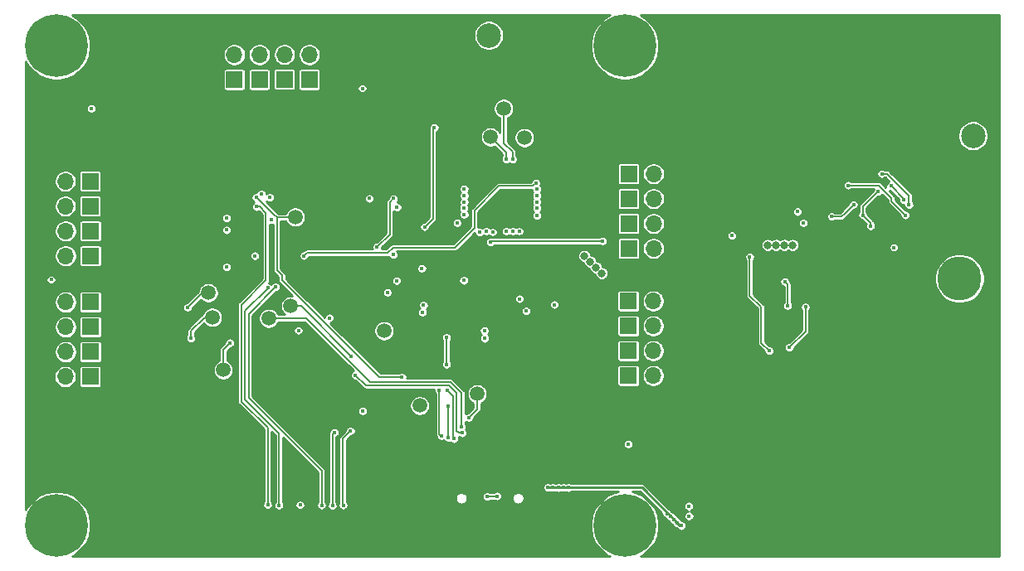
<source format=gbr>
G04 #@! TF.GenerationSoftware,KiCad,Pcbnew,5.1.7-a382d34a8~88~ubuntu18.04.1*
G04 #@! TF.CreationDate,2021-01-23T16:45:03-05:00*
G04 #@! TF.ProjectId,SmallKat v2,536d616c-6c4b-4617-9420-76322e6b6963,rev?*
G04 #@! TF.SameCoordinates,Original*
G04 #@! TF.FileFunction,Copper,L4,Bot*
G04 #@! TF.FilePolarity,Positive*
%FSLAX46Y46*%
G04 Gerber Fmt 4.6, Leading zero omitted, Abs format (unit mm)*
G04 Created by KiCad (PCBNEW 5.1.7-a382d34a8~88~ubuntu18.04.1) date 2021-01-23 16:45:03*
%MOMM*%
%LPD*%
G01*
G04 APERTURE LIST*
G04 #@! TA.AperFunction,SMDPad,CuDef*
%ADD10C,1.500000*%
G04 #@! TD*
G04 #@! TA.AperFunction,ComponentPad*
%ADD11C,4.500000*%
G04 #@! TD*
G04 #@! TA.AperFunction,ComponentPad*
%ADD12O,1.700000X1.700000*%
G04 #@! TD*
G04 #@! TA.AperFunction,ComponentPad*
%ADD13R,1.700000X1.700000*%
G04 #@! TD*
G04 #@! TA.AperFunction,SMDPad,CuDef*
%ADD14C,2.500000*%
G04 #@! TD*
G04 #@! TA.AperFunction,ComponentPad*
%ADD15O,1.000000X2.100000*%
G04 #@! TD*
G04 #@! TA.AperFunction,ComponentPad*
%ADD16O,1.000000X1.800000*%
G04 #@! TD*
G04 #@! TA.AperFunction,ComponentPad*
%ADD17C,0.800000*%
G04 #@! TD*
G04 #@! TA.AperFunction,ComponentPad*
%ADD18C,6.400000*%
G04 #@! TD*
G04 #@! TA.AperFunction,ViaPad*
%ADD19C,0.430000*%
G04 #@! TD*
G04 #@! TA.AperFunction,ViaPad*
%ADD20C,0.800000*%
G04 #@! TD*
G04 #@! TA.AperFunction,ViaPad*
%ADD21C,0.450000*%
G04 #@! TD*
G04 #@! TA.AperFunction,Conductor*
%ADD22C,0.177800*%
G04 #@! TD*
G04 #@! TA.AperFunction,Conductor*
%ADD23C,0.250000*%
G04 #@! TD*
G04 #@! TA.AperFunction,Conductor*
%ADD24C,0.200000*%
G04 #@! TD*
G04 #@! TA.AperFunction,Conductor*
%ADD25C,0.254000*%
G04 #@! TD*
G04 #@! TA.AperFunction,Conductor*
%ADD26C,0.100000*%
G04 #@! TD*
G04 APERTURE END LIST*
D10*
X96000000Y-102800000D03*
X105070000Y-114420000D03*
X117270000Y-91710000D03*
X115930000Y-94620000D03*
D11*
X163790000Y-109090000D03*
X163790000Y-114090000D03*
D12*
X89800000Y-83670000D03*
X89800000Y-86210000D03*
D13*
X89800000Y-88750000D03*
D12*
X94900000Y-83660000D03*
X94900000Y-86200000D03*
D13*
X94900000Y-88740000D03*
D12*
X92350000Y-83670000D03*
X92350000Y-86210000D03*
D13*
X92350000Y-88750000D03*
D12*
X97450000Y-83670000D03*
X97450000Y-86210000D03*
D13*
X97450000Y-88750000D03*
D10*
X114570000Y-120860000D03*
X108710000Y-122070000D03*
X95550000Y-111900000D03*
X93300000Y-113150000D03*
D14*
X121500000Y-84300000D03*
X165180000Y-94500000D03*
D10*
X119390000Y-94690000D03*
D14*
X115750000Y-84250000D03*
D10*
X87550000Y-113050000D03*
X87150000Y-110550000D03*
X88660000Y-118430000D03*
D15*
X111530000Y-131025000D03*
X120170000Y-131025000D03*
D16*
X111530000Y-135175000D03*
X120175000Y-135175000D03*
D13*
X130022800Y-98388800D03*
D12*
X132562800Y-98388800D03*
X135102800Y-98388800D03*
X70001400Y-119106400D03*
X72541400Y-119106400D03*
D13*
X75081400Y-119106400D03*
X130022800Y-100928800D03*
D12*
X132562800Y-100928800D03*
X135102800Y-100928800D03*
X70041400Y-116566400D03*
X72581400Y-116566400D03*
D13*
X75121400Y-116566400D03*
X130022800Y-103468800D03*
D12*
X132562800Y-103468800D03*
X135102800Y-103468800D03*
X70041400Y-114026400D03*
X72581400Y-114026400D03*
D13*
X75121400Y-114026400D03*
X130022800Y-106008800D03*
D12*
X132562800Y-106008800D03*
X135102800Y-106008800D03*
X70041400Y-111486400D03*
X72581400Y-111486400D03*
D13*
X75121400Y-111486400D03*
X129993600Y-111374800D03*
D12*
X132533600Y-111374800D03*
X135073600Y-111374800D03*
X70042700Y-106762000D03*
X72582700Y-106762000D03*
D13*
X75122700Y-106762000D03*
X129993600Y-113914800D03*
D12*
X132533600Y-113914800D03*
X135073600Y-113914800D03*
X70042700Y-104222000D03*
X72582700Y-104222000D03*
D13*
X75122700Y-104222000D03*
X129993600Y-116454800D03*
D12*
X132533600Y-116454800D03*
X135073600Y-116454800D03*
X70017700Y-101682000D03*
X72557700Y-101682000D03*
D13*
X75097700Y-101682000D03*
X129993600Y-118994800D03*
D12*
X132533600Y-118994800D03*
X135073600Y-118994800D03*
X70017700Y-99142000D03*
X72557700Y-99142000D03*
D13*
X75097700Y-99142000D03*
D17*
X73347056Y-83602944D03*
X71650000Y-82900000D03*
X69952944Y-83602944D03*
X69250000Y-85300000D03*
X69952944Y-86997056D03*
X71650000Y-87700000D03*
X73347056Y-86997056D03*
X74050000Y-85300000D03*
D18*
X71650000Y-85300000D03*
D17*
X131347056Y-83602944D03*
X129650000Y-82900000D03*
X127952944Y-83602944D03*
X127250000Y-85300000D03*
X127952944Y-86997056D03*
X129650000Y-87700000D03*
X131347056Y-86997056D03*
X132050000Y-85300000D03*
D18*
X129650000Y-85300000D03*
D17*
X131347056Y-132602944D03*
X129650000Y-131900000D03*
X127952944Y-132602944D03*
X127250000Y-134300000D03*
X127952944Y-135997056D03*
X129650000Y-136700000D03*
X131347056Y-135997056D03*
X132050000Y-134300000D03*
D18*
X129650000Y-134300000D03*
D17*
X73347056Y-132602944D03*
X71650000Y-131900000D03*
X69952944Y-132602944D03*
X69250000Y-134300000D03*
X69952944Y-135997056D03*
X71650000Y-136700000D03*
X73347056Y-135997056D03*
X74050000Y-134300000D03*
D18*
X71650000Y-134300000D03*
D19*
X99910000Y-109910000D03*
X97900000Y-111640000D03*
X102310000Y-111590000D03*
X102330000Y-107190000D03*
X97920000Y-107260000D03*
D20*
X121590000Y-125650000D03*
X121590000Y-124750000D03*
X121590000Y-123840000D03*
X128320000Y-129530000D03*
X129200000Y-129530000D03*
X130050000Y-129530000D03*
D19*
X148490000Y-116520000D03*
D20*
X166210000Y-115570000D03*
X166200000Y-120056000D03*
X163350000Y-121006000D03*
X166200000Y-120956000D03*
X163350000Y-119206000D03*
X164250000Y-119206000D03*
X164250000Y-120106000D03*
X161450000Y-121006000D03*
X165150000Y-119206000D03*
X161450000Y-120106000D03*
X165150000Y-121006000D03*
X165150000Y-120106000D03*
X164250000Y-121006000D03*
X162350000Y-119206000D03*
X162350000Y-121006000D03*
X166200000Y-119126000D03*
X162350000Y-120106000D03*
X161450000Y-119206000D03*
X163350000Y-120106000D03*
X163350000Y-118306000D03*
X165150000Y-118306000D03*
X164250000Y-118306000D03*
X163350000Y-117406000D03*
X164250000Y-117406000D03*
X165150000Y-117406000D03*
D19*
X155800000Y-102700000D03*
X156250000Y-102700000D03*
X156250000Y-101350000D03*
X155800000Y-101350000D03*
X155800000Y-102250000D03*
X156250000Y-101800000D03*
X155800000Y-101800000D03*
X156250000Y-102250000D03*
X95450000Y-135650000D03*
X106950000Y-88150000D03*
X101400000Y-88850000D03*
X166600000Y-99280000D03*
X158500000Y-106100000D03*
X118700000Y-83300000D03*
X112080014Y-94269986D03*
X86650000Y-95100000D03*
X114500000Y-97750000D03*
X114050000Y-98200000D03*
D20*
X163350000Y-122900000D03*
X165150000Y-122900000D03*
X164250000Y-122900000D03*
X163350000Y-122000000D03*
X163350000Y-123800000D03*
X164250000Y-123800000D03*
X165150000Y-123800000D03*
X164250000Y-122000000D03*
X165150000Y-122000000D03*
X166200000Y-122850000D03*
X167100000Y-118350000D03*
X167100000Y-119250000D03*
X167100000Y-121050000D03*
X167100000Y-114750000D03*
X167100000Y-112050000D03*
X167100000Y-112950000D03*
X167100000Y-115650000D03*
X167100000Y-117450000D03*
X166200000Y-117356000D03*
X167100000Y-120150000D03*
X167100000Y-122850000D03*
X166200000Y-121920000D03*
X166200000Y-123750000D03*
X166200000Y-116456000D03*
X166200000Y-118256000D03*
X167100000Y-123750000D03*
X167100000Y-121950000D03*
X167100000Y-113850000D03*
X167100000Y-116550000D03*
X162350000Y-123800000D03*
X160550000Y-121100000D03*
X161450000Y-122000000D03*
X162350000Y-118306000D03*
X161450000Y-116506000D03*
X160550000Y-122000000D03*
X161450000Y-117406000D03*
X161450000Y-122900000D03*
X162350000Y-122900000D03*
X162350000Y-117406000D03*
X162350000Y-122000000D03*
X160550000Y-120200000D03*
X160550000Y-123800000D03*
X160550000Y-119300000D03*
X161450000Y-118306000D03*
X161450000Y-123800000D03*
X160550000Y-122900000D03*
X160550000Y-117500000D03*
X161450000Y-115606000D03*
X160550000Y-118400000D03*
X160550000Y-116600000D03*
X160550000Y-115700000D03*
X160550000Y-114800000D03*
X160550000Y-113900000D03*
X160550000Y-113000000D03*
X160550000Y-112100000D03*
D19*
X151300000Y-101250000D03*
X150400000Y-101250000D03*
X149950000Y-101250000D03*
X150850000Y-101250000D03*
X147700000Y-101250000D03*
X148600000Y-101700000D03*
X149050000Y-101250000D03*
X147700000Y-101700000D03*
X148600000Y-101250000D03*
X149500000Y-101250000D03*
X149500000Y-101700000D03*
X148150000Y-101250000D03*
X148150000Y-101700000D03*
X149050000Y-101700000D03*
X149500000Y-100800000D03*
X148150000Y-100350000D03*
X148600000Y-100800000D03*
X149950000Y-100350000D03*
X151300000Y-100350000D03*
X150400000Y-100800000D03*
X150400000Y-100350000D03*
X148600000Y-100350000D03*
X149500000Y-100350000D03*
X150850000Y-100800000D03*
X149050000Y-100350000D03*
X149950000Y-100800000D03*
X147700000Y-100800000D03*
X150850000Y-100350000D03*
X149050000Y-100800000D03*
X147700000Y-100350000D03*
X148150000Y-100800000D03*
X151300000Y-100800000D03*
X150850000Y-99450000D03*
X151300000Y-99900000D03*
X148600000Y-99900000D03*
X148600000Y-99450000D03*
X149950000Y-99450000D03*
X147700000Y-99450000D03*
X149050000Y-99450000D03*
X149950000Y-99900000D03*
X149500000Y-99450000D03*
X150400000Y-99900000D03*
X149050000Y-99900000D03*
X148150000Y-99450000D03*
X148150000Y-99900000D03*
X150400000Y-99450000D03*
X147700000Y-99900000D03*
X151300000Y-99450000D03*
X149500000Y-99900000D03*
X150850000Y-99900000D03*
X149500000Y-98550000D03*
X148150000Y-98550000D03*
X149500000Y-99000000D03*
X149050000Y-98550000D03*
X150850000Y-99000000D03*
X149050000Y-99000000D03*
X151750000Y-98550000D03*
X148600000Y-98550000D03*
X147700000Y-98550000D03*
X151300000Y-98550000D03*
X149950000Y-99000000D03*
X150400000Y-99000000D03*
X149950000Y-98550000D03*
X150400000Y-98550000D03*
X151300000Y-99000000D03*
X147700000Y-99000000D03*
X148600000Y-99000000D03*
X148150000Y-99000000D03*
X150850000Y-98550000D03*
X147700000Y-97200000D03*
X149950000Y-98100000D03*
X147700000Y-98100000D03*
X149500000Y-97200000D03*
X148600000Y-97200000D03*
X150850000Y-97650000D03*
X149950000Y-97200000D03*
X148600000Y-97650000D03*
X151300000Y-97200000D03*
X148600000Y-98100000D03*
X149050000Y-97650000D03*
X150400000Y-97650000D03*
X148150000Y-97650000D03*
X148150000Y-98100000D03*
X147700000Y-97650000D03*
X148150000Y-97200000D03*
X151750000Y-97200000D03*
X149500000Y-97650000D03*
X150850000Y-97200000D03*
X150400000Y-97200000D03*
X151750000Y-98100000D03*
X149050000Y-98100000D03*
X150850000Y-98100000D03*
X151750000Y-97650000D03*
X151300000Y-98100000D03*
X149050000Y-97200000D03*
X150400000Y-98100000D03*
X151300000Y-97650000D03*
X149950000Y-97650000D03*
X149500000Y-98100000D03*
X150850000Y-96750000D03*
X148600000Y-96750000D03*
X149050000Y-96750000D03*
X150400000Y-96750000D03*
X148150000Y-96750000D03*
X147700000Y-96750000D03*
X149500000Y-96750000D03*
X151750000Y-96750000D03*
X151300000Y-96750000D03*
X149950000Y-96750000D03*
X147700000Y-96300000D03*
X152650000Y-96300000D03*
X149500000Y-96300000D03*
X148600000Y-96300000D03*
X149950000Y-96300000D03*
X151300000Y-96300000D03*
X148150000Y-96300000D03*
X151750000Y-96300000D03*
X150850000Y-96300000D03*
X150400000Y-96300000D03*
X152200000Y-96300000D03*
X149050000Y-96300000D03*
X152650000Y-95850000D03*
X152200000Y-95850000D03*
X151750000Y-95850000D03*
X151300000Y-95850000D03*
X150850000Y-95850000D03*
X150400000Y-95850000D03*
X149950000Y-95850000D03*
X149500000Y-95850000D03*
X149050000Y-95850000D03*
X148600000Y-95850000D03*
X148150000Y-95850000D03*
X147700000Y-95850000D03*
X142600000Y-83150000D03*
X142150000Y-82700000D03*
X142600000Y-84050000D03*
X142600000Y-84950000D03*
X143050000Y-83600000D03*
X143050000Y-84950000D03*
X142600000Y-84500000D03*
X143050000Y-83150000D03*
X142150000Y-84050000D03*
X142600000Y-82250000D03*
X142150000Y-83150000D03*
X142600000Y-82700000D03*
X143050000Y-82700000D03*
X142150000Y-82250000D03*
X143050000Y-82250000D03*
X142150000Y-83600000D03*
X143050000Y-84050000D03*
X143050000Y-84500000D03*
X142600000Y-83600000D03*
X140800000Y-83150000D03*
X139900000Y-83600000D03*
X141700000Y-83600000D03*
X140350000Y-82250000D03*
X139900000Y-82250000D03*
X141250000Y-82250000D03*
X139450000Y-84050000D03*
X139450000Y-82700000D03*
X140350000Y-84050000D03*
X140800000Y-82250000D03*
X141700000Y-82250000D03*
X141250000Y-83600000D03*
X140800000Y-82700000D03*
X140350000Y-83150000D03*
X140800000Y-83600000D03*
X140350000Y-83600000D03*
X141700000Y-82700000D03*
X141250000Y-82700000D03*
X141700000Y-83150000D03*
X139900000Y-84050000D03*
X140350000Y-82700000D03*
X140800000Y-84050000D03*
X139450000Y-83600000D03*
X139450000Y-82250000D03*
X139450000Y-83150000D03*
X141250000Y-84050000D03*
X141250000Y-83150000D03*
X139900000Y-82700000D03*
X141700000Y-84050000D03*
X139900000Y-83150000D03*
X139000000Y-83150000D03*
X137200000Y-82250000D03*
X137200000Y-82700000D03*
X137650000Y-82250000D03*
X138100000Y-83150000D03*
X138100000Y-84050000D03*
X138550000Y-82700000D03*
X137200000Y-84050000D03*
X137200000Y-83600000D03*
X138550000Y-83150000D03*
X138550000Y-82250000D03*
X136750000Y-82250000D03*
X139000000Y-84050000D03*
X137650000Y-82700000D03*
X139000000Y-82250000D03*
X136750000Y-82700000D03*
X138550000Y-83600000D03*
X137200000Y-83150000D03*
X139000000Y-82700000D03*
X137650000Y-83600000D03*
X137650000Y-83150000D03*
X136750000Y-84050000D03*
X138100000Y-83600000D03*
X138550000Y-84050000D03*
X139000000Y-83600000D03*
X136750000Y-83150000D03*
X138100000Y-82250000D03*
X137650000Y-84050000D03*
X136750000Y-83600000D03*
X138100000Y-82700000D03*
X135850000Y-86300000D03*
X135850000Y-82250000D03*
X136300000Y-83150000D03*
X136300000Y-84050000D03*
X135850000Y-84950000D03*
X135850000Y-84500000D03*
X135850000Y-85850000D03*
X135850000Y-85400000D03*
X135850000Y-82700000D03*
X135850000Y-83600000D03*
X135850000Y-83150000D03*
X136300000Y-83600000D03*
X136300000Y-82250000D03*
X135850000Y-84050000D03*
X136300000Y-82700000D03*
X134950000Y-85400000D03*
X135400000Y-86300000D03*
X135400000Y-82250000D03*
X135400000Y-84500000D03*
X135400000Y-82700000D03*
X134950000Y-85850000D03*
X134950000Y-84950000D03*
X135400000Y-84050000D03*
X135400000Y-83600000D03*
X134950000Y-86300000D03*
X134950000Y-82250000D03*
X134950000Y-84500000D03*
X134950000Y-82700000D03*
X135400000Y-83150000D03*
X134950000Y-84050000D03*
X135400000Y-84950000D03*
X134950000Y-83150000D03*
X135400000Y-85850000D03*
X134950000Y-83600000D03*
X135400000Y-85400000D03*
X134500000Y-85400000D03*
X134500000Y-85850000D03*
X134500000Y-84950000D03*
X134500000Y-86300000D03*
X134500000Y-82250000D03*
X134500000Y-84500000D03*
X134500000Y-82700000D03*
X134500000Y-84050000D03*
X134500000Y-83150000D03*
X134500000Y-83600000D03*
X134050000Y-86300000D03*
X134050000Y-85850000D03*
X134050000Y-85400000D03*
X134050000Y-84950000D03*
X134050000Y-84500000D03*
X134050000Y-84050000D03*
X134050000Y-83600000D03*
X134050000Y-83150000D03*
X134050000Y-82700000D03*
X134050000Y-82250000D03*
X158600000Y-103700000D03*
X154150000Y-105300000D03*
D20*
X104816200Y-101266200D03*
X104816200Y-103033800D03*
X104816200Y-102166200D03*
X92516200Y-116933800D03*
X93416200Y-116933800D03*
X94283800Y-116933800D03*
X105783800Y-116916200D03*
X104883800Y-116916200D03*
D19*
X120300000Y-126700000D03*
X120300000Y-125750000D03*
X120300000Y-124800000D03*
X118350000Y-128800000D03*
X113300000Y-128800000D03*
X69200000Y-109200000D03*
X73750000Y-89900000D03*
X70300000Y-90850000D03*
X127900000Y-93900000D03*
X132650000Y-127850000D03*
X129750000Y-107850000D03*
X108850000Y-99400000D03*
X117008700Y-107391300D03*
X118900000Y-108000000D03*
X119250000Y-109550000D03*
X117050000Y-112000000D03*
X118400000Y-111600000D03*
X123550000Y-108700000D03*
X111000000Y-113450000D03*
D20*
X103500000Y-130600000D03*
X114850000Y-124450000D03*
X116500000Y-124400000D03*
X116550000Y-126100000D03*
X114850000Y-126100000D03*
X115300000Y-98950000D03*
X118550000Y-98950000D03*
X118550000Y-102250000D03*
X115250000Y-102250000D03*
X116800000Y-100850000D03*
X103500000Y-126850000D03*
X92000000Y-136400000D03*
X103350000Y-136600000D03*
X107696000Y-133820000D03*
D19*
X87595000Y-115695000D03*
X70480000Y-127390000D03*
X86000000Y-132300000D03*
D21*
X120790000Y-98240000D03*
X138380000Y-135320000D03*
D19*
X128760000Y-125710000D03*
D20*
X101390000Y-122220000D03*
D19*
X165180000Y-94550000D03*
X155500000Y-100200000D03*
X153900000Y-102600000D03*
X154720000Y-103710000D03*
D20*
X127275000Y-108545000D03*
X126685000Y-107955000D03*
X126095000Y-107365000D03*
X125505000Y-106775000D03*
X144210000Y-105660000D03*
X145060000Y-105660000D03*
X145910000Y-105660000D03*
X146750000Y-105660000D03*
D19*
X142380000Y-106850000D03*
X144370000Y-116470000D03*
X119300000Y-94650000D03*
D21*
X135380000Y-134330000D03*
X121800000Y-130440000D03*
X122310000Y-130440000D03*
X122850000Y-130440000D03*
X123340000Y-130440000D03*
X123870000Y-130440000D03*
X134320000Y-133380000D03*
X134655000Y-133715000D03*
X134990000Y-134050000D03*
X133924273Y-133085727D03*
D19*
X147250000Y-102250000D03*
X115950000Y-84300000D03*
X106900000Y-119150000D03*
X110700000Y-120500000D03*
X92015632Y-100792456D03*
X110900000Y-125150000D03*
X111450000Y-115100000D03*
X111450000Y-117850000D03*
X112213089Y-125452752D03*
X111493980Y-120487325D03*
D21*
X105070000Y-114420000D03*
D19*
X113250000Y-99900000D03*
X117555597Y-104248757D03*
X115599999Y-131349089D03*
X116600000Y-131300002D03*
X113700000Y-123300000D03*
X108750000Y-122050000D03*
X118900000Y-111150000D03*
X87450000Y-113100000D03*
X85350000Y-115200000D03*
X96326200Y-114376200D03*
X119550000Y-112400000D03*
X87200000Y-110550000D03*
X85010000Y-112040000D03*
X99500000Y-113100000D03*
X93280000Y-113130000D03*
X112966602Y-124252547D03*
X102150000Y-118950000D03*
X95550000Y-111900000D03*
X113029100Y-124857138D03*
X101734379Y-117015621D03*
X116140000Y-104330000D03*
X120650000Y-99950000D03*
X120650000Y-100600000D03*
X120650000Y-101250000D03*
X120650000Y-101900000D03*
X120650000Y-102650000D03*
X118850000Y-104250000D03*
X118200000Y-104250000D03*
X113250000Y-100600000D03*
X113250000Y-101250000D03*
X113200000Y-101900000D03*
X113250000Y-102550000D03*
X114810000Y-104360000D03*
X115492404Y-104249830D03*
X89353800Y-115646200D03*
X146250000Y-111860000D03*
X145950000Y-109400000D03*
X101650000Y-124650000D03*
X104350000Y-105850000D03*
X106050000Y-100900000D03*
X100900000Y-132250000D03*
X100000000Y-124800000D03*
X103550000Y-100900000D03*
X99800000Y-132300000D03*
X98700000Y-132250000D03*
X94015000Y-109935000D03*
X102900000Y-122600000D03*
X106400000Y-101800000D03*
X96500000Y-132200000D03*
X94350000Y-132250000D03*
X93400000Y-100800000D03*
X93205000Y-110045000D03*
X93570000Y-103070000D03*
X93200000Y-132200000D03*
X92060000Y-101750000D03*
X115920000Y-105370000D03*
X147850000Y-103400000D03*
X140550000Y-104700000D03*
X157100000Y-105900000D03*
X127350000Y-105250000D03*
X109200000Y-103800000D03*
X110200000Y-93650000D03*
X75200000Y-91700000D03*
X106350000Y-109300000D03*
X105400000Y-110500000D03*
X71100000Y-109200000D03*
X130000000Y-126000000D03*
X109000000Y-112550000D03*
X122450000Y-111750000D03*
X109100000Y-111800000D03*
X120550000Y-99300000D03*
X91893800Y-106756200D03*
X96900000Y-106750000D03*
X92546191Y-100456815D03*
X89015000Y-104115000D03*
X89000000Y-102900000D03*
X89000000Y-107900000D03*
X102850000Y-89650000D03*
X106000000Y-106650000D03*
X152974265Y-101517741D03*
X150750000Y-102750000D03*
X158640000Y-101550000D03*
X155850000Y-98380000D03*
X156780000Y-99630000D03*
X158088290Y-101050000D03*
X152400000Y-99550000D03*
X158250000Y-102600000D03*
X111618290Y-125327656D03*
X111618290Y-122147836D03*
X148060000Y-111970000D03*
X146410000Y-116110000D03*
X112510000Y-103390000D03*
X118180000Y-96890000D03*
D21*
X136200000Y-133340002D03*
X115346781Y-115193219D03*
D19*
X117510000Y-96910000D03*
X108930000Y-108050000D03*
D21*
X113190000Y-109270000D03*
X136160000Y-132320000D03*
X115300000Y-114379999D03*
D22*
X155450000Y-100200000D02*
X155500000Y-100200000D01*
X153900000Y-101750000D02*
X155450000Y-100200000D01*
X153900000Y-102600000D02*
X153900000Y-101750000D01*
X165180000Y-94500000D02*
X165180000Y-94550000D01*
X153900000Y-102600000D02*
X154720000Y-103420000D01*
X154720000Y-103420000D02*
X154720000Y-103710000D01*
X119340000Y-94690000D02*
X119300000Y-94650000D01*
X119390000Y-94690000D02*
X119340000Y-94690000D01*
D23*
X122600000Y-130440000D02*
X122310000Y-130440000D01*
X122310000Y-130440000D02*
X121800000Y-130440000D01*
X122850000Y-130440000D02*
X122600000Y-130440000D01*
X123340000Y-130440000D02*
X122850000Y-130440000D01*
X123870000Y-130440000D02*
X123340000Y-130440000D01*
X131380000Y-130440000D02*
X127620000Y-130440000D01*
X127620000Y-130440000D02*
X123870000Y-130440000D01*
X135270000Y-134330000D02*
X131380000Y-130440000D01*
X135380000Y-134330000D02*
X135270000Y-134330000D01*
D22*
X142380000Y-106850000D02*
X142380000Y-110820000D01*
X142380000Y-110820000D02*
X143550000Y-111990000D01*
X143550000Y-111990000D02*
X143550000Y-115650000D01*
X143550000Y-115650000D02*
X144370000Y-116470000D01*
X115900000Y-84250000D02*
X115950000Y-84300000D01*
X115750000Y-84250000D02*
X115900000Y-84250000D01*
X110700000Y-124950000D02*
X110900000Y-125150000D01*
X110700000Y-120500000D02*
X110700000Y-124950000D01*
X94150000Y-108240000D02*
X94150000Y-102829449D01*
X94670000Y-108760000D02*
X94150000Y-108240000D01*
X94670000Y-109270000D02*
X94670000Y-108760000D01*
X106900000Y-119150000D02*
X104550000Y-119150000D01*
X104550000Y-119150000D02*
X94670000Y-109270000D01*
X93855275Y-102534725D02*
X92081924Y-100761373D01*
X94150000Y-102829449D02*
X93855275Y-102534725D01*
X94150550Y-102830000D02*
X93855275Y-102534725D01*
X95270000Y-102830000D02*
X94150550Y-102830000D01*
X111450000Y-117850000D02*
X111450000Y-115100000D01*
X112100000Y-125339663D02*
X112100000Y-121093345D01*
X112100000Y-121093345D02*
X111493980Y-120487325D01*
X112213089Y-125452752D02*
X112100000Y-125339663D01*
X115599999Y-131349089D02*
X116550913Y-131349089D01*
X116550913Y-131349089D02*
X116600000Y-131300002D01*
X114570000Y-122430000D02*
X114570000Y-120860000D01*
X113700000Y-123300000D02*
X114570000Y-122430000D01*
X108730000Y-122070000D02*
X108750000Y-122050000D01*
X108710000Y-122070000D02*
X108730000Y-122070000D01*
X87450000Y-113100000D02*
X86700000Y-113100000D01*
X85350000Y-114450000D02*
X85350000Y-115200000D01*
X86700000Y-113100000D02*
X85350000Y-114450000D01*
X86490000Y-110560000D02*
X86490000Y-110550000D01*
X85000000Y-112050000D02*
X85010000Y-112040000D01*
X87030000Y-110380000D02*
X87200000Y-110550000D01*
X86490000Y-110380000D02*
X87030000Y-110380000D01*
X87200000Y-110550000D02*
X87205000Y-110555000D01*
X85010000Y-112040000D02*
X86490000Y-110560000D01*
X93300000Y-113150000D02*
X97150000Y-113150000D01*
X112966602Y-120766602D02*
X112966602Y-124252547D01*
X111850000Y-119650000D02*
X112966602Y-120766602D01*
X97150000Y-113150000D02*
X103650000Y-119650000D01*
X103650000Y-119650000D02*
X111850000Y-119650000D01*
X103205611Y-120005611D02*
X111702703Y-120005611D01*
X102150000Y-118950000D02*
X103205611Y-120005611D01*
X111702703Y-120005611D02*
X112484900Y-120787808D01*
X112484900Y-120787808D02*
X112484900Y-124616994D01*
X112725045Y-124857138D02*
X113029100Y-124857138D01*
X112484900Y-124616994D02*
X112725045Y-124857138D01*
X95550000Y-111900000D02*
X96618758Y-111900000D01*
X96618758Y-111900000D02*
X101734379Y-117015621D01*
X88660000Y-116340000D02*
X89353800Y-115646200D01*
X88660000Y-118430000D02*
X88660000Y-116340000D01*
X146250000Y-109700000D02*
X146250000Y-111860000D01*
X145950000Y-109400000D02*
X146250000Y-109700000D01*
X104350000Y-105850000D02*
X105650000Y-104550000D01*
X105650000Y-101300000D02*
X106050000Y-100900000D01*
X105650000Y-104550000D02*
X105650000Y-101300000D01*
X101650000Y-124650000D02*
X100850000Y-125450000D01*
X100850000Y-132200000D02*
X100900000Y-132250000D01*
X100850000Y-125450000D02*
X100850000Y-132200000D01*
X99800000Y-125000000D02*
X99800000Y-132300000D01*
X100000000Y-124800000D02*
X99800000Y-125000000D01*
X94000000Y-109950000D02*
X91250000Y-112700000D01*
X91250000Y-112700000D02*
X91250000Y-121300000D01*
X98700000Y-128750000D02*
X98700000Y-132250000D01*
X91250000Y-121300000D02*
X98700000Y-128750000D01*
X90894389Y-112355611D02*
X93200000Y-110050000D01*
X90894389Y-121447298D02*
X90894389Y-112355611D01*
X94350000Y-124902909D02*
X90894389Y-121447298D01*
X94350000Y-132250000D02*
X94350000Y-124902909D01*
X92050000Y-101750000D02*
X92060000Y-101750000D01*
X92350000Y-101750000D02*
X93000000Y-102400000D01*
X93000000Y-102400000D02*
X93000000Y-109250000D01*
X93000000Y-109250000D02*
X90500000Y-111750000D01*
X90500000Y-111750000D02*
X90500000Y-121650000D01*
X93200000Y-124350000D02*
X93200000Y-132200000D01*
X90500000Y-121650000D02*
X93200000Y-124350000D01*
X92060000Y-101750000D02*
X92350000Y-101750000D01*
D24*
X116040000Y-105250000D02*
X115920000Y-105370000D01*
X127350000Y-105250000D02*
X116040000Y-105250000D01*
D22*
X110050000Y-102950000D02*
X109200000Y-103800000D01*
X110050000Y-93800000D02*
X110050000Y-102950000D01*
X110200000Y-93650000D02*
X110050000Y-93800000D01*
D24*
X105450000Y-106450000D02*
X97200000Y-106450000D01*
X97200000Y-106450000D02*
X96900000Y-106750000D01*
X110350000Y-105900000D02*
X106000000Y-105900000D01*
X106000000Y-105900000D02*
X105450000Y-106450000D01*
D22*
X112300000Y-105900000D02*
X110350000Y-105900000D01*
X114300000Y-103900000D02*
X112300000Y-105900000D01*
X116813299Y-99616701D02*
X114300000Y-102130000D01*
X114300000Y-102130000D02*
X114300000Y-103900000D01*
X120233299Y-99616701D02*
X116813299Y-99616701D01*
X120550000Y-99300000D02*
X120233299Y-99616701D01*
X152050000Y-102442006D02*
X152974265Y-101517741D01*
X151742006Y-102750000D02*
X152050000Y-102442006D01*
X150750000Y-102750000D02*
X151742006Y-102750000D01*
X156380000Y-98380000D02*
X155850000Y-98380000D01*
X158640000Y-101550000D02*
X158640000Y-100640000D01*
X158640000Y-100640000D02*
X156380000Y-98380000D01*
X156780000Y-99630000D02*
X158088290Y-100938290D01*
X158088290Y-100938290D02*
X158088290Y-101050000D01*
X156850000Y-100860000D02*
X156850000Y-101200000D01*
X155560000Y-99570000D02*
X156850000Y-100860000D01*
X152420000Y-99570000D02*
X155560000Y-99570000D01*
X156850000Y-101200000D02*
X158250000Y-102600000D01*
X152400000Y-99550000D02*
X152420000Y-99570000D01*
X111618290Y-125327656D02*
X111618290Y-125023601D01*
X111618290Y-125023601D02*
X111618290Y-122147836D01*
X148060000Y-114460000D02*
X148060000Y-111970000D01*
X146410000Y-116110000D02*
X148060000Y-114460000D01*
X118180000Y-96890000D02*
X118180000Y-96160000D01*
X117270000Y-95250000D02*
X117270000Y-91710000D01*
X118180000Y-96160000D02*
X117270000Y-95250000D01*
X117510000Y-96200000D02*
X115930000Y-94620000D01*
X117510000Y-96910000D02*
X117510000Y-96200000D01*
D25*
X127989855Y-82194087D02*
X127415820Y-82577644D01*
X126927644Y-83065820D01*
X126544087Y-83639855D01*
X126279888Y-84277688D01*
X126145200Y-84954807D01*
X126145200Y-85645193D01*
X126279888Y-86322312D01*
X126544087Y-86960145D01*
X126927644Y-87534180D01*
X127415820Y-88022356D01*
X127989855Y-88405913D01*
X128627688Y-88670112D01*
X129304807Y-88804800D01*
X129995193Y-88804800D01*
X130672312Y-88670112D01*
X131310145Y-88405913D01*
X131884180Y-88022356D01*
X132372356Y-87534180D01*
X132755913Y-86960145D01*
X133020112Y-86322312D01*
X133154800Y-85645193D01*
X133154800Y-84954807D01*
X133020112Y-84277688D01*
X132755913Y-83639855D01*
X132372356Y-83065820D01*
X131884180Y-82577644D01*
X131310145Y-82194087D01*
X131213366Y-82154000D01*
X167796001Y-82154000D01*
X167796000Y-137446000D01*
X131213366Y-137446000D01*
X131310145Y-137405913D01*
X131884180Y-137022356D01*
X132372356Y-136534180D01*
X132755913Y-135960145D01*
X133020112Y-135322312D01*
X133154800Y-134645193D01*
X133154800Y-133954807D01*
X133020112Y-133277688D01*
X132755913Y-132639855D01*
X132372356Y-132065820D01*
X131884180Y-131577644D01*
X131310145Y-131194087D01*
X130672312Y-130929888D01*
X130370231Y-130869800D01*
X131201972Y-130869800D01*
X133394473Y-133062302D01*
X133394473Y-133137908D01*
X133414833Y-133240264D01*
X133454771Y-133336681D01*
X133512751Y-133423455D01*
X133586545Y-133497249D01*
X133673319Y-133555229D01*
X133769736Y-133595167D01*
X133841595Y-133609461D01*
X133850498Y-133630954D01*
X133908478Y-133717728D01*
X133982272Y-133791522D01*
X134069046Y-133849502D01*
X134151390Y-133883610D01*
X134185498Y-133965954D01*
X134243478Y-134052728D01*
X134317272Y-134126522D01*
X134404046Y-134184502D01*
X134486390Y-134218610D01*
X134520498Y-134300954D01*
X134578478Y-134387728D01*
X134652272Y-134461522D01*
X134739046Y-134519502D01*
X134835463Y-134559440D01*
X134905553Y-134573382D01*
X134908640Y-134576469D01*
X134910498Y-134580954D01*
X134968478Y-134667728D01*
X135042272Y-134741522D01*
X135129046Y-134799502D01*
X135225463Y-134839440D01*
X135327819Y-134859800D01*
X135432181Y-134859800D01*
X135534537Y-134839440D01*
X135630954Y-134799502D01*
X135717728Y-134741522D01*
X135791522Y-134667728D01*
X135849502Y-134580954D01*
X135889440Y-134484537D01*
X135909800Y-134382181D01*
X135909800Y-134277819D01*
X135889440Y-134175463D01*
X135849502Y-134079046D01*
X135791522Y-133992272D01*
X135717728Y-133918478D01*
X135630954Y-133860498D01*
X135534537Y-133820560D01*
X135462476Y-133806226D01*
X135459502Y-133799046D01*
X135401522Y-133712272D01*
X135327728Y-133638478D01*
X135240954Y-133580498D01*
X135158610Y-133546390D01*
X135124502Y-133464046D01*
X135066522Y-133377272D01*
X134992728Y-133303478D01*
X134905954Y-133245498D01*
X134823610Y-133211390D01*
X134789502Y-133129046D01*
X134731522Y-133042272D01*
X134657728Y-132968478D01*
X134570954Y-132910498D01*
X134474537Y-132870560D01*
X134404447Y-132856618D01*
X134401676Y-132853847D01*
X134393775Y-132834773D01*
X134335795Y-132747999D01*
X134262001Y-132674205D01*
X134175227Y-132616225D01*
X134156153Y-132608324D01*
X133815648Y-132267819D01*
X135630200Y-132267819D01*
X135630200Y-132372181D01*
X135650560Y-132474537D01*
X135690498Y-132570954D01*
X135748478Y-132657728D01*
X135822272Y-132731522D01*
X135909046Y-132789502D01*
X136005463Y-132829440D01*
X136034316Y-132835179D01*
X135949046Y-132870500D01*
X135862272Y-132928480D01*
X135788478Y-133002274D01*
X135730498Y-133089048D01*
X135690560Y-133185465D01*
X135670200Y-133287821D01*
X135670200Y-133392183D01*
X135690560Y-133494539D01*
X135730498Y-133590956D01*
X135788478Y-133677730D01*
X135862272Y-133751524D01*
X135949046Y-133809504D01*
X136045463Y-133849442D01*
X136147819Y-133869802D01*
X136252181Y-133869802D01*
X136354537Y-133849442D01*
X136450954Y-133809504D01*
X136537728Y-133751524D01*
X136611522Y-133677730D01*
X136669502Y-133590956D01*
X136709440Y-133494539D01*
X136729800Y-133392183D01*
X136729800Y-133287821D01*
X136709440Y-133185465D01*
X136669502Y-133089048D01*
X136611522Y-133002274D01*
X136537728Y-132928480D01*
X136450954Y-132870500D01*
X136354537Y-132830562D01*
X136325684Y-132824823D01*
X136410954Y-132789502D01*
X136497728Y-132731522D01*
X136571522Y-132657728D01*
X136629502Y-132570954D01*
X136669440Y-132474537D01*
X136689800Y-132372181D01*
X136689800Y-132267819D01*
X136669440Y-132165463D01*
X136629502Y-132069046D01*
X136571522Y-131982272D01*
X136497728Y-131908478D01*
X136410954Y-131850498D01*
X136314537Y-131810560D01*
X136212181Y-131790200D01*
X136107819Y-131790200D01*
X136005463Y-131810560D01*
X135909046Y-131850498D01*
X135822272Y-131908478D01*
X135748478Y-131982272D01*
X135690498Y-132069046D01*
X135650560Y-132165463D01*
X135630200Y-132267819D01*
X133815648Y-132267819D01*
X131698848Y-130151020D01*
X131685385Y-130134615D01*
X131619939Y-130080906D01*
X131545273Y-130040996D01*
X131464255Y-130016419D01*
X131401109Y-130010200D01*
X131401107Y-130010200D01*
X131380000Y-130008121D01*
X131358893Y-130010200D01*
X124180373Y-130010200D01*
X124120954Y-129970498D01*
X124024537Y-129930560D01*
X123922181Y-129910200D01*
X123817819Y-129910200D01*
X123715463Y-129930560D01*
X123619046Y-129970498D01*
X123605000Y-129979883D01*
X123590954Y-129970498D01*
X123494537Y-129930560D01*
X123392181Y-129910200D01*
X123287819Y-129910200D01*
X123185463Y-129930560D01*
X123095000Y-129968032D01*
X123004537Y-129930560D01*
X122902181Y-129910200D01*
X122797819Y-129910200D01*
X122695463Y-129930560D01*
X122599046Y-129970498D01*
X122580000Y-129983224D01*
X122560954Y-129970498D01*
X122464537Y-129930560D01*
X122362181Y-129910200D01*
X122257819Y-129910200D01*
X122155463Y-129930560D01*
X122059046Y-129970498D01*
X122055000Y-129973201D01*
X122050954Y-129970498D01*
X121954537Y-129930560D01*
X121852181Y-129910200D01*
X121747819Y-129910200D01*
X121645463Y-129930560D01*
X121549046Y-129970498D01*
X121462272Y-130028478D01*
X121388478Y-130102272D01*
X121330498Y-130189046D01*
X121290560Y-130285463D01*
X121270200Y-130387819D01*
X121270200Y-130492181D01*
X121290560Y-130594537D01*
X121330498Y-130690954D01*
X121388478Y-130777728D01*
X121462272Y-130851522D01*
X121549046Y-130909502D01*
X121645463Y-130949440D01*
X121747819Y-130969800D01*
X121852181Y-130969800D01*
X121954537Y-130949440D01*
X122050954Y-130909502D01*
X122055000Y-130906799D01*
X122059046Y-130909502D01*
X122155463Y-130949440D01*
X122257819Y-130969800D01*
X122362181Y-130969800D01*
X122464537Y-130949440D01*
X122560954Y-130909502D01*
X122580000Y-130896776D01*
X122599046Y-130909502D01*
X122695463Y-130949440D01*
X122797819Y-130969800D01*
X122902181Y-130969800D01*
X123004537Y-130949440D01*
X123095000Y-130911968D01*
X123185463Y-130949440D01*
X123287819Y-130969800D01*
X123392181Y-130969800D01*
X123494537Y-130949440D01*
X123590954Y-130909502D01*
X123605000Y-130900117D01*
X123619046Y-130909502D01*
X123715463Y-130949440D01*
X123817819Y-130969800D01*
X123922181Y-130969800D01*
X124024537Y-130949440D01*
X124120954Y-130909502D01*
X124180373Y-130869800D01*
X128929769Y-130869800D01*
X128627688Y-130929888D01*
X127989855Y-131194087D01*
X127415820Y-131577644D01*
X126927644Y-132065820D01*
X126544087Y-132639855D01*
X126279888Y-133277688D01*
X126145200Y-133954807D01*
X126145200Y-134645193D01*
X126279888Y-135322312D01*
X126544087Y-135960145D01*
X126927644Y-136534180D01*
X127415820Y-137022356D01*
X127989855Y-137405913D01*
X128086634Y-137446000D01*
X73213366Y-137446000D01*
X73310145Y-137405913D01*
X73884180Y-137022356D01*
X74372356Y-136534180D01*
X74755913Y-135960145D01*
X75020112Y-135322312D01*
X75154800Y-134645193D01*
X75154800Y-133954807D01*
X75020112Y-133277688D01*
X74755913Y-132639855D01*
X74372356Y-132065820D01*
X73884180Y-131577644D01*
X73310145Y-131194087D01*
X72672312Y-130929888D01*
X71995193Y-130795200D01*
X71304807Y-130795200D01*
X70627688Y-130929888D01*
X69989855Y-131194087D01*
X69415820Y-131577644D01*
X68927644Y-132065820D01*
X68544087Y-132639855D01*
X68504000Y-132736634D01*
X68504000Y-118992662D01*
X71386600Y-118992662D01*
X71386600Y-119220138D01*
X71430978Y-119443243D01*
X71518029Y-119653403D01*
X71644408Y-119842542D01*
X71805258Y-120003392D01*
X71994397Y-120129771D01*
X72204557Y-120216822D01*
X72427662Y-120261200D01*
X72655138Y-120261200D01*
X72878243Y-120216822D01*
X73088403Y-120129771D01*
X73277542Y-120003392D01*
X73438392Y-119842542D01*
X73564771Y-119653403D01*
X73651822Y-119443243D01*
X73696200Y-119220138D01*
X73696200Y-118992662D01*
X73651822Y-118769557D01*
X73564771Y-118559397D01*
X73438392Y-118370258D01*
X73324534Y-118256400D01*
X73925126Y-118256400D01*
X73925126Y-119956400D01*
X73931011Y-120016151D01*
X73948440Y-120073606D01*
X73976742Y-120126557D01*
X74014832Y-120172968D01*
X74061243Y-120211058D01*
X74114194Y-120239360D01*
X74171649Y-120256789D01*
X74231400Y-120262674D01*
X75931400Y-120262674D01*
X75991151Y-120256789D01*
X76048606Y-120239360D01*
X76101557Y-120211058D01*
X76147968Y-120172968D01*
X76186058Y-120126557D01*
X76214360Y-120073606D01*
X76231789Y-120016151D01*
X76237674Y-119956400D01*
X76237674Y-118326111D01*
X87605200Y-118326111D01*
X87605200Y-118533889D01*
X87645735Y-118737674D01*
X87725248Y-118929635D01*
X87840683Y-119102396D01*
X87987604Y-119249317D01*
X88160365Y-119364752D01*
X88352326Y-119444265D01*
X88556111Y-119484800D01*
X88763889Y-119484800D01*
X88967674Y-119444265D01*
X89159635Y-119364752D01*
X89332396Y-119249317D01*
X89479317Y-119102396D01*
X89594752Y-118929635D01*
X89674265Y-118737674D01*
X89714800Y-118533889D01*
X89714800Y-118326111D01*
X89674265Y-118122326D01*
X89594752Y-117930365D01*
X89479317Y-117757604D01*
X89332396Y-117610683D01*
X89159635Y-117495248D01*
X89053700Y-117451368D01*
X89053700Y-116503075D01*
X89390776Y-116166000D01*
X89404996Y-116166000D01*
X89505420Y-116146024D01*
X89600018Y-116106841D01*
X89685153Y-116049955D01*
X89757555Y-115977553D01*
X89814441Y-115892418D01*
X89853624Y-115797820D01*
X89873600Y-115697396D01*
X89873600Y-115595004D01*
X89853624Y-115494580D01*
X89814441Y-115399982D01*
X89757555Y-115314847D01*
X89685153Y-115242445D01*
X89600018Y-115185559D01*
X89505420Y-115146376D01*
X89404996Y-115126400D01*
X89302604Y-115126400D01*
X89202180Y-115146376D01*
X89107582Y-115185559D01*
X89022447Y-115242445D01*
X88950045Y-115314847D01*
X88893159Y-115399982D01*
X88853976Y-115494580D01*
X88834000Y-115595004D01*
X88834000Y-115609224D01*
X88395280Y-116047945D01*
X88380267Y-116060266D01*
X88367946Y-116075279D01*
X88367942Y-116075283D01*
X88331067Y-116120215D01*
X88294510Y-116188610D01*
X88289453Y-116205282D01*
X88272363Y-116261620D01*
X88271998Y-116262822D01*
X88264397Y-116340000D01*
X88266301Y-116359332D01*
X88266300Y-117451368D01*
X88160365Y-117495248D01*
X87987604Y-117610683D01*
X87840683Y-117757604D01*
X87725248Y-117930365D01*
X87645735Y-118122326D01*
X87605200Y-118326111D01*
X76237674Y-118326111D01*
X76237674Y-118256400D01*
X76231789Y-118196649D01*
X76214360Y-118139194D01*
X76186058Y-118086243D01*
X76147968Y-118039832D01*
X76101557Y-118001742D01*
X76048606Y-117973440D01*
X75991151Y-117956011D01*
X75931400Y-117950126D01*
X74231400Y-117950126D01*
X74171649Y-117956011D01*
X74114194Y-117973440D01*
X74061243Y-118001742D01*
X74014832Y-118039832D01*
X73976742Y-118086243D01*
X73948440Y-118139194D01*
X73931011Y-118196649D01*
X73925126Y-118256400D01*
X73324534Y-118256400D01*
X73277542Y-118209408D01*
X73088403Y-118083029D01*
X72878243Y-117995978D01*
X72655138Y-117951600D01*
X72427662Y-117951600D01*
X72204557Y-117995978D01*
X71994397Y-118083029D01*
X71805258Y-118209408D01*
X71644408Y-118370258D01*
X71518029Y-118559397D01*
X71430978Y-118769557D01*
X71386600Y-118992662D01*
X68504000Y-118992662D01*
X68504000Y-116452662D01*
X71426600Y-116452662D01*
X71426600Y-116680138D01*
X71470978Y-116903243D01*
X71558029Y-117113403D01*
X71684408Y-117302542D01*
X71845258Y-117463392D01*
X72034397Y-117589771D01*
X72244557Y-117676822D01*
X72467662Y-117721200D01*
X72695138Y-117721200D01*
X72918243Y-117676822D01*
X73128403Y-117589771D01*
X73317542Y-117463392D01*
X73478392Y-117302542D01*
X73604771Y-117113403D01*
X73691822Y-116903243D01*
X73736200Y-116680138D01*
X73736200Y-116452662D01*
X73691822Y-116229557D01*
X73604771Y-116019397D01*
X73478392Y-115830258D01*
X73364534Y-115716400D01*
X73965126Y-115716400D01*
X73965126Y-117416400D01*
X73971011Y-117476151D01*
X73988440Y-117533606D01*
X74016742Y-117586557D01*
X74054832Y-117632968D01*
X74101243Y-117671058D01*
X74154194Y-117699360D01*
X74211649Y-117716789D01*
X74271400Y-117722674D01*
X75971400Y-117722674D01*
X76031151Y-117716789D01*
X76088606Y-117699360D01*
X76141557Y-117671058D01*
X76187968Y-117632968D01*
X76226058Y-117586557D01*
X76254360Y-117533606D01*
X76271789Y-117476151D01*
X76277674Y-117416400D01*
X76277674Y-115716400D01*
X76271789Y-115656649D01*
X76254360Y-115599194D01*
X76226058Y-115546243D01*
X76187968Y-115499832D01*
X76141557Y-115461742D01*
X76088606Y-115433440D01*
X76031151Y-115416011D01*
X75971400Y-115410126D01*
X74271400Y-115410126D01*
X74211649Y-115416011D01*
X74154194Y-115433440D01*
X74101243Y-115461742D01*
X74054832Y-115499832D01*
X74016742Y-115546243D01*
X73988440Y-115599194D01*
X73971011Y-115656649D01*
X73965126Y-115716400D01*
X73364534Y-115716400D01*
X73317542Y-115669408D01*
X73128403Y-115543029D01*
X72918243Y-115455978D01*
X72695138Y-115411600D01*
X72467662Y-115411600D01*
X72244557Y-115455978D01*
X72034397Y-115543029D01*
X71845258Y-115669408D01*
X71684408Y-115830258D01*
X71558029Y-116019397D01*
X71470978Y-116229557D01*
X71426600Y-116452662D01*
X68504000Y-116452662D01*
X68504000Y-113912662D01*
X71426600Y-113912662D01*
X71426600Y-114140138D01*
X71470978Y-114363243D01*
X71558029Y-114573403D01*
X71684408Y-114762542D01*
X71845258Y-114923392D01*
X72034397Y-115049771D01*
X72244557Y-115136822D01*
X72467662Y-115181200D01*
X72695138Y-115181200D01*
X72918243Y-115136822D01*
X73128403Y-115049771D01*
X73317542Y-114923392D01*
X73478392Y-114762542D01*
X73604771Y-114573403D01*
X73691822Y-114363243D01*
X73736200Y-114140138D01*
X73736200Y-113912662D01*
X73691822Y-113689557D01*
X73604771Y-113479397D01*
X73478392Y-113290258D01*
X73364534Y-113176400D01*
X73965126Y-113176400D01*
X73965126Y-114876400D01*
X73971011Y-114936151D01*
X73988440Y-114993606D01*
X74016742Y-115046557D01*
X74054832Y-115092968D01*
X74101243Y-115131058D01*
X74154194Y-115159360D01*
X74211649Y-115176789D01*
X74271400Y-115182674D01*
X75971400Y-115182674D01*
X76031151Y-115176789D01*
X76088606Y-115159360D01*
X76108355Y-115148804D01*
X84830200Y-115148804D01*
X84830200Y-115251196D01*
X84850176Y-115351620D01*
X84889359Y-115446218D01*
X84946245Y-115531353D01*
X85018647Y-115603755D01*
X85103782Y-115660641D01*
X85198380Y-115699824D01*
X85298804Y-115719800D01*
X85401196Y-115719800D01*
X85501620Y-115699824D01*
X85596218Y-115660641D01*
X85681353Y-115603755D01*
X85753755Y-115531353D01*
X85810641Y-115446218D01*
X85849824Y-115351620D01*
X85869800Y-115251196D01*
X85869800Y-115148804D01*
X85849824Y-115048380D01*
X85810641Y-114953782D01*
X85753755Y-114868647D01*
X85743700Y-114858592D01*
X85743700Y-114613075D01*
X86692109Y-113664666D01*
X86730683Y-113722396D01*
X86877604Y-113869317D01*
X87050365Y-113984752D01*
X87242326Y-114064265D01*
X87446111Y-114104800D01*
X87653889Y-114104800D01*
X87857674Y-114064265D01*
X88049635Y-113984752D01*
X88222396Y-113869317D01*
X88369317Y-113722396D01*
X88484752Y-113549635D01*
X88564265Y-113357674D01*
X88604800Y-113153889D01*
X88604800Y-112946111D01*
X88564265Y-112742326D01*
X88484752Y-112550365D01*
X88369317Y-112377604D01*
X88222396Y-112230683D01*
X88049635Y-112115248D01*
X87857674Y-112035735D01*
X87653889Y-111995200D01*
X87446111Y-111995200D01*
X87242326Y-112035735D01*
X87050365Y-112115248D01*
X86877604Y-112230683D01*
X86730683Y-112377604D01*
X86615248Y-112550365D01*
X86536232Y-112741125D01*
X86492667Y-112764411D01*
X86480214Y-112771067D01*
X86435282Y-112807942D01*
X86435279Y-112807945D01*
X86420266Y-112820266D01*
X86407944Y-112835280D01*
X85085285Y-114157940D01*
X85070266Y-114170266D01*
X85021067Y-114230215D01*
X84984510Y-114298610D01*
X84961997Y-114372822D01*
X84956300Y-114430668D01*
X84956300Y-114430678D01*
X84954397Y-114450000D01*
X84956300Y-114469323D01*
X84956301Y-114858591D01*
X84946245Y-114868647D01*
X84889359Y-114953782D01*
X84850176Y-115048380D01*
X84830200Y-115148804D01*
X76108355Y-115148804D01*
X76141557Y-115131058D01*
X76187968Y-115092968D01*
X76226058Y-115046557D01*
X76254360Y-114993606D01*
X76271789Y-114936151D01*
X76277674Y-114876400D01*
X76277674Y-113176400D01*
X76271789Y-113116649D01*
X76254360Y-113059194D01*
X76226058Y-113006243D01*
X76187968Y-112959832D01*
X76141557Y-112921742D01*
X76088606Y-112893440D01*
X76031151Y-112876011D01*
X75971400Y-112870126D01*
X74271400Y-112870126D01*
X74211649Y-112876011D01*
X74154194Y-112893440D01*
X74101243Y-112921742D01*
X74054832Y-112959832D01*
X74016742Y-113006243D01*
X73988440Y-113059194D01*
X73971011Y-113116649D01*
X73965126Y-113176400D01*
X73364534Y-113176400D01*
X73317542Y-113129408D01*
X73128403Y-113003029D01*
X72918243Y-112915978D01*
X72695138Y-112871600D01*
X72467662Y-112871600D01*
X72244557Y-112915978D01*
X72034397Y-113003029D01*
X71845258Y-113129408D01*
X71684408Y-113290258D01*
X71558029Y-113479397D01*
X71470978Y-113689557D01*
X71426600Y-113912662D01*
X68504000Y-113912662D01*
X68504000Y-111372662D01*
X71426600Y-111372662D01*
X71426600Y-111600138D01*
X71470978Y-111823243D01*
X71558029Y-112033403D01*
X71684408Y-112222542D01*
X71845258Y-112383392D01*
X72034397Y-112509771D01*
X72244557Y-112596822D01*
X72467662Y-112641200D01*
X72695138Y-112641200D01*
X72918243Y-112596822D01*
X73128403Y-112509771D01*
X73317542Y-112383392D01*
X73478392Y-112222542D01*
X73604771Y-112033403D01*
X73691822Y-111823243D01*
X73736200Y-111600138D01*
X73736200Y-111372662D01*
X73691822Y-111149557D01*
X73604771Y-110939397D01*
X73478392Y-110750258D01*
X73364534Y-110636400D01*
X73965126Y-110636400D01*
X73965126Y-112336400D01*
X73971011Y-112396151D01*
X73988440Y-112453606D01*
X74016742Y-112506557D01*
X74054832Y-112552968D01*
X74101243Y-112591058D01*
X74154194Y-112619360D01*
X74211649Y-112636789D01*
X74271400Y-112642674D01*
X75971400Y-112642674D01*
X76031151Y-112636789D01*
X76088606Y-112619360D01*
X76141557Y-112591058D01*
X76187968Y-112552968D01*
X76226058Y-112506557D01*
X76254360Y-112453606D01*
X76271789Y-112396151D01*
X76277674Y-112336400D01*
X76277674Y-111988804D01*
X84490200Y-111988804D01*
X84490200Y-112091196D01*
X84510176Y-112191620D01*
X84549359Y-112286218D01*
X84606245Y-112371353D01*
X84678647Y-112443755D01*
X84763782Y-112500641D01*
X84858380Y-112539824D01*
X84958804Y-112559800D01*
X85061196Y-112559800D01*
X85161620Y-112539824D01*
X85256218Y-112500641D01*
X85341353Y-112443755D01*
X85413755Y-112371353D01*
X85470641Y-112286218D01*
X85509824Y-112191620D01*
X85529800Y-112091196D01*
X85529800Y-112076975D01*
X85856775Y-111750000D01*
X90104397Y-111750000D01*
X90106300Y-111769322D01*
X90106301Y-121630667D01*
X90104397Y-121650000D01*
X90106301Y-121669333D01*
X90109766Y-121704510D01*
X90111998Y-121727178D01*
X90134510Y-121801390D01*
X90171067Y-121869785D01*
X90207942Y-121914717D01*
X90207946Y-121914721D01*
X90220267Y-121929734D01*
X90235280Y-121942055D01*
X92806300Y-124513076D01*
X92806301Y-131858591D01*
X92796245Y-131868647D01*
X92739359Y-131953782D01*
X92700176Y-132048380D01*
X92680200Y-132148804D01*
X92680200Y-132251196D01*
X92700176Y-132351620D01*
X92739359Y-132446218D01*
X92796245Y-132531353D01*
X92868647Y-132603755D01*
X92953782Y-132660641D01*
X93048380Y-132699824D01*
X93148804Y-132719800D01*
X93251196Y-132719800D01*
X93351620Y-132699824D01*
X93446218Y-132660641D01*
X93531353Y-132603755D01*
X93603755Y-132531353D01*
X93660641Y-132446218D01*
X93699824Y-132351620D01*
X93719800Y-132251196D01*
X93719800Y-132148804D01*
X93699824Y-132048380D01*
X93660641Y-131953782D01*
X93603755Y-131868647D01*
X93593700Y-131858592D01*
X93593700Y-124703385D01*
X93956301Y-125065986D01*
X93956300Y-131908592D01*
X93946245Y-131918647D01*
X93889359Y-132003782D01*
X93850176Y-132098380D01*
X93830200Y-132198804D01*
X93830200Y-132301196D01*
X93850176Y-132401620D01*
X93889359Y-132496218D01*
X93946245Y-132581353D01*
X94018647Y-132653755D01*
X94103782Y-132710641D01*
X94198380Y-132749824D01*
X94298804Y-132769800D01*
X94401196Y-132769800D01*
X94501620Y-132749824D01*
X94596218Y-132710641D01*
X94681353Y-132653755D01*
X94753755Y-132581353D01*
X94810641Y-132496218D01*
X94849824Y-132401620D01*
X94869800Y-132301196D01*
X94869800Y-132198804D01*
X94859855Y-132148804D01*
X95980200Y-132148804D01*
X95980200Y-132251196D01*
X96000176Y-132351620D01*
X96039359Y-132446218D01*
X96096245Y-132531353D01*
X96168647Y-132603755D01*
X96253782Y-132660641D01*
X96348380Y-132699824D01*
X96448804Y-132719800D01*
X96551196Y-132719800D01*
X96651620Y-132699824D01*
X96746218Y-132660641D01*
X96831353Y-132603755D01*
X96903755Y-132531353D01*
X96960641Y-132446218D01*
X96999824Y-132351620D01*
X97019800Y-132251196D01*
X97019800Y-132148804D01*
X96999824Y-132048380D01*
X96960641Y-131953782D01*
X96903755Y-131868647D01*
X96831353Y-131796245D01*
X96746218Y-131739359D01*
X96651620Y-131700176D01*
X96551196Y-131680200D01*
X96448804Y-131680200D01*
X96348380Y-131700176D01*
X96253782Y-131739359D01*
X96168647Y-131796245D01*
X96096245Y-131868647D01*
X96039359Y-131953782D01*
X96000176Y-132048380D01*
X95980200Y-132148804D01*
X94859855Y-132148804D01*
X94849824Y-132098380D01*
X94810641Y-132003782D01*
X94753755Y-131918647D01*
X94743700Y-131908592D01*
X94743700Y-125350476D01*
X98306300Y-128913076D01*
X98306301Y-131908591D01*
X98296245Y-131918647D01*
X98239359Y-132003782D01*
X98200176Y-132098380D01*
X98180200Y-132198804D01*
X98180200Y-132301196D01*
X98200176Y-132401620D01*
X98239359Y-132496218D01*
X98296245Y-132581353D01*
X98368647Y-132653755D01*
X98453782Y-132710641D01*
X98548380Y-132749824D01*
X98648804Y-132769800D01*
X98751196Y-132769800D01*
X98851620Y-132749824D01*
X98946218Y-132710641D01*
X99031353Y-132653755D01*
X99103755Y-132581353D01*
X99160641Y-132496218D01*
X99199824Y-132401620D01*
X99219800Y-132301196D01*
X99219800Y-132248804D01*
X99280200Y-132248804D01*
X99280200Y-132351196D01*
X99300176Y-132451620D01*
X99339359Y-132546218D01*
X99396245Y-132631353D01*
X99468647Y-132703755D01*
X99553782Y-132760641D01*
X99648380Y-132799824D01*
X99748804Y-132819800D01*
X99851196Y-132819800D01*
X99951620Y-132799824D01*
X100046218Y-132760641D01*
X100131353Y-132703755D01*
X100203755Y-132631353D01*
X100260641Y-132546218D01*
X100299824Y-132451620D01*
X100319800Y-132351196D01*
X100319800Y-132248804D01*
X100309855Y-132198804D01*
X100380200Y-132198804D01*
X100380200Y-132301196D01*
X100400176Y-132401620D01*
X100439359Y-132496218D01*
X100496245Y-132581353D01*
X100568647Y-132653755D01*
X100653782Y-132710641D01*
X100748380Y-132749824D01*
X100848804Y-132769800D01*
X100951196Y-132769800D01*
X101051620Y-132749824D01*
X101146218Y-132710641D01*
X101231353Y-132653755D01*
X101303755Y-132581353D01*
X101360641Y-132496218D01*
X101399824Y-132401620D01*
X101419800Y-132301196D01*
X101419800Y-132198804D01*
X101399824Y-132098380D01*
X101360641Y-132003782D01*
X101303755Y-131918647D01*
X101243700Y-131858592D01*
X101243700Y-131462970D01*
X112330200Y-131462970D01*
X112330200Y-131587030D01*
X112354403Y-131708706D01*
X112401879Y-131823322D01*
X112470803Y-131926474D01*
X112558526Y-132014197D01*
X112661678Y-132083121D01*
X112776294Y-132130597D01*
X112897970Y-132154800D01*
X113022030Y-132154800D01*
X113143706Y-132130597D01*
X113258322Y-132083121D01*
X113361474Y-132014197D01*
X113449197Y-131926474D01*
X113518121Y-131823322D01*
X113565597Y-131708706D01*
X113589800Y-131587030D01*
X113589800Y-131462970D01*
X113565597Y-131341294D01*
X113547620Y-131297893D01*
X115080199Y-131297893D01*
X115080199Y-131400285D01*
X115100175Y-131500709D01*
X115139358Y-131595307D01*
X115196244Y-131680442D01*
X115268646Y-131752844D01*
X115353781Y-131809730D01*
X115448379Y-131848913D01*
X115548803Y-131868889D01*
X115651195Y-131868889D01*
X115751619Y-131848913D01*
X115846217Y-131809730D01*
X115931352Y-131752844D01*
X115941407Y-131742789D01*
X116327062Y-131742789D01*
X116353782Y-131760643D01*
X116448380Y-131799826D01*
X116548804Y-131819802D01*
X116651196Y-131819802D01*
X116751620Y-131799826D01*
X116846218Y-131760643D01*
X116931353Y-131703757D01*
X117003755Y-131631355D01*
X117060641Y-131546220D01*
X117095123Y-131462970D01*
X118110200Y-131462970D01*
X118110200Y-131587030D01*
X118134403Y-131708706D01*
X118181879Y-131823322D01*
X118250803Y-131926474D01*
X118338526Y-132014197D01*
X118441678Y-132083121D01*
X118556294Y-132130597D01*
X118677970Y-132154800D01*
X118802030Y-132154800D01*
X118923706Y-132130597D01*
X119038322Y-132083121D01*
X119141474Y-132014197D01*
X119229197Y-131926474D01*
X119298121Y-131823322D01*
X119345597Y-131708706D01*
X119369800Y-131587030D01*
X119369800Y-131462970D01*
X119345597Y-131341294D01*
X119298121Y-131226678D01*
X119229197Y-131123526D01*
X119141474Y-131035803D01*
X119038322Y-130966879D01*
X118923706Y-130919403D01*
X118802030Y-130895200D01*
X118677970Y-130895200D01*
X118556294Y-130919403D01*
X118441678Y-130966879D01*
X118338526Y-131035803D01*
X118250803Y-131123526D01*
X118181879Y-131226678D01*
X118134403Y-131341294D01*
X118110200Y-131462970D01*
X117095123Y-131462970D01*
X117099824Y-131451622D01*
X117119800Y-131351198D01*
X117119800Y-131248806D01*
X117099824Y-131148382D01*
X117060641Y-131053784D01*
X117003755Y-130968649D01*
X116931353Y-130896247D01*
X116846218Y-130839361D01*
X116751620Y-130800178D01*
X116651196Y-130780202D01*
X116548804Y-130780202D01*
X116448380Y-130800178D01*
X116353782Y-130839361D01*
X116268647Y-130896247D01*
X116209505Y-130955389D01*
X115941407Y-130955389D01*
X115931352Y-130945334D01*
X115846217Y-130888448D01*
X115751619Y-130849265D01*
X115651195Y-130829289D01*
X115548803Y-130829289D01*
X115448379Y-130849265D01*
X115353781Y-130888448D01*
X115268646Y-130945334D01*
X115196244Y-131017736D01*
X115139358Y-131102871D01*
X115100175Y-131197469D01*
X115080199Y-131297893D01*
X113547620Y-131297893D01*
X113518121Y-131226678D01*
X113449197Y-131123526D01*
X113361474Y-131035803D01*
X113258322Y-130966879D01*
X113143706Y-130919403D01*
X113022030Y-130895200D01*
X112897970Y-130895200D01*
X112776294Y-130919403D01*
X112661678Y-130966879D01*
X112558526Y-131035803D01*
X112470803Y-131123526D01*
X112401879Y-131226678D01*
X112354403Y-131341294D01*
X112330200Y-131462970D01*
X101243700Y-131462970D01*
X101243700Y-125613075D01*
X101686976Y-125169800D01*
X101701196Y-125169800D01*
X101801620Y-125149824D01*
X101896218Y-125110641D01*
X101981353Y-125053755D01*
X102053755Y-124981353D01*
X102110641Y-124896218D01*
X102149824Y-124801620D01*
X102169800Y-124701196D01*
X102169800Y-124598804D01*
X102149824Y-124498380D01*
X102110641Y-124403782D01*
X102053755Y-124318647D01*
X101981353Y-124246245D01*
X101896218Y-124189359D01*
X101801620Y-124150176D01*
X101701196Y-124130200D01*
X101598804Y-124130200D01*
X101498380Y-124150176D01*
X101403782Y-124189359D01*
X101318647Y-124246245D01*
X101246245Y-124318647D01*
X101189359Y-124403782D01*
X101150176Y-124498380D01*
X101130200Y-124598804D01*
X101130200Y-124613024D01*
X100585285Y-125157940D01*
X100570266Y-125170266D01*
X100521067Y-125230215D01*
X100484510Y-125298610D01*
X100461997Y-125372822D01*
X100456300Y-125430668D01*
X100456300Y-125430678D01*
X100454397Y-125450000D01*
X100456300Y-125469322D01*
X100456301Y-131978427D01*
X100439359Y-132003782D01*
X100400176Y-132098380D01*
X100380200Y-132198804D01*
X100309855Y-132198804D01*
X100299824Y-132148380D01*
X100260641Y-132053782D01*
X100203755Y-131968647D01*
X100193700Y-131958592D01*
X100193700Y-125282394D01*
X100246218Y-125260641D01*
X100331353Y-125203755D01*
X100403755Y-125131353D01*
X100460641Y-125046218D01*
X100499824Y-124951620D01*
X100519800Y-124851196D01*
X100519800Y-124748804D01*
X100499824Y-124648380D01*
X100460641Y-124553782D01*
X100403755Y-124468647D01*
X100331353Y-124396245D01*
X100246218Y-124339359D01*
X100151620Y-124300176D01*
X100051196Y-124280200D01*
X99948804Y-124280200D01*
X99848380Y-124300176D01*
X99753782Y-124339359D01*
X99668647Y-124396245D01*
X99596245Y-124468647D01*
X99539359Y-124553782D01*
X99500176Y-124648380D01*
X99480200Y-124748804D01*
X99480200Y-124769086D01*
X99471067Y-124780215D01*
X99434510Y-124848610D01*
X99411997Y-124922822D01*
X99406300Y-124980668D01*
X99406300Y-124980678D01*
X99404397Y-125000000D01*
X99406300Y-125019322D01*
X99406301Y-131958591D01*
X99396245Y-131968647D01*
X99339359Y-132053782D01*
X99300176Y-132148380D01*
X99280200Y-132248804D01*
X99219800Y-132248804D01*
X99219800Y-132198804D01*
X99199824Y-132098380D01*
X99160641Y-132003782D01*
X99103755Y-131918647D01*
X99093700Y-131908592D01*
X99093700Y-128769322D01*
X99095603Y-128749999D01*
X99093700Y-128730677D01*
X99093700Y-128730667D01*
X99088003Y-128672821D01*
X99065490Y-128598609D01*
X99028933Y-128530214D01*
X98979734Y-128470266D01*
X98964722Y-128457946D01*
X93055580Y-122548804D01*
X102380200Y-122548804D01*
X102380200Y-122651196D01*
X102400176Y-122751620D01*
X102439359Y-122846218D01*
X102496245Y-122931353D01*
X102568647Y-123003755D01*
X102653782Y-123060641D01*
X102748380Y-123099824D01*
X102848804Y-123119800D01*
X102951196Y-123119800D01*
X103051620Y-123099824D01*
X103146218Y-123060641D01*
X103231353Y-123003755D01*
X103303755Y-122931353D01*
X103360641Y-122846218D01*
X103399824Y-122751620D01*
X103419800Y-122651196D01*
X103419800Y-122548804D01*
X103399824Y-122448380D01*
X103360641Y-122353782D01*
X103303755Y-122268647D01*
X103231353Y-122196245D01*
X103146218Y-122139359D01*
X103051620Y-122100176D01*
X102951196Y-122080200D01*
X102848804Y-122080200D01*
X102748380Y-122100176D01*
X102653782Y-122139359D01*
X102568647Y-122196245D01*
X102496245Y-122268647D01*
X102439359Y-122353782D01*
X102400176Y-122448380D01*
X102380200Y-122548804D01*
X93055580Y-122548804D01*
X92472887Y-121966111D01*
X107655200Y-121966111D01*
X107655200Y-122173889D01*
X107695735Y-122377674D01*
X107775248Y-122569635D01*
X107890683Y-122742396D01*
X108037604Y-122889317D01*
X108210365Y-123004752D01*
X108402326Y-123084265D01*
X108606111Y-123124800D01*
X108813889Y-123124800D01*
X109017674Y-123084265D01*
X109209635Y-123004752D01*
X109382396Y-122889317D01*
X109529317Y-122742396D01*
X109644752Y-122569635D01*
X109724265Y-122377674D01*
X109764800Y-122173889D01*
X109764800Y-121966111D01*
X109724265Y-121762326D01*
X109644752Y-121570365D01*
X109529317Y-121397604D01*
X109382396Y-121250683D01*
X109209635Y-121135248D01*
X109017674Y-121055735D01*
X108813889Y-121015200D01*
X108606111Y-121015200D01*
X108402326Y-121055735D01*
X108210365Y-121135248D01*
X108037604Y-121250683D01*
X107890683Y-121397604D01*
X107775248Y-121570365D01*
X107695735Y-121762326D01*
X107655200Y-121966111D01*
X92472887Y-121966111D01*
X91643700Y-121136925D01*
X91643700Y-114325004D01*
X95806400Y-114325004D01*
X95806400Y-114427396D01*
X95826376Y-114527820D01*
X95865559Y-114622418D01*
X95922445Y-114707553D01*
X95994847Y-114779955D01*
X96079982Y-114836841D01*
X96174580Y-114876024D01*
X96275004Y-114896000D01*
X96377396Y-114896000D01*
X96477820Y-114876024D01*
X96572418Y-114836841D01*
X96657553Y-114779955D01*
X96729955Y-114707553D01*
X96786841Y-114622418D01*
X96826024Y-114527820D01*
X96846000Y-114427396D01*
X96846000Y-114325004D01*
X96826024Y-114224580D01*
X96786841Y-114129982D01*
X96729955Y-114044847D01*
X96657553Y-113972445D01*
X96572418Y-113915559D01*
X96477820Y-113876376D01*
X96377396Y-113856400D01*
X96275004Y-113856400D01*
X96174580Y-113876376D01*
X96079982Y-113915559D01*
X95994847Y-113972445D01*
X95922445Y-114044847D01*
X95865559Y-114129982D01*
X95826376Y-114224580D01*
X95806400Y-114325004D01*
X91643700Y-114325004D01*
X91643700Y-112863075D01*
X94051976Y-110454800D01*
X94066196Y-110454800D01*
X94166620Y-110434824D01*
X94261218Y-110395641D01*
X94346353Y-110338755D01*
X94418755Y-110266353D01*
X94475641Y-110181218D01*
X94514824Y-110086620D01*
X94534800Y-109986196D01*
X94534800Y-109883804D01*
X94514824Y-109783380D01*
X94475641Y-109688782D01*
X94418755Y-109603647D01*
X94346353Y-109531245D01*
X94261218Y-109474359D01*
X94166620Y-109435176D01*
X94066196Y-109415200D01*
X93963804Y-109415200D01*
X93863380Y-109435176D01*
X93768782Y-109474359D01*
X93683647Y-109531245D01*
X93611245Y-109603647D01*
X93566188Y-109671080D01*
X93536353Y-109641245D01*
X93451218Y-109584359D01*
X93356620Y-109545176D01*
X93279589Y-109529853D01*
X93279734Y-109529734D01*
X93328933Y-109469786D01*
X93365490Y-109401391D01*
X93388003Y-109327179D01*
X93393700Y-109269333D01*
X93393700Y-109269323D01*
X93395603Y-109250000D01*
X93393700Y-109230678D01*
X93393700Y-103559601D01*
X93418380Y-103569824D01*
X93518804Y-103589800D01*
X93621196Y-103589800D01*
X93721620Y-103569824D01*
X93756301Y-103555459D01*
X93756300Y-108220678D01*
X93754397Y-108240000D01*
X93756300Y-108259322D01*
X93756300Y-108259332D01*
X93761997Y-108317178D01*
X93784510Y-108391390D01*
X93821067Y-108459785D01*
X93870266Y-108519734D01*
X93885285Y-108532060D01*
X94276301Y-108923076D01*
X94276300Y-109250677D01*
X94274397Y-109270000D01*
X94276300Y-109289322D01*
X94276300Y-109289332D01*
X94281997Y-109347178D01*
X94304510Y-109421390D01*
X94341067Y-109489785D01*
X94390266Y-109549734D01*
X94405285Y-109562060D01*
X95697000Y-110853775D01*
X95653889Y-110845200D01*
X95446111Y-110845200D01*
X95242326Y-110885735D01*
X95050365Y-110965248D01*
X94877604Y-111080683D01*
X94730683Y-111227604D01*
X94615248Y-111400365D01*
X94535735Y-111592326D01*
X94495200Y-111796111D01*
X94495200Y-112003889D01*
X94535735Y-112207674D01*
X94615248Y-112399635D01*
X94730683Y-112572396D01*
X94877604Y-112719317D01*
X94932953Y-112756300D01*
X94278632Y-112756300D01*
X94234752Y-112650365D01*
X94119317Y-112477604D01*
X93972396Y-112330683D01*
X93799635Y-112215248D01*
X93607674Y-112135735D01*
X93403889Y-112095200D01*
X93196111Y-112095200D01*
X92992326Y-112135735D01*
X92800365Y-112215248D01*
X92627604Y-112330683D01*
X92480683Y-112477604D01*
X92365248Y-112650365D01*
X92285735Y-112842326D01*
X92245200Y-113046111D01*
X92245200Y-113253889D01*
X92285735Y-113457674D01*
X92365248Y-113649635D01*
X92480683Y-113822396D01*
X92627604Y-113969317D01*
X92800365Y-114084752D01*
X92992326Y-114164265D01*
X93196111Y-114204800D01*
X93403889Y-114204800D01*
X93607674Y-114164265D01*
X93799635Y-114084752D01*
X93972396Y-113969317D01*
X94119317Y-113822396D01*
X94234752Y-113649635D01*
X94278632Y-113543700D01*
X96986925Y-113543700D01*
X101924148Y-118480923D01*
X101903782Y-118489359D01*
X101818647Y-118546245D01*
X101746245Y-118618647D01*
X101689359Y-118703782D01*
X101650176Y-118798380D01*
X101630200Y-118898804D01*
X101630200Y-119001196D01*
X101650176Y-119101620D01*
X101689359Y-119196218D01*
X101746245Y-119281353D01*
X101818647Y-119353755D01*
X101903782Y-119410641D01*
X101998380Y-119449824D01*
X102098804Y-119469800D01*
X102113025Y-119469800D01*
X102913555Y-120270331D01*
X102925877Y-120285345D01*
X102940890Y-120297666D01*
X102940893Y-120297669D01*
X102985824Y-120334544D01*
X102988427Y-120335935D01*
X103054220Y-120371101D01*
X103128432Y-120393614D01*
X103186278Y-120399311D01*
X103186288Y-120399311D01*
X103205610Y-120401214D01*
X103224933Y-120399311D01*
X110190045Y-120399311D01*
X110180200Y-120448804D01*
X110180200Y-120551196D01*
X110200176Y-120651620D01*
X110239359Y-120746218D01*
X110296245Y-120831353D01*
X110306300Y-120841408D01*
X110306301Y-124930668D01*
X110304397Y-124950000D01*
X110306301Y-124969333D01*
X110311998Y-125027179D01*
X110317774Y-125046218D01*
X110334510Y-125101390D01*
X110371067Y-125169785D01*
X110380200Y-125180914D01*
X110380200Y-125201196D01*
X110400176Y-125301620D01*
X110439359Y-125396218D01*
X110496245Y-125481353D01*
X110568647Y-125553755D01*
X110653782Y-125610641D01*
X110748380Y-125649824D01*
X110848804Y-125669800D01*
X110951196Y-125669800D01*
X111051620Y-125649824D01*
X111146218Y-125610641D01*
X111171105Y-125594012D01*
X111214535Y-125659009D01*
X111286937Y-125731411D01*
X111372072Y-125788297D01*
X111466670Y-125827480D01*
X111567094Y-125847456D01*
X111669486Y-125847456D01*
X111769910Y-125827480D01*
X111828458Y-125803229D01*
X111881736Y-125856507D01*
X111966871Y-125913393D01*
X112061469Y-125952576D01*
X112161893Y-125972552D01*
X112264285Y-125972552D01*
X112364709Y-125952576D01*
X112373815Y-125948804D01*
X129480200Y-125948804D01*
X129480200Y-126051196D01*
X129500176Y-126151620D01*
X129539359Y-126246218D01*
X129596245Y-126331353D01*
X129668647Y-126403755D01*
X129753782Y-126460641D01*
X129848380Y-126499824D01*
X129948804Y-126519800D01*
X130051196Y-126519800D01*
X130151620Y-126499824D01*
X130246218Y-126460641D01*
X130331353Y-126403755D01*
X130403755Y-126331353D01*
X130460641Y-126246218D01*
X130499824Y-126151620D01*
X130519800Y-126051196D01*
X130519800Y-125948804D01*
X130499824Y-125848380D01*
X130460641Y-125753782D01*
X130403755Y-125668647D01*
X130331353Y-125596245D01*
X130246218Y-125539359D01*
X130151620Y-125500176D01*
X130051196Y-125480200D01*
X129948804Y-125480200D01*
X129848380Y-125500176D01*
X129753782Y-125539359D01*
X129668647Y-125596245D01*
X129596245Y-125668647D01*
X129539359Y-125753782D01*
X129500176Y-125848380D01*
X129480200Y-125948804D01*
X112373815Y-125948804D01*
X112459307Y-125913393D01*
X112544442Y-125856507D01*
X112616844Y-125784105D01*
X112673730Y-125698970D01*
X112712913Y-125604372D01*
X112732889Y-125503948D01*
X112732889Y-125401556D01*
X112712913Y-125301132D01*
X112695184Y-125258330D01*
X112697747Y-125260893D01*
X112782882Y-125317779D01*
X112877480Y-125356962D01*
X112977904Y-125376938D01*
X113080296Y-125376938D01*
X113180720Y-125356962D01*
X113275318Y-125317779D01*
X113360453Y-125260893D01*
X113432855Y-125188491D01*
X113489741Y-125103356D01*
X113528924Y-125008758D01*
X113548900Y-124908334D01*
X113548900Y-124805942D01*
X113528924Y-124705518D01*
X113489741Y-124610920D01*
X113432855Y-124525785D01*
X113418668Y-124511598D01*
X113427243Y-124498765D01*
X113466426Y-124404167D01*
X113486402Y-124303743D01*
X113486402Y-124201351D01*
X113466426Y-124100927D01*
X113427243Y-124006329D01*
X113370357Y-123921194D01*
X113360302Y-123911139D01*
X113360302Y-123695410D01*
X113368647Y-123703755D01*
X113453782Y-123760641D01*
X113548380Y-123799824D01*
X113648804Y-123819800D01*
X113751196Y-123819800D01*
X113851620Y-123799824D01*
X113946218Y-123760641D01*
X114031353Y-123703755D01*
X114103755Y-123631353D01*
X114160641Y-123546218D01*
X114199824Y-123451620D01*
X114219800Y-123351196D01*
X114219800Y-123336975D01*
X114834721Y-122722054D01*
X114849734Y-122709734D01*
X114898933Y-122649786D01*
X114935490Y-122581391D01*
X114958003Y-122507179D01*
X114963700Y-122449333D01*
X114963700Y-122449325D01*
X114965603Y-122430000D01*
X114963700Y-122410675D01*
X114963700Y-121838632D01*
X115069635Y-121794752D01*
X115242396Y-121679317D01*
X115389317Y-121532396D01*
X115504752Y-121359635D01*
X115584265Y-121167674D01*
X115624800Y-120963889D01*
X115624800Y-120756111D01*
X115584265Y-120552326D01*
X115504752Y-120360365D01*
X115389317Y-120187604D01*
X115242396Y-120040683D01*
X115069635Y-119925248D01*
X114877674Y-119845735D01*
X114673889Y-119805200D01*
X114466111Y-119805200D01*
X114262326Y-119845735D01*
X114070365Y-119925248D01*
X113897604Y-120040683D01*
X113750683Y-120187604D01*
X113635248Y-120360365D01*
X113555735Y-120552326D01*
X113515200Y-120756111D01*
X113515200Y-120963889D01*
X113555735Y-121167674D01*
X113635248Y-121359635D01*
X113750683Y-121532396D01*
X113897604Y-121679317D01*
X114070365Y-121794752D01*
X114176300Y-121838632D01*
X114176300Y-122266924D01*
X113663025Y-122780200D01*
X113648804Y-122780200D01*
X113548380Y-122800176D01*
X113453782Y-122839359D01*
X113368647Y-122896245D01*
X113360302Y-122904590D01*
X113360302Y-120785927D01*
X113362205Y-120766602D01*
X113360302Y-120747277D01*
X113360302Y-120747269D01*
X113354605Y-120689423D01*
X113332092Y-120615211D01*
X113295535Y-120546816D01*
X113246336Y-120486868D01*
X113231324Y-120474548D01*
X112142060Y-119385285D01*
X112129734Y-119370266D01*
X112069786Y-119321067D01*
X112001391Y-119284510D01*
X111927179Y-119261997D01*
X111869333Y-119256300D01*
X111869322Y-119256300D01*
X111850000Y-119254397D01*
X111830678Y-119256300D01*
X107408839Y-119256300D01*
X107419800Y-119201196D01*
X107419800Y-119098804D01*
X107399824Y-118998380D01*
X107360641Y-118903782D01*
X107303755Y-118818647D01*
X107231353Y-118746245D01*
X107146218Y-118689359D01*
X107051620Y-118650176D01*
X106951196Y-118630200D01*
X106848804Y-118630200D01*
X106748380Y-118650176D01*
X106653782Y-118689359D01*
X106568647Y-118746245D01*
X106558592Y-118756300D01*
X104713076Y-118756300D01*
X100272887Y-114316111D01*
X104015200Y-114316111D01*
X104015200Y-114523889D01*
X104055735Y-114727674D01*
X104135248Y-114919635D01*
X104250683Y-115092396D01*
X104397604Y-115239317D01*
X104570365Y-115354752D01*
X104762326Y-115434265D01*
X104966111Y-115474800D01*
X105173889Y-115474800D01*
X105377674Y-115434265D01*
X105569635Y-115354752D01*
X105742396Y-115239317D01*
X105889317Y-115092396D01*
X105918444Y-115048804D01*
X110930200Y-115048804D01*
X110930200Y-115151196D01*
X110950176Y-115251620D01*
X110989359Y-115346218D01*
X111046245Y-115431353D01*
X111056301Y-115441409D01*
X111056300Y-117508592D01*
X111046245Y-117518647D01*
X110989359Y-117603782D01*
X110950176Y-117698380D01*
X110930200Y-117798804D01*
X110930200Y-117901196D01*
X110950176Y-118001620D01*
X110989359Y-118096218D01*
X111046245Y-118181353D01*
X111118647Y-118253755D01*
X111203782Y-118310641D01*
X111298380Y-118349824D01*
X111398804Y-118369800D01*
X111501196Y-118369800D01*
X111601620Y-118349824D01*
X111696218Y-118310641D01*
X111781353Y-118253755D01*
X111853755Y-118181353D01*
X111878179Y-118144800D01*
X128837326Y-118144800D01*
X128837326Y-119844800D01*
X128843211Y-119904551D01*
X128860640Y-119962006D01*
X128888942Y-120014957D01*
X128927032Y-120061368D01*
X128973443Y-120099458D01*
X129026394Y-120127760D01*
X129083849Y-120145189D01*
X129143600Y-120151074D01*
X130843600Y-120151074D01*
X130903351Y-120145189D01*
X130960806Y-120127760D01*
X131013757Y-120099458D01*
X131060168Y-120061368D01*
X131098258Y-120014957D01*
X131126560Y-119962006D01*
X131143989Y-119904551D01*
X131149874Y-119844800D01*
X131149874Y-118881062D01*
X131378800Y-118881062D01*
X131378800Y-119108538D01*
X131423178Y-119331643D01*
X131510229Y-119541803D01*
X131636608Y-119730942D01*
X131797458Y-119891792D01*
X131986597Y-120018171D01*
X132196757Y-120105222D01*
X132419862Y-120149600D01*
X132647338Y-120149600D01*
X132870443Y-120105222D01*
X133080603Y-120018171D01*
X133269742Y-119891792D01*
X133430592Y-119730942D01*
X133556971Y-119541803D01*
X133644022Y-119331643D01*
X133688400Y-119108538D01*
X133688400Y-118881062D01*
X133644022Y-118657957D01*
X133556971Y-118447797D01*
X133430592Y-118258658D01*
X133269742Y-118097808D01*
X133080603Y-117971429D01*
X132870443Y-117884378D01*
X132647338Y-117840000D01*
X132419862Y-117840000D01*
X132196757Y-117884378D01*
X131986597Y-117971429D01*
X131797458Y-118097808D01*
X131636608Y-118258658D01*
X131510229Y-118447797D01*
X131423178Y-118657957D01*
X131378800Y-118881062D01*
X131149874Y-118881062D01*
X131149874Y-118144800D01*
X131143989Y-118085049D01*
X131126560Y-118027594D01*
X131098258Y-117974643D01*
X131060168Y-117928232D01*
X131013757Y-117890142D01*
X130960806Y-117861840D01*
X130903351Y-117844411D01*
X130843600Y-117838526D01*
X129143600Y-117838526D01*
X129083849Y-117844411D01*
X129026394Y-117861840D01*
X128973443Y-117890142D01*
X128927032Y-117928232D01*
X128888942Y-117974643D01*
X128860640Y-118027594D01*
X128843211Y-118085049D01*
X128837326Y-118144800D01*
X111878179Y-118144800D01*
X111910641Y-118096218D01*
X111949824Y-118001620D01*
X111969800Y-117901196D01*
X111969800Y-117798804D01*
X111949824Y-117698380D01*
X111910641Y-117603782D01*
X111853755Y-117518647D01*
X111843700Y-117508592D01*
X111843700Y-115441408D01*
X111853755Y-115431353D01*
X111910641Y-115346218D01*
X111949824Y-115251620D01*
X111969800Y-115151196D01*
X111969800Y-115048804D01*
X111949824Y-114948380D01*
X111910641Y-114853782D01*
X111853755Y-114768647D01*
X111781353Y-114696245D01*
X111696218Y-114639359D01*
X111601620Y-114600176D01*
X111501196Y-114580200D01*
X111398804Y-114580200D01*
X111298380Y-114600176D01*
X111203782Y-114639359D01*
X111118647Y-114696245D01*
X111046245Y-114768647D01*
X110989359Y-114853782D01*
X110950176Y-114948380D01*
X110930200Y-115048804D01*
X105918444Y-115048804D01*
X106004752Y-114919635D01*
X106084265Y-114727674D01*
X106124800Y-114523889D01*
X106124800Y-114327818D01*
X114770200Y-114327818D01*
X114770200Y-114432180D01*
X114790560Y-114534536D01*
X114830498Y-114630953D01*
X114888478Y-114717727D01*
X114962272Y-114791521D01*
X114984426Y-114806324D01*
X114935259Y-114855491D01*
X114877279Y-114942265D01*
X114837341Y-115038682D01*
X114816981Y-115141038D01*
X114816981Y-115245400D01*
X114837341Y-115347756D01*
X114877279Y-115444173D01*
X114935259Y-115530947D01*
X115009053Y-115604741D01*
X115095827Y-115662721D01*
X115192244Y-115702659D01*
X115294600Y-115723019D01*
X115398962Y-115723019D01*
X115501318Y-115702659D01*
X115597735Y-115662721D01*
X115684420Y-115604800D01*
X128837326Y-115604800D01*
X128837326Y-117304800D01*
X128843211Y-117364551D01*
X128860640Y-117422006D01*
X128888942Y-117474957D01*
X128927032Y-117521368D01*
X128973443Y-117559458D01*
X129026394Y-117587760D01*
X129083849Y-117605189D01*
X129143600Y-117611074D01*
X130843600Y-117611074D01*
X130903351Y-117605189D01*
X130960806Y-117587760D01*
X131013757Y-117559458D01*
X131060168Y-117521368D01*
X131098258Y-117474957D01*
X131126560Y-117422006D01*
X131143989Y-117364551D01*
X131149874Y-117304800D01*
X131149874Y-116341062D01*
X131378800Y-116341062D01*
X131378800Y-116568538D01*
X131423178Y-116791643D01*
X131510229Y-117001803D01*
X131636608Y-117190942D01*
X131797458Y-117351792D01*
X131986597Y-117478171D01*
X132196757Y-117565222D01*
X132419862Y-117609600D01*
X132647338Y-117609600D01*
X132870443Y-117565222D01*
X133080603Y-117478171D01*
X133269742Y-117351792D01*
X133430592Y-117190942D01*
X133556971Y-117001803D01*
X133644022Y-116791643D01*
X133688400Y-116568538D01*
X133688400Y-116341062D01*
X133644022Y-116117957D01*
X133556971Y-115907797D01*
X133430592Y-115718658D01*
X133269742Y-115557808D01*
X133080603Y-115431429D01*
X132870443Y-115344378D01*
X132647338Y-115300000D01*
X132419862Y-115300000D01*
X132196757Y-115344378D01*
X131986597Y-115431429D01*
X131797458Y-115557808D01*
X131636608Y-115718658D01*
X131510229Y-115907797D01*
X131423178Y-116117957D01*
X131378800Y-116341062D01*
X131149874Y-116341062D01*
X131149874Y-115604800D01*
X131143989Y-115545049D01*
X131126560Y-115487594D01*
X131098258Y-115434643D01*
X131060168Y-115388232D01*
X131013757Y-115350142D01*
X130960806Y-115321840D01*
X130903351Y-115304411D01*
X130843600Y-115298526D01*
X129143600Y-115298526D01*
X129083849Y-115304411D01*
X129026394Y-115321840D01*
X128973443Y-115350142D01*
X128927032Y-115388232D01*
X128888942Y-115434643D01*
X128860640Y-115487594D01*
X128843211Y-115545049D01*
X128837326Y-115604800D01*
X115684420Y-115604800D01*
X115684509Y-115604741D01*
X115758303Y-115530947D01*
X115816283Y-115444173D01*
X115856221Y-115347756D01*
X115876581Y-115245400D01*
X115876581Y-115141038D01*
X115856221Y-115038682D01*
X115816283Y-114942265D01*
X115758303Y-114855491D01*
X115684509Y-114781697D01*
X115662355Y-114766894D01*
X115711522Y-114717727D01*
X115769502Y-114630953D01*
X115809440Y-114534536D01*
X115829800Y-114432180D01*
X115829800Y-114327818D01*
X115809440Y-114225462D01*
X115769502Y-114129045D01*
X115711522Y-114042271D01*
X115637728Y-113968477D01*
X115550954Y-113910497D01*
X115454537Y-113870559D01*
X115352181Y-113850199D01*
X115247819Y-113850199D01*
X115145463Y-113870559D01*
X115049046Y-113910497D01*
X114962272Y-113968477D01*
X114888478Y-114042271D01*
X114830498Y-114129045D01*
X114790560Y-114225462D01*
X114770200Y-114327818D01*
X106124800Y-114327818D01*
X106124800Y-114316111D01*
X106084265Y-114112326D01*
X106004752Y-113920365D01*
X105889317Y-113747604D01*
X105742396Y-113600683D01*
X105569635Y-113485248D01*
X105377674Y-113405735D01*
X105173889Y-113365200D01*
X104966111Y-113365200D01*
X104762326Y-113405735D01*
X104570365Y-113485248D01*
X104397604Y-113600683D01*
X104250683Y-113747604D01*
X104135248Y-113920365D01*
X104055735Y-114112326D01*
X104015200Y-114316111D01*
X100272887Y-114316111D01*
X99572365Y-113615589D01*
X99651620Y-113599824D01*
X99746218Y-113560641D01*
X99831353Y-113503755D01*
X99903755Y-113431353D01*
X99960641Y-113346218D01*
X99999824Y-113251620D01*
X100019800Y-113151196D01*
X100019800Y-113048804D01*
X99999824Y-112948380D01*
X99960641Y-112853782D01*
X99903755Y-112768647D01*
X99831353Y-112696245D01*
X99746218Y-112639359D01*
X99651620Y-112600176D01*
X99551196Y-112580200D01*
X99448804Y-112580200D01*
X99348380Y-112600176D01*
X99253782Y-112639359D01*
X99168647Y-112696245D01*
X99096245Y-112768647D01*
X99039359Y-112853782D01*
X99000176Y-112948380D01*
X98984411Y-113027635D01*
X98455580Y-112498804D01*
X108480200Y-112498804D01*
X108480200Y-112601196D01*
X108500176Y-112701620D01*
X108539359Y-112796218D01*
X108596245Y-112881353D01*
X108668647Y-112953755D01*
X108753782Y-113010641D01*
X108848380Y-113049824D01*
X108948804Y-113069800D01*
X109051196Y-113069800D01*
X109076332Y-113064800D01*
X128837326Y-113064800D01*
X128837326Y-114764800D01*
X128843211Y-114824551D01*
X128860640Y-114882006D01*
X128888942Y-114934957D01*
X128927032Y-114981368D01*
X128973443Y-115019458D01*
X129026394Y-115047760D01*
X129083849Y-115065189D01*
X129143600Y-115071074D01*
X130843600Y-115071074D01*
X130903351Y-115065189D01*
X130960806Y-115047760D01*
X131013757Y-115019458D01*
X131060168Y-114981368D01*
X131098258Y-114934957D01*
X131126560Y-114882006D01*
X131143989Y-114824551D01*
X131149874Y-114764800D01*
X131149874Y-113801062D01*
X131378800Y-113801062D01*
X131378800Y-114028538D01*
X131423178Y-114251643D01*
X131510229Y-114461803D01*
X131636608Y-114650942D01*
X131797458Y-114811792D01*
X131986597Y-114938171D01*
X132196757Y-115025222D01*
X132419862Y-115069600D01*
X132647338Y-115069600D01*
X132870443Y-115025222D01*
X133080603Y-114938171D01*
X133269742Y-114811792D01*
X133430592Y-114650942D01*
X133556971Y-114461803D01*
X133644022Y-114251643D01*
X133688400Y-114028538D01*
X133688400Y-113801062D01*
X133644022Y-113577957D01*
X133556971Y-113367797D01*
X133430592Y-113178658D01*
X133269742Y-113017808D01*
X133080603Y-112891429D01*
X132870443Y-112804378D01*
X132647338Y-112760000D01*
X132419862Y-112760000D01*
X132196757Y-112804378D01*
X131986597Y-112891429D01*
X131797458Y-113017808D01*
X131636608Y-113178658D01*
X131510229Y-113367797D01*
X131423178Y-113577957D01*
X131378800Y-113801062D01*
X131149874Y-113801062D01*
X131149874Y-113064800D01*
X131143989Y-113005049D01*
X131126560Y-112947594D01*
X131098258Y-112894643D01*
X131060168Y-112848232D01*
X131013757Y-112810142D01*
X130960806Y-112781840D01*
X130903351Y-112764411D01*
X130843600Y-112758526D01*
X129143600Y-112758526D01*
X129083849Y-112764411D01*
X129026394Y-112781840D01*
X128973443Y-112810142D01*
X128927032Y-112848232D01*
X128888942Y-112894643D01*
X128860640Y-112947594D01*
X128843211Y-113005049D01*
X128837326Y-113064800D01*
X109076332Y-113064800D01*
X109151620Y-113049824D01*
X109246218Y-113010641D01*
X109331353Y-112953755D01*
X109403755Y-112881353D01*
X109460641Y-112796218D01*
X109499824Y-112701620D01*
X109519800Y-112601196D01*
X109519800Y-112498804D01*
X109499824Y-112398380D01*
X109479290Y-112348804D01*
X119030200Y-112348804D01*
X119030200Y-112451196D01*
X119050176Y-112551620D01*
X119089359Y-112646218D01*
X119146245Y-112731353D01*
X119218647Y-112803755D01*
X119303782Y-112860641D01*
X119398380Y-112899824D01*
X119498804Y-112919800D01*
X119601196Y-112919800D01*
X119701620Y-112899824D01*
X119796218Y-112860641D01*
X119881353Y-112803755D01*
X119953755Y-112731353D01*
X120010641Y-112646218D01*
X120049824Y-112551620D01*
X120069800Y-112451196D01*
X120069800Y-112348804D01*
X120049824Y-112248380D01*
X120010641Y-112153782D01*
X119953755Y-112068647D01*
X119881353Y-111996245D01*
X119796218Y-111939359D01*
X119701620Y-111900176D01*
X119601196Y-111880200D01*
X119498804Y-111880200D01*
X119398380Y-111900176D01*
X119303782Y-111939359D01*
X119218647Y-111996245D01*
X119146245Y-112068647D01*
X119089359Y-112153782D01*
X119050176Y-112248380D01*
X119030200Y-112348804D01*
X109479290Y-112348804D01*
X109460641Y-112303782D01*
X109405394Y-112221100D01*
X109431353Y-112203755D01*
X109503755Y-112131353D01*
X109560641Y-112046218D01*
X109599824Y-111951620D01*
X109619800Y-111851196D01*
X109619800Y-111748804D01*
X109609855Y-111698804D01*
X121930200Y-111698804D01*
X121930200Y-111801196D01*
X121950176Y-111901620D01*
X121989359Y-111996218D01*
X122046245Y-112081353D01*
X122118647Y-112153755D01*
X122203782Y-112210641D01*
X122298380Y-112249824D01*
X122398804Y-112269800D01*
X122501196Y-112269800D01*
X122601620Y-112249824D01*
X122696218Y-112210641D01*
X122781353Y-112153755D01*
X122853755Y-112081353D01*
X122910641Y-111996218D01*
X122949824Y-111901620D01*
X122969800Y-111801196D01*
X122969800Y-111698804D01*
X122949824Y-111598380D01*
X122910641Y-111503782D01*
X122853755Y-111418647D01*
X122781353Y-111346245D01*
X122696218Y-111289359D01*
X122601620Y-111250176D01*
X122501196Y-111230200D01*
X122398804Y-111230200D01*
X122298380Y-111250176D01*
X122203782Y-111289359D01*
X122118647Y-111346245D01*
X122046245Y-111418647D01*
X121989359Y-111503782D01*
X121950176Y-111598380D01*
X121930200Y-111698804D01*
X109609855Y-111698804D01*
X109599824Y-111648380D01*
X109560641Y-111553782D01*
X109503755Y-111468647D01*
X109431353Y-111396245D01*
X109346218Y-111339359D01*
X109251620Y-111300176D01*
X109151196Y-111280200D01*
X109048804Y-111280200D01*
X108948380Y-111300176D01*
X108853782Y-111339359D01*
X108768647Y-111396245D01*
X108696245Y-111468647D01*
X108639359Y-111553782D01*
X108600176Y-111648380D01*
X108580200Y-111748804D01*
X108580200Y-111851196D01*
X108600176Y-111951620D01*
X108639359Y-112046218D01*
X108694606Y-112128900D01*
X108668647Y-112146245D01*
X108596245Y-112218647D01*
X108539359Y-112303782D01*
X108500176Y-112398380D01*
X108480200Y-112498804D01*
X98455580Y-112498804D01*
X97055580Y-111098804D01*
X118380200Y-111098804D01*
X118380200Y-111201196D01*
X118400176Y-111301620D01*
X118439359Y-111396218D01*
X118496245Y-111481353D01*
X118568647Y-111553755D01*
X118653782Y-111610641D01*
X118748380Y-111649824D01*
X118848804Y-111669800D01*
X118951196Y-111669800D01*
X119051620Y-111649824D01*
X119146218Y-111610641D01*
X119231353Y-111553755D01*
X119303755Y-111481353D01*
X119360641Y-111396218D01*
X119399824Y-111301620D01*
X119419800Y-111201196D01*
X119419800Y-111098804D01*
X119399824Y-110998380D01*
X119360641Y-110903782D01*
X119303755Y-110818647D01*
X119231353Y-110746245D01*
X119146218Y-110689359D01*
X119051620Y-110650176D01*
X118951196Y-110630200D01*
X118848804Y-110630200D01*
X118748380Y-110650176D01*
X118653782Y-110689359D01*
X118568647Y-110746245D01*
X118496245Y-110818647D01*
X118439359Y-110903782D01*
X118400176Y-110998380D01*
X118380200Y-111098804D01*
X97055580Y-111098804D01*
X96405580Y-110448804D01*
X104880200Y-110448804D01*
X104880200Y-110551196D01*
X104900176Y-110651620D01*
X104939359Y-110746218D01*
X104996245Y-110831353D01*
X105068647Y-110903755D01*
X105153782Y-110960641D01*
X105248380Y-110999824D01*
X105348804Y-111019800D01*
X105451196Y-111019800D01*
X105551620Y-110999824D01*
X105646218Y-110960641D01*
X105731353Y-110903755D01*
X105803755Y-110831353D01*
X105860641Y-110746218D01*
X105899824Y-110651620D01*
X105919800Y-110551196D01*
X105919800Y-110524800D01*
X128837326Y-110524800D01*
X128837326Y-112224800D01*
X128843211Y-112284551D01*
X128860640Y-112342006D01*
X128888942Y-112394957D01*
X128927032Y-112441368D01*
X128973443Y-112479458D01*
X129026394Y-112507760D01*
X129083849Y-112525189D01*
X129143600Y-112531074D01*
X130843600Y-112531074D01*
X130903351Y-112525189D01*
X130960806Y-112507760D01*
X131013757Y-112479458D01*
X131060168Y-112441368D01*
X131098258Y-112394957D01*
X131126560Y-112342006D01*
X131143989Y-112284551D01*
X131149874Y-112224800D01*
X131149874Y-111261062D01*
X131378800Y-111261062D01*
X131378800Y-111488538D01*
X131423178Y-111711643D01*
X131510229Y-111921803D01*
X131636608Y-112110942D01*
X131797458Y-112271792D01*
X131986597Y-112398171D01*
X132196757Y-112485222D01*
X132419862Y-112529600D01*
X132647338Y-112529600D01*
X132870443Y-112485222D01*
X133080603Y-112398171D01*
X133269742Y-112271792D01*
X133430592Y-112110942D01*
X133556971Y-111921803D01*
X133644022Y-111711643D01*
X133688400Y-111488538D01*
X133688400Y-111261062D01*
X133644022Y-111037957D01*
X133556971Y-110827797D01*
X133430592Y-110638658D01*
X133269742Y-110477808D01*
X133080603Y-110351429D01*
X132870443Y-110264378D01*
X132647338Y-110220000D01*
X132419862Y-110220000D01*
X132196757Y-110264378D01*
X131986597Y-110351429D01*
X131797458Y-110477808D01*
X131636608Y-110638658D01*
X131510229Y-110827797D01*
X131423178Y-111037957D01*
X131378800Y-111261062D01*
X131149874Y-111261062D01*
X131149874Y-110524800D01*
X131143989Y-110465049D01*
X131126560Y-110407594D01*
X131098258Y-110354643D01*
X131060168Y-110308232D01*
X131013757Y-110270142D01*
X130960806Y-110241840D01*
X130903351Y-110224411D01*
X130843600Y-110218526D01*
X129143600Y-110218526D01*
X129083849Y-110224411D01*
X129026394Y-110241840D01*
X128973443Y-110270142D01*
X128927032Y-110308232D01*
X128888942Y-110354643D01*
X128860640Y-110407594D01*
X128843211Y-110465049D01*
X128837326Y-110524800D01*
X105919800Y-110524800D01*
X105919800Y-110448804D01*
X105899824Y-110348380D01*
X105860641Y-110253782D01*
X105803755Y-110168647D01*
X105731353Y-110096245D01*
X105646218Y-110039359D01*
X105551620Y-110000176D01*
X105451196Y-109980200D01*
X105348804Y-109980200D01*
X105248380Y-110000176D01*
X105153782Y-110039359D01*
X105068647Y-110096245D01*
X104996245Y-110168647D01*
X104939359Y-110253782D01*
X104900176Y-110348380D01*
X104880200Y-110448804D01*
X96405580Y-110448804D01*
X95205580Y-109248804D01*
X105830200Y-109248804D01*
X105830200Y-109351196D01*
X105850176Y-109451620D01*
X105889359Y-109546218D01*
X105946245Y-109631353D01*
X106018647Y-109703755D01*
X106103782Y-109760641D01*
X106198380Y-109799824D01*
X106298804Y-109819800D01*
X106401196Y-109819800D01*
X106501620Y-109799824D01*
X106596218Y-109760641D01*
X106681353Y-109703755D01*
X106753755Y-109631353D01*
X106810641Y-109546218D01*
X106849824Y-109451620D01*
X106869800Y-109351196D01*
X106869800Y-109248804D01*
X106863637Y-109217819D01*
X112660200Y-109217819D01*
X112660200Y-109322181D01*
X112680560Y-109424537D01*
X112720498Y-109520954D01*
X112778478Y-109607728D01*
X112852272Y-109681522D01*
X112939046Y-109739502D01*
X113035463Y-109779440D01*
X113137819Y-109799800D01*
X113242181Y-109799800D01*
X113344537Y-109779440D01*
X113440954Y-109739502D01*
X113527728Y-109681522D01*
X113601522Y-109607728D01*
X113659502Y-109520954D01*
X113699440Y-109424537D01*
X113719800Y-109322181D01*
X113719800Y-109217819D01*
X113699440Y-109115463D01*
X113659502Y-109019046D01*
X113601522Y-108932272D01*
X113527728Y-108858478D01*
X113440954Y-108800498D01*
X113344537Y-108760560D01*
X113242181Y-108740200D01*
X113137819Y-108740200D01*
X113035463Y-108760560D01*
X112939046Y-108800498D01*
X112852272Y-108858478D01*
X112778478Y-108932272D01*
X112720498Y-109019046D01*
X112680560Y-109115463D01*
X112660200Y-109217819D01*
X106863637Y-109217819D01*
X106849824Y-109148380D01*
X106810641Y-109053782D01*
X106753755Y-108968647D01*
X106681353Y-108896245D01*
X106596218Y-108839359D01*
X106501620Y-108800176D01*
X106401196Y-108780200D01*
X106298804Y-108780200D01*
X106198380Y-108800176D01*
X106103782Y-108839359D01*
X106018647Y-108896245D01*
X105946245Y-108968647D01*
X105889359Y-109053782D01*
X105850176Y-109148380D01*
X105830200Y-109248804D01*
X95205580Y-109248804D01*
X95063700Y-109106925D01*
X95063700Y-108779322D01*
X95065603Y-108759999D01*
X95063700Y-108740677D01*
X95063700Y-108740667D01*
X95058003Y-108682821D01*
X95035490Y-108608609D01*
X94998933Y-108540214D01*
X94949734Y-108480266D01*
X94934720Y-108467944D01*
X94543700Y-108076925D01*
X94543700Y-107998804D01*
X108410200Y-107998804D01*
X108410200Y-108101196D01*
X108430176Y-108201620D01*
X108469359Y-108296218D01*
X108526245Y-108381353D01*
X108598647Y-108453755D01*
X108683782Y-108510641D01*
X108778380Y-108549824D01*
X108878804Y-108569800D01*
X108981196Y-108569800D01*
X109081620Y-108549824D01*
X109176218Y-108510641D01*
X109261353Y-108453755D01*
X109333755Y-108381353D01*
X109390641Y-108296218D01*
X109429824Y-108201620D01*
X109449800Y-108101196D01*
X109449800Y-107998804D01*
X109429824Y-107898380D01*
X109390641Y-107803782D01*
X109333755Y-107718647D01*
X109261353Y-107646245D01*
X109176218Y-107589359D01*
X109081620Y-107550176D01*
X108981196Y-107530200D01*
X108878804Y-107530200D01*
X108778380Y-107550176D01*
X108683782Y-107589359D01*
X108598647Y-107646245D01*
X108526245Y-107718647D01*
X108469359Y-107803782D01*
X108430176Y-107898380D01*
X108410200Y-107998804D01*
X94543700Y-107998804D01*
X94543700Y-106698804D01*
X96380200Y-106698804D01*
X96380200Y-106801196D01*
X96400176Y-106901620D01*
X96439359Y-106996218D01*
X96496245Y-107081353D01*
X96568647Y-107153755D01*
X96653782Y-107210641D01*
X96748380Y-107249824D01*
X96848804Y-107269800D01*
X96951196Y-107269800D01*
X97051620Y-107249824D01*
X97146218Y-107210641D01*
X97231353Y-107153755D01*
X97303755Y-107081353D01*
X97360641Y-106996218D01*
X97399824Y-106901620D01*
X97409137Y-106854800D01*
X105430128Y-106854800D01*
X105450000Y-106856757D01*
X105469872Y-106854800D01*
X105469879Y-106854800D01*
X105520152Y-106849848D01*
X105539359Y-106896218D01*
X105596245Y-106981353D01*
X105668647Y-107053755D01*
X105753782Y-107110641D01*
X105848380Y-107149824D01*
X105948804Y-107169800D01*
X106051196Y-107169800D01*
X106151620Y-107149824D01*
X106246218Y-107110641D01*
X106331353Y-107053755D01*
X106403755Y-106981353D01*
X106460641Y-106896218D01*
X106499824Y-106801620D01*
X106518927Y-106705583D01*
X124800200Y-106705583D01*
X124800200Y-106844417D01*
X124827285Y-106980583D01*
X124880415Y-107108848D01*
X124957546Y-107224284D01*
X125055716Y-107322454D01*
X125171152Y-107399585D01*
X125299417Y-107452715D01*
X125397730Y-107472270D01*
X125417285Y-107570583D01*
X125470415Y-107698848D01*
X125547546Y-107814284D01*
X125645716Y-107912454D01*
X125761152Y-107989585D01*
X125889417Y-108042715D01*
X125987730Y-108062270D01*
X126007285Y-108160583D01*
X126060415Y-108288848D01*
X126137546Y-108404284D01*
X126235716Y-108502454D01*
X126351152Y-108579585D01*
X126479417Y-108632715D01*
X126577730Y-108652270D01*
X126597285Y-108750583D01*
X126650415Y-108878848D01*
X126727546Y-108994284D01*
X126825716Y-109092454D01*
X126941152Y-109169585D01*
X127069417Y-109222715D01*
X127205583Y-109249800D01*
X127344417Y-109249800D01*
X127480583Y-109222715D01*
X127608848Y-109169585D01*
X127724284Y-109092454D01*
X127822454Y-108994284D01*
X127899585Y-108878848D01*
X127952715Y-108750583D01*
X127979800Y-108614417D01*
X127979800Y-108475583D01*
X127952715Y-108339417D01*
X127899585Y-108211152D01*
X127822454Y-108095716D01*
X127724284Y-107997546D01*
X127608848Y-107920415D01*
X127480583Y-107867285D01*
X127382270Y-107847730D01*
X127362715Y-107749417D01*
X127309585Y-107621152D01*
X127232454Y-107505716D01*
X127134284Y-107407546D01*
X127018848Y-107330415D01*
X126890583Y-107277285D01*
X126792270Y-107257730D01*
X126772715Y-107159417D01*
X126719585Y-107031152D01*
X126642454Y-106915716D01*
X126544284Y-106817546D01*
X126428848Y-106740415D01*
X126300583Y-106687285D01*
X126202270Y-106667730D01*
X126182715Y-106569417D01*
X126129585Y-106441152D01*
X126052454Y-106325716D01*
X125954284Y-106227546D01*
X125838848Y-106150415D01*
X125710583Y-106097285D01*
X125574417Y-106070200D01*
X125435583Y-106070200D01*
X125299417Y-106097285D01*
X125171152Y-106150415D01*
X125055716Y-106227546D01*
X124957546Y-106325716D01*
X124880415Y-106441152D01*
X124827285Y-106569417D01*
X124800200Y-106705583D01*
X106518927Y-106705583D01*
X106519800Y-106701196D01*
X106519800Y-106598804D01*
X106499824Y-106498380D01*
X106460641Y-106403782D01*
X106403755Y-106318647D01*
X106389908Y-106304800D01*
X110369879Y-106304800D01*
X110429355Y-106298942D01*
X110446635Y-106293700D01*
X112280678Y-106293700D01*
X112300000Y-106295603D01*
X112319322Y-106293700D01*
X112319333Y-106293700D01*
X112377179Y-106288003D01*
X112451391Y-106265490D01*
X112519786Y-106228933D01*
X112579734Y-106179734D01*
X112592060Y-106164715D01*
X114299388Y-104457388D01*
X114310176Y-104511620D01*
X114349359Y-104606218D01*
X114406245Y-104691353D01*
X114478647Y-104763755D01*
X114563782Y-104820641D01*
X114658380Y-104859824D01*
X114758804Y-104879800D01*
X114861196Y-104879800D01*
X114961620Y-104859824D01*
X115056218Y-104820641D01*
X115141353Y-104763755D01*
X115213755Y-104691353D01*
X115214934Y-104689589D01*
X115246186Y-104710471D01*
X115340784Y-104749654D01*
X115441208Y-104769630D01*
X115543600Y-104769630D01*
X115644024Y-104749654D01*
X115738622Y-104710471D01*
X115766641Y-104691749D01*
X115808647Y-104733755D01*
X115893782Y-104790641D01*
X115988380Y-104829824D01*
X116065679Y-104845200D01*
X116059872Y-104845200D01*
X116040000Y-104843243D01*
X116020128Y-104845200D01*
X116020121Y-104845200D01*
X115969356Y-104850200D01*
X115868804Y-104850200D01*
X115768380Y-104870176D01*
X115673782Y-104909359D01*
X115588647Y-104966245D01*
X115516245Y-105038647D01*
X115459359Y-105123782D01*
X115420176Y-105218380D01*
X115400200Y-105318804D01*
X115400200Y-105421196D01*
X115420176Y-105521620D01*
X115459359Y-105616218D01*
X115516245Y-105701353D01*
X115588647Y-105773755D01*
X115673782Y-105830641D01*
X115768380Y-105869824D01*
X115868804Y-105889800D01*
X115971196Y-105889800D01*
X116071620Y-105869824D01*
X116166218Y-105830641D01*
X116251353Y-105773755D01*
X116323755Y-105701353D01*
X116354861Y-105654800D01*
X127020211Y-105654800D01*
X127103782Y-105710641D01*
X127198380Y-105749824D01*
X127298804Y-105769800D01*
X127401196Y-105769800D01*
X127501620Y-105749824D01*
X127596218Y-105710641D01*
X127681353Y-105653755D01*
X127753755Y-105581353D01*
X127810641Y-105496218D01*
X127849824Y-105401620D01*
X127869800Y-105301196D01*
X127869800Y-105198804D01*
X127861843Y-105158800D01*
X128866526Y-105158800D01*
X128866526Y-106858800D01*
X128872411Y-106918551D01*
X128889840Y-106976006D01*
X128918142Y-107028957D01*
X128956232Y-107075368D01*
X129002643Y-107113458D01*
X129055594Y-107141760D01*
X129113049Y-107159189D01*
X129172800Y-107165074D01*
X130872800Y-107165074D01*
X130932551Y-107159189D01*
X130990006Y-107141760D01*
X131042957Y-107113458D01*
X131089368Y-107075368D01*
X131127458Y-107028957D01*
X131155760Y-106976006D01*
X131173189Y-106918551D01*
X131179074Y-106858800D01*
X131179074Y-105895062D01*
X131408000Y-105895062D01*
X131408000Y-106122538D01*
X131452378Y-106345643D01*
X131539429Y-106555803D01*
X131665808Y-106744942D01*
X131826658Y-106905792D01*
X132015797Y-107032171D01*
X132225957Y-107119222D01*
X132449062Y-107163600D01*
X132676538Y-107163600D01*
X132899643Y-107119222D01*
X133109803Y-107032171D01*
X133298942Y-106905792D01*
X133405930Y-106798804D01*
X141860200Y-106798804D01*
X141860200Y-106901196D01*
X141880176Y-107001620D01*
X141919359Y-107096218D01*
X141976245Y-107181353D01*
X141986300Y-107191408D01*
X141986301Y-110800668D01*
X141984397Y-110820000D01*
X141986301Y-110839333D01*
X141990694Y-110883933D01*
X141991998Y-110897178D01*
X142014510Y-110971390D01*
X142051067Y-111039785D01*
X142087942Y-111084717D01*
X142087946Y-111084721D01*
X142100267Y-111099734D01*
X142115280Y-111112055D01*
X143156300Y-112153076D01*
X143156301Y-115630668D01*
X143154397Y-115650000D01*
X143156301Y-115669333D01*
X143160937Y-115716400D01*
X143161998Y-115727178D01*
X143184510Y-115801390D01*
X143221067Y-115869785D01*
X143257942Y-115914717D01*
X143257946Y-115914721D01*
X143270267Y-115929734D01*
X143285280Y-115942055D01*
X143850200Y-116506976D01*
X143850200Y-116521196D01*
X143870176Y-116621620D01*
X143909359Y-116716218D01*
X143966245Y-116801353D01*
X144038647Y-116873755D01*
X144123782Y-116930641D01*
X144218380Y-116969824D01*
X144318804Y-116989800D01*
X144421196Y-116989800D01*
X144521620Y-116969824D01*
X144616218Y-116930641D01*
X144701353Y-116873755D01*
X144773755Y-116801353D01*
X144830641Y-116716218D01*
X144869824Y-116621620D01*
X144889800Y-116521196D01*
X144889800Y-116418804D01*
X144869824Y-116318380D01*
X144830641Y-116223782D01*
X144773755Y-116138647D01*
X144701353Y-116066245D01*
X144690217Y-116058804D01*
X145890200Y-116058804D01*
X145890200Y-116161196D01*
X145910176Y-116261620D01*
X145949359Y-116356218D01*
X146006245Y-116441353D01*
X146078647Y-116513755D01*
X146163782Y-116570641D01*
X146258380Y-116609824D01*
X146358804Y-116629800D01*
X146461196Y-116629800D01*
X146561620Y-116609824D01*
X146656218Y-116570641D01*
X146741353Y-116513755D01*
X146813755Y-116441353D01*
X146870641Y-116356218D01*
X146909824Y-116261620D01*
X146929800Y-116161196D01*
X146929800Y-116146975D01*
X148324722Y-114752054D01*
X148339734Y-114739734D01*
X148352058Y-114724718D01*
X148388933Y-114679787D01*
X148425489Y-114611392D01*
X148425490Y-114611391D01*
X148448003Y-114537179D01*
X148453700Y-114479333D01*
X148453700Y-114479323D01*
X148455603Y-114460001D01*
X148453700Y-114440678D01*
X148453700Y-112311408D01*
X148463755Y-112301353D01*
X148520641Y-112216218D01*
X148559824Y-112121620D01*
X148579800Y-112021196D01*
X148579800Y-111918804D01*
X148559824Y-111818380D01*
X148520641Y-111723782D01*
X148463755Y-111638647D01*
X148391353Y-111566245D01*
X148306218Y-111509359D01*
X148211620Y-111470176D01*
X148111196Y-111450200D01*
X148008804Y-111450200D01*
X147908380Y-111470176D01*
X147813782Y-111509359D01*
X147728647Y-111566245D01*
X147656245Y-111638647D01*
X147599359Y-111723782D01*
X147560176Y-111818380D01*
X147540200Y-111918804D01*
X147540200Y-112021196D01*
X147560176Y-112121620D01*
X147599359Y-112216218D01*
X147656245Y-112301353D01*
X147666301Y-112311409D01*
X147666300Y-114296924D01*
X146373025Y-115590200D01*
X146358804Y-115590200D01*
X146258380Y-115610176D01*
X146163782Y-115649359D01*
X146078647Y-115706245D01*
X146006245Y-115778647D01*
X145949359Y-115863782D01*
X145910176Y-115958380D01*
X145890200Y-116058804D01*
X144690217Y-116058804D01*
X144616218Y-116009359D01*
X144521620Y-115970176D01*
X144421196Y-115950200D01*
X144406976Y-115950200D01*
X143943700Y-115486925D01*
X143943700Y-112009325D01*
X143945603Y-111990000D01*
X143943700Y-111970675D01*
X143943700Y-111970667D01*
X143938003Y-111912821D01*
X143915490Y-111838609D01*
X143878933Y-111770214D01*
X143862519Y-111750214D01*
X143842058Y-111725282D01*
X143842055Y-111725279D01*
X143829734Y-111710266D01*
X143814722Y-111697946D01*
X142773700Y-110656925D01*
X142773700Y-109348804D01*
X145430200Y-109348804D01*
X145430200Y-109451196D01*
X145450176Y-109551620D01*
X145489359Y-109646218D01*
X145546245Y-109731353D01*
X145618647Y-109803755D01*
X145703782Y-109860641D01*
X145798380Y-109899824D01*
X145856300Y-109911345D01*
X145856301Y-111518591D01*
X145846245Y-111528647D01*
X145789359Y-111613782D01*
X145750176Y-111708380D01*
X145730200Y-111808804D01*
X145730200Y-111911196D01*
X145750176Y-112011620D01*
X145789359Y-112106218D01*
X145846245Y-112191353D01*
X145918647Y-112263755D01*
X146003782Y-112320641D01*
X146098380Y-112359824D01*
X146198804Y-112379800D01*
X146301196Y-112379800D01*
X146401620Y-112359824D01*
X146496218Y-112320641D01*
X146581353Y-112263755D01*
X146653755Y-112191353D01*
X146710641Y-112106218D01*
X146749824Y-112011620D01*
X146769800Y-111911196D01*
X146769800Y-111808804D01*
X146749824Y-111708380D01*
X146710641Y-111613782D01*
X146653755Y-111528647D01*
X146643700Y-111518592D01*
X146643700Y-109719322D01*
X146645603Y-109699999D01*
X146643700Y-109680677D01*
X146643700Y-109680667D01*
X146638003Y-109622821D01*
X146615490Y-109548609D01*
X146578933Y-109480214D01*
X146529734Y-109420266D01*
X146514721Y-109407945D01*
X146469800Y-109363024D01*
X146469800Y-109348804D01*
X146449824Y-109248380D01*
X146410641Y-109153782D01*
X146353755Y-109068647D01*
X146281353Y-108996245D01*
X146196218Y-108939359D01*
X146101620Y-108900176D01*
X146001196Y-108880200D01*
X145898804Y-108880200D01*
X145798380Y-108900176D01*
X145703782Y-108939359D01*
X145618647Y-108996245D01*
X145546245Y-109068647D01*
X145489359Y-109153782D01*
X145450176Y-109248380D01*
X145430200Y-109348804D01*
X142773700Y-109348804D01*
X142773700Y-108838374D01*
X161235200Y-108838374D01*
X161235200Y-109341626D01*
X161333379Y-109835208D01*
X161525965Y-110300152D01*
X161805557Y-110718590D01*
X162161410Y-111074443D01*
X162579848Y-111354035D01*
X163044792Y-111546621D01*
X163538374Y-111644800D01*
X164041626Y-111644800D01*
X164535208Y-111546621D01*
X165000152Y-111354035D01*
X165418590Y-111074443D01*
X165774443Y-110718590D01*
X166054035Y-110300152D01*
X166246621Y-109835208D01*
X166344800Y-109341626D01*
X166344800Y-108838374D01*
X166246621Y-108344792D01*
X166054035Y-107879848D01*
X165774443Y-107461410D01*
X165418590Y-107105557D01*
X165000152Y-106825965D01*
X164535208Y-106633379D01*
X164041626Y-106535200D01*
X163538374Y-106535200D01*
X163044792Y-106633379D01*
X162579848Y-106825965D01*
X162161410Y-107105557D01*
X161805557Y-107461410D01*
X161525965Y-107879848D01*
X161333379Y-108344792D01*
X161235200Y-108838374D01*
X142773700Y-108838374D01*
X142773700Y-107191408D01*
X142783755Y-107181353D01*
X142840641Y-107096218D01*
X142879824Y-107001620D01*
X142899800Y-106901196D01*
X142899800Y-106798804D01*
X142879824Y-106698380D01*
X142840641Y-106603782D01*
X142783755Y-106518647D01*
X142711353Y-106446245D01*
X142626218Y-106389359D01*
X142531620Y-106350176D01*
X142431196Y-106330200D01*
X142328804Y-106330200D01*
X142228380Y-106350176D01*
X142133782Y-106389359D01*
X142048647Y-106446245D01*
X141976245Y-106518647D01*
X141919359Y-106603782D01*
X141880176Y-106698380D01*
X141860200Y-106798804D01*
X133405930Y-106798804D01*
X133459792Y-106744942D01*
X133586171Y-106555803D01*
X133673222Y-106345643D01*
X133717600Y-106122538D01*
X133717600Y-105895062D01*
X133673222Y-105671957D01*
X133639516Y-105590583D01*
X143505200Y-105590583D01*
X143505200Y-105729417D01*
X143532285Y-105865583D01*
X143585415Y-105993848D01*
X143662546Y-106109284D01*
X143760716Y-106207454D01*
X143876152Y-106284585D01*
X144004417Y-106337715D01*
X144140583Y-106364800D01*
X144279417Y-106364800D01*
X144415583Y-106337715D01*
X144543848Y-106284585D01*
X144635000Y-106223680D01*
X144726152Y-106284585D01*
X144854417Y-106337715D01*
X144990583Y-106364800D01*
X145129417Y-106364800D01*
X145265583Y-106337715D01*
X145393848Y-106284585D01*
X145485000Y-106223680D01*
X145576152Y-106284585D01*
X145704417Y-106337715D01*
X145840583Y-106364800D01*
X145979417Y-106364800D01*
X146115583Y-106337715D01*
X146243848Y-106284585D01*
X146330000Y-106227021D01*
X146416152Y-106284585D01*
X146544417Y-106337715D01*
X146680583Y-106364800D01*
X146819417Y-106364800D01*
X146955583Y-106337715D01*
X147083848Y-106284585D01*
X147199284Y-106207454D01*
X147297454Y-106109284D01*
X147374585Y-105993848D01*
X147427715Y-105865583D01*
X147431052Y-105848804D01*
X156580200Y-105848804D01*
X156580200Y-105951196D01*
X156600176Y-106051620D01*
X156639359Y-106146218D01*
X156696245Y-106231353D01*
X156768647Y-106303755D01*
X156853782Y-106360641D01*
X156948380Y-106399824D01*
X157048804Y-106419800D01*
X157151196Y-106419800D01*
X157251620Y-106399824D01*
X157346218Y-106360641D01*
X157431353Y-106303755D01*
X157503755Y-106231353D01*
X157560641Y-106146218D01*
X157599824Y-106051620D01*
X157619800Y-105951196D01*
X157619800Y-105848804D01*
X157599824Y-105748380D01*
X157560641Y-105653782D01*
X157503755Y-105568647D01*
X157431353Y-105496245D01*
X157346218Y-105439359D01*
X157251620Y-105400176D01*
X157151196Y-105380200D01*
X157048804Y-105380200D01*
X156948380Y-105400176D01*
X156853782Y-105439359D01*
X156768647Y-105496245D01*
X156696245Y-105568647D01*
X156639359Y-105653782D01*
X156600176Y-105748380D01*
X156580200Y-105848804D01*
X147431052Y-105848804D01*
X147454800Y-105729417D01*
X147454800Y-105590583D01*
X147427715Y-105454417D01*
X147374585Y-105326152D01*
X147297454Y-105210716D01*
X147199284Y-105112546D01*
X147083848Y-105035415D01*
X146955583Y-104982285D01*
X146819417Y-104955200D01*
X146680583Y-104955200D01*
X146544417Y-104982285D01*
X146416152Y-105035415D01*
X146330000Y-105092979D01*
X146243848Y-105035415D01*
X146115583Y-104982285D01*
X145979417Y-104955200D01*
X145840583Y-104955200D01*
X145704417Y-104982285D01*
X145576152Y-105035415D01*
X145485000Y-105096320D01*
X145393848Y-105035415D01*
X145265583Y-104982285D01*
X145129417Y-104955200D01*
X144990583Y-104955200D01*
X144854417Y-104982285D01*
X144726152Y-105035415D01*
X144635000Y-105096320D01*
X144543848Y-105035415D01*
X144415583Y-104982285D01*
X144279417Y-104955200D01*
X144140583Y-104955200D01*
X144004417Y-104982285D01*
X143876152Y-105035415D01*
X143760716Y-105112546D01*
X143662546Y-105210716D01*
X143585415Y-105326152D01*
X143532285Y-105454417D01*
X143505200Y-105590583D01*
X133639516Y-105590583D01*
X133586171Y-105461797D01*
X133459792Y-105272658D01*
X133298942Y-105111808D01*
X133109803Y-104985429D01*
X132899643Y-104898378D01*
X132676538Y-104854000D01*
X132449062Y-104854000D01*
X132225957Y-104898378D01*
X132015797Y-104985429D01*
X131826658Y-105111808D01*
X131665808Y-105272658D01*
X131539429Y-105461797D01*
X131452378Y-105671957D01*
X131408000Y-105895062D01*
X131179074Y-105895062D01*
X131179074Y-105158800D01*
X131173189Y-105099049D01*
X131155760Y-105041594D01*
X131127458Y-104988643D01*
X131089368Y-104942232D01*
X131042957Y-104904142D01*
X130990006Y-104875840D01*
X130932551Y-104858411D01*
X130872800Y-104852526D01*
X129172800Y-104852526D01*
X129113049Y-104858411D01*
X129055594Y-104875840D01*
X129002643Y-104904142D01*
X128956232Y-104942232D01*
X128918142Y-104988643D01*
X128889840Y-105041594D01*
X128872411Y-105099049D01*
X128866526Y-105158800D01*
X127861843Y-105158800D01*
X127849824Y-105098380D01*
X127810641Y-105003782D01*
X127753755Y-104918647D01*
X127681353Y-104846245D01*
X127596218Y-104789359D01*
X127501620Y-104750176D01*
X127401196Y-104730200D01*
X127298804Y-104730200D01*
X127198380Y-104750176D01*
X127103782Y-104789359D01*
X127020211Y-104845200D01*
X116214321Y-104845200D01*
X116291620Y-104829824D01*
X116386218Y-104790641D01*
X116471353Y-104733755D01*
X116543755Y-104661353D01*
X116600641Y-104576218D01*
X116639824Y-104481620D01*
X116659800Y-104381196D01*
X116659800Y-104278804D01*
X116643640Y-104197561D01*
X117035797Y-104197561D01*
X117035797Y-104299953D01*
X117055773Y-104400377D01*
X117094956Y-104494975D01*
X117151842Y-104580110D01*
X117224244Y-104652512D01*
X117309379Y-104709398D01*
X117403977Y-104748581D01*
X117504401Y-104768557D01*
X117606793Y-104768557D01*
X117707217Y-104748581D01*
X117801815Y-104709398D01*
X117876868Y-104659248D01*
X117953782Y-104710641D01*
X118048380Y-104749824D01*
X118148804Y-104769800D01*
X118251196Y-104769800D01*
X118351620Y-104749824D01*
X118446218Y-104710641D01*
X118525000Y-104658000D01*
X118603782Y-104710641D01*
X118698380Y-104749824D01*
X118798804Y-104769800D01*
X118901196Y-104769800D01*
X119001620Y-104749824D01*
X119096218Y-104710641D01*
X119181353Y-104653755D01*
X119186304Y-104648804D01*
X140030200Y-104648804D01*
X140030200Y-104751196D01*
X140050176Y-104851620D01*
X140089359Y-104946218D01*
X140146245Y-105031353D01*
X140218647Y-105103755D01*
X140303782Y-105160641D01*
X140398380Y-105199824D01*
X140498804Y-105219800D01*
X140601196Y-105219800D01*
X140701620Y-105199824D01*
X140796218Y-105160641D01*
X140881353Y-105103755D01*
X140953755Y-105031353D01*
X141010641Y-104946218D01*
X141049824Y-104851620D01*
X141069800Y-104751196D01*
X141069800Y-104648804D01*
X141049824Y-104548380D01*
X141010641Y-104453782D01*
X140953755Y-104368647D01*
X140881353Y-104296245D01*
X140796218Y-104239359D01*
X140701620Y-104200176D01*
X140601196Y-104180200D01*
X140498804Y-104180200D01*
X140398380Y-104200176D01*
X140303782Y-104239359D01*
X140218647Y-104296245D01*
X140146245Y-104368647D01*
X140089359Y-104453782D01*
X140050176Y-104548380D01*
X140030200Y-104648804D01*
X119186304Y-104648804D01*
X119253755Y-104581353D01*
X119310641Y-104496218D01*
X119349824Y-104401620D01*
X119369800Y-104301196D01*
X119369800Y-104198804D01*
X119349824Y-104098380D01*
X119310641Y-104003782D01*
X119253755Y-103918647D01*
X119181353Y-103846245D01*
X119096218Y-103789359D01*
X119001620Y-103750176D01*
X118901196Y-103730200D01*
X118798804Y-103730200D01*
X118698380Y-103750176D01*
X118603782Y-103789359D01*
X118525000Y-103842000D01*
X118446218Y-103789359D01*
X118351620Y-103750176D01*
X118251196Y-103730200D01*
X118148804Y-103730200D01*
X118048380Y-103750176D01*
X117953782Y-103789359D01*
X117878729Y-103839509D01*
X117801815Y-103788116D01*
X117707217Y-103748933D01*
X117606793Y-103728957D01*
X117504401Y-103728957D01*
X117403977Y-103748933D01*
X117309379Y-103788116D01*
X117224244Y-103845002D01*
X117151842Y-103917404D01*
X117094956Y-104002539D01*
X117055773Y-104097137D01*
X117035797Y-104197561D01*
X116643640Y-104197561D01*
X116639824Y-104178380D01*
X116600641Y-104083782D01*
X116543755Y-103998647D01*
X116471353Y-103926245D01*
X116386218Y-103869359D01*
X116291620Y-103830176D01*
X116191196Y-103810200D01*
X116088804Y-103810200D01*
X115988380Y-103830176D01*
X115893782Y-103869359D01*
X115865763Y-103888081D01*
X115823757Y-103846075D01*
X115738622Y-103789189D01*
X115644024Y-103750006D01*
X115543600Y-103730030D01*
X115441208Y-103730030D01*
X115340784Y-103750006D01*
X115246186Y-103789189D01*
X115161051Y-103846075D01*
X115088649Y-103918477D01*
X115087470Y-103920241D01*
X115056218Y-103899359D01*
X114961620Y-103860176D01*
X114861196Y-103840200D01*
X114758804Y-103840200D01*
X114693700Y-103853150D01*
X114693700Y-102293075D01*
X116976375Y-100010401D01*
X120132031Y-100010401D01*
X120150176Y-100101620D01*
X120189359Y-100196218D01*
X120242000Y-100275000D01*
X120189359Y-100353782D01*
X120150176Y-100448380D01*
X120130200Y-100548804D01*
X120130200Y-100651196D01*
X120150176Y-100751620D01*
X120189359Y-100846218D01*
X120242000Y-100925000D01*
X120189359Y-101003782D01*
X120150176Y-101098380D01*
X120130200Y-101198804D01*
X120130200Y-101301196D01*
X120150176Y-101401620D01*
X120189359Y-101496218D01*
X120242000Y-101575000D01*
X120189359Y-101653782D01*
X120150176Y-101748380D01*
X120130200Y-101848804D01*
X120130200Y-101951196D01*
X120150176Y-102051620D01*
X120189359Y-102146218D01*
X120246245Y-102231353D01*
X120289892Y-102275000D01*
X120246245Y-102318647D01*
X120189359Y-102403782D01*
X120150176Y-102498380D01*
X120130200Y-102598804D01*
X120130200Y-102701196D01*
X120150176Y-102801620D01*
X120189359Y-102896218D01*
X120246245Y-102981353D01*
X120318647Y-103053755D01*
X120403782Y-103110641D01*
X120498380Y-103149824D01*
X120598804Y-103169800D01*
X120701196Y-103169800D01*
X120801620Y-103149824D01*
X120896218Y-103110641D01*
X120981353Y-103053755D01*
X121053755Y-102981353D01*
X121110641Y-102896218D01*
X121149824Y-102801620D01*
X121169800Y-102701196D01*
X121169800Y-102618800D01*
X128866526Y-102618800D01*
X128866526Y-104318800D01*
X128872411Y-104378551D01*
X128889840Y-104436006D01*
X128918142Y-104488957D01*
X128956232Y-104535368D01*
X129002643Y-104573458D01*
X129055594Y-104601760D01*
X129113049Y-104619189D01*
X129172800Y-104625074D01*
X130872800Y-104625074D01*
X130932551Y-104619189D01*
X130990006Y-104601760D01*
X131042957Y-104573458D01*
X131089368Y-104535368D01*
X131127458Y-104488957D01*
X131155760Y-104436006D01*
X131173189Y-104378551D01*
X131179074Y-104318800D01*
X131179074Y-103355062D01*
X131408000Y-103355062D01*
X131408000Y-103582538D01*
X131452378Y-103805643D01*
X131539429Y-104015803D01*
X131665808Y-104204942D01*
X131826658Y-104365792D01*
X132015797Y-104492171D01*
X132225957Y-104579222D01*
X132449062Y-104623600D01*
X132676538Y-104623600D01*
X132899643Y-104579222D01*
X133109803Y-104492171D01*
X133298942Y-104365792D01*
X133459792Y-104204942D01*
X133586171Y-104015803D01*
X133673222Y-103805643D01*
X133717600Y-103582538D01*
X133717600Y-103355062D01*
X133716356Y-103348804D01*
X147330200Y-103348804D01*
X147330200Y-103451196D01*
X147350176Y-103551620D01*
X147389359Y-103646218D01*
X147446245Y-103731353D01*
X147518647Y-103803755D01*
X147603782Y-103860641D01*
X147698380Y-103899824D01*
X147798804Y-103919800D01*
X147901196Y-103919800D01*
X148001620Y-103899824D01*
X148096218Y-103860641D01*
X148181353Y-103803755D01*
X148253755Y-103731353D01*
X148310641Y-103646218D01*
X148349824Y-103551620D01*
X148369800Y-103451196D01*
X148369800Y-103348804D01*
X148349824Y-103248380D01*
X148310641Y-103153782D01*
X148253755Y-103068647D01*
X148181353Y-102996245D01*
X148096218Y-102939359D01*
X148001620Y-102900176D01*
X147901196Y-102880200D01*
X147798804Y-102880200D01*
X147698380Y-102900176D01*
X147603782Y-102939359D01*
X147518647Y-102996245D01*
X147446245Y-103068647D01*
X147389359Y-103153782D01*
X147350176Y-103248380D01*
X147330200Y-103348804D01*
X133716356Y-103348804D01*
X133673222Y-103131957D01*
X133586171Y-102921797D01*
X133459792Y-102732658D01*
X133298942Y-102571808D01*
X133109803Y-102445429D01*
X132899643Y-102358378D01*
X132676538Y-102314000D01*
X132449062Y-102314000D01*
X132225957Y-102358378D01*
X132015797Y-102445429D01*
X131826658Y-102571808D01*
X131665808Y-102732658D01*
X131539429Y-102921797D01*
X131452378Y-103131957D01*
X131408000Y-103355062D01*
X131179074Y-103355062D01*
X131179074Y-102618800D01*
X131173189Y-102559049D01*
X131155760Y-102501594D01*
X131127458Y-102448643D01*
X131089368Y-102402232D01*
X131042957Y-102364142D01*
X130990006Y-102335840D01*
X130932551Y-102318411D01*
X130872800Y-102312526D01*
X129172800Y-102312526D01*
X129113049Y-102318411D01*
X129055594Y-102335840D01*
X129002643Y-102364142D01*
X128956232Y-102402232D01*
X128918142Y-102448643D01*
X128889840Y-102501594D01*
X128872411Y-102559049D01*
X128866526Y-102618800D01*
X121169800Y-102618800D01*
X121169800Y-102598804D01*
X121149824Y-102498380D01*
X121110641Y-102403782D01*
X121053755Y-102318647D01*
X121010108Y-102275000D01*
X121053755Y-102231353D01*
X121075503Y-102198804D01*
X146730200Y-102198804D01*
X146730200Y-102301196D01*
X146750176Y-102401620D01*
X146789359Y-102496218D01*
X146846245Y-102581353D01*
X146918647Y-102653755D01*
X147003782Y-102710641D01*
X147098380Y-102749824D01*
X147198804Y-102769800D01*
X147301196Y-102769800D01*
X147401620Y-102749824D01*
X147496218Y-102710641D01*
X147513933Y-102698804D01*
X150230200Y-102698804D01*
X150230200Y-102801196D01*
X150250176Y-102901620D01*
X150289359Y-102996218D01*
X150346245Y-103081353D01*
X150418647Y-103153755D01*
X150503782Y-103210641D01*
X150598380Y-103249824D01*
X150698804Y-103269800D01*
X150801196Y-103269800D01*
X150901620Y-103249824D01*
X150996218Y-103210641D01*
X151081353Y-103153755D01*
X151091408Y-103143700D01*
X151722684Y-103143700D01*
X151742006Y-103145603D01*
X151761328Y-103143700D01*
X151761339Y-103143700D01*
X151819185Y-103138003D01*
X151893397Y-103115490D01*
X151961792Y-103078933D01*
X152021740Y-103029734D01*
X152034066Y-103014715D01*
X152342058Y-102706724D01*
X152342062Y-102706719D01*
X153011241Y-102037541D01*
X153025461Y-102037541D01*
X153125885Y-102017565D01*
X153220483Y-101978382D01*
X153305618Y-101921496D01*
X153378020Y-101849094D01*
X153434906Y-101763959D01*
X153474089Y-101669361D01*
X153494065Y-101568937D01*
X153494065Y-101466545D01*
X153474089Y-101366121D01*
X153434906Y-101271523D01*
X153378020Y-101186388D01*
X153305618Y-101113986D01*
X153220483Y-101057100D01*
X153125885Y-101017917D01*
X153025461Y-100997941D01*
X152923069Y-100997941D01*
X152822645Y-101017917D01*
X152728047Y-101057100D01*
X152642912Y-101113986D01*
X152570510Y-101186388D01*
X152513624Y-101271523D01*
X152474441Y-101366121D01*
X152454465Y-101466545D01*
X152454465Y-101480765D01*
X151785287Y-102149944D01*
X151785282Y-102149948D01*
X151578931Y-102356300D01*
X151091408Y-102356300D01*
X151081353Y-102346245D01*
X150996218Y-102289359D01*
X150901620Y-102250176D01*
X150801196Y-102230200D01*
X150698804Y-102230200D01*
X150598380Y-102250176D01*
X150503782Y-102289359D01*
X150418647Y-102346245D01*
X150346245Y-102418647D01*
X150289359Y-102503782D01*
X150250176Y-102598380D01*
X150230200Y-102698804D01*
X147513933Y-102698804D01*
X147581353Y-102653755D01*
X147653755Y-102581353D01*
X147710641Y-102496218D01*
X147749824Y-102401620D01*
X147769800Y-102301196D01*
X147769800Y-102198804D01*
X147749824Y-102098380D01*
X147710641Y-102003782D01*
X147653755Y-101918647D01*
X147581353Y-101846245D01*
X147496218Y-101789359D01*
X147401620Y-101750176D01*
X147301196Y-101730200D01*
X147198804Y-101730200D01*
X147098380Y-101750176D01*
X147003782Y-101789359D01*
X146918647Y-101846245D01*
X146846245Y-101918647D01*
X146789359Y-102003782D01*
X146750176Y-102098380D01*
X146730200Y-102198804D01*
X121075503Y-102198804D01*
X121110641Y-102146218D01*
X121149824Y-102051620D01*
X121169800Y-101951196D01*
X121169800Y-101848804D01*
X121149824Y-101748380D01*
X121110641Y-101653782D01*
X121058000Y-101575000D01*
X121110641Y-101496218D01*
X121149824Y-101401620D01*
X121169800Y-101301196D01*
X121169800Y-101198804D01*
X121149824Y-101098380D01*
X121110641Y-101003782D01*
X121058000Y-100925000D01*
X121110641Y-100846218D01*
X121149824Y-100751620D01*
X121169800Y-100651196D01*
X121169800Y-100548804D01*
X121149824Y-100448380D01*
X121110641Y-100353782D01*
X121058000Y-100275000D01*
X121110641Y-100196218D01*
X121149824Y-100101620D01*
X121154363Y-100078800D01*
X128866526Y-100078800D01*
X128866526Y-101778800D01*
X128872411Y-101838551D01*
X128889840Y-101896006D01*
X128918142Y-101948957D01*
X128956232Y-101995368D01*
X129002643Y-102033458D01*
X129055594Y-102061760D01*
X129113049Y-102079189D01*
X129172800Y-102085074D01*
X130872800Y-102085074D01*
X130932551Y-102079189D01*
X130990006Y-102061760D01*
X131042957Y-102033458D01*
X131089368Y-101995368D01*
X131127458Y-101948957D01*
X131155760Y-101896006D01*
X131173189Y-101838551D01*
X131179074Y-101778800D01*
X131179074Y-100815062D01*
X131408000Y-100815062D01*
X131408000Y-101042538D01*
X131452378Y-101265643D01*
X131539429Y-101475803D01*
X131665808Y-101664942D01*
X131826658Y-101825792D01*
X132015797Y-101952171D01*
X132225957Y-102039222D01*
X132449062Y-102083600D01*
X132676538Y-102083600D01*
X132899643Y-102039222D01*
X133109803Y-101952171D01*
X133298942Y-101825792D01*
X133459792Y-101664942D01*
X133586171Y-101475803D01*
X133673222Y-101265643D01*
X133717600Y-101042538D01*
X133717600Y-100815062D01*
X133673222Y-100591957D01*
X133586171Y-100381797D01*
X133459792Y-100192658D01*
X133298942Y-100031808D01*
X133109803Y-99905429D01*
X132899643Y-99818378D01*
X132676538Y-99774000D01*
X132449062Y-99774000D01*
X132225957Y-99818378D01*
X132015797Y-99905429D01*
X131826658Y-100031808D01*
X131665808Y-100192658D01*
X131539429Y-100381797D01*
X131452378Y-100591957D01*
X131408000Y-100815062D01*
X131179074Y-100815062D01*
X131179074Y-100078800D01*
X131173189Y-100019049D01*
X131155760Y-99961594D01*
X131127458Y-99908643D01*
X131089368Y-99862232D01*
X131042957Y-99824142D01*
X130990006Y-99795840D01*
X130932551Y-99778411D01*
X130872800Y-99772526D01*
X129172800Y-99772526D01*
X129113049Y-99778411D01*
X129055594Y-99795840D01*
X129002643Y-99824142D01*
X128956232Y-99862232D01*
X128918142Y-99908643D01*
X128889840Y-99961594D01*
X128872411Y-100019049D01*
X128866526Y-100078800D01*
X121154363Y-100078800D01*
X121169800Y-100001196D01*
X121169800Y-99898804D01*
X121149824Y-99798380D01*
X121110641Y-99703782D01*
X121053755Y-99618647D01*
X120998899Y-99563791D01*
X121010641Y-99546218D01*
X121049824Y-99451620D01*
X121069800Y-99351196D01*
X121069800Y-99248804D01*
X121049824Y-99148380D01*
X121010641Y-99053782D01*
X120953755Y-98968647D01*
X120881353Y-98896245D01*
X120796218Y-98839359D01*
X120701620Y-98800176D01*
X120601196Y-98780200D01*
X120498804Y-98780200D01*
X120398380Y-98800176D01*
X120303782Y-98839359D01*
X120218647Y-98896245D01*
X120146245Y-98968647D01*
X120089359Y-99053782D01*
X120050176Y-99148380D01*
X120035333Y-99223001D01*
X116832624Y-99223001D01*
X116813299Y-99221098D01*
X116793974Y-99223001D01*
X116793966Y-99223001D01*
X116736120Y-99228698D01*
X116661908Y-99251211D01*
X116593513Y-99287768D01*
X116548581Y-99324643D01*
X116548578Y-99324646D01*
X116533565Y-99336967D01*
X116521243Y-99351981D01*
X114035285Y-101837940D01*
X114020266Y-101850266D01*
X113971067Y-101910215D01*
X113934510Y-101978610D01*
X113911997Y-102052822D01*
X113906300Y-102110668D01*
X113906300Y-102110678D01*
X113904397Y-102130000D01*
X113906300Y-102149323D01*
X113906301Y-103736923D01*
X112136925Y-105506300D01*
X110446635Y-105506300D01*
X110429355Y-105501058D01*
X110369879Y-105495200D01*
X106019871Y-105495200D01*
X105999999Y-105493243D01*
X105980127Y-105495200D01*
X105980121Y-105495200D01*
X105920645Y-105501058D01*
X105844340Y-105524205D01*
X105774017Y-105561793D01*
X105750184Y-105581353D01*
X105727819Y-105599707D01*
X105727816Y-105599710D01*
X105712379Y-105612379D01*
X105699709Y-105627817D01*
X105282327Y-106045200D01*
X104831773Y-106045200D01*
X104849824Y-106001620D01*
X104869800Y-105901196D01*
X104869800Y-105886975D01*
X105914722Y-104842054D01*
X105929734Y-104829734D01*
X105961818Y-104790641D01*
X105978933Y-104769786D01*
X106015490Y-104701391D01*
X106038003Y-104627179D01*
X106042516Y-104581353D01*
X106043700Y-104569333D01*
X106043700Y-104569325D01*
X106045603Y-104550000D01*
X106043700Y-104530675D01*
X106043700Y-103748804D01*
X108680200Y-103748804D01*
X108680200Y-103851196D01*
X108700176Y-103951620D01*
X108739359Y-104046218D01*
X108796245Y-104131353D01*
X108868647Y-104203755D01*
X108953782Y-104260641D01*
X109048380Y-104299824D01*
X109148804Y-104319800D01*
X109251196Y-104319800D01*
X109351620Y-104299824D01*
X109446218Y-104260641D01*
X109531353Y-104203755D01*
X109603755Y-104131353D01*
X109660641Y-104046218D01*
X109699824Y-103951620D01*
X109719800Y-103851196D01*
X109719800Y-103836975D01*
X110217971Y-103338804D01*
X111990200Y-103338804D01*
X111990200Y-103441196D01*
X112010176Y-103541620D01*
X112049359Y-103636218D01*
X112106245Y-103721353D01*
X112178647Y-103793755D01*
X112263782Y-103850641D01*
X112358380Y-103889824D01*
X112458804Y-103909800D01*
X112561196Y-103909800D01*
X112661620Y-103889824D01*
X112756218Y-103850641D01*
X112841353Y-103793755D01*
X112913755Y-103721353D01*
X112970641Y-103636218D01*
X113009824Y-103541620D01*
X113029800Y-103441196D01*
X113029800Y-103338804D01*
X113009824Y-103238380D01*
X112970641Y-103143782D01*
X112913755Y-103058647D01*
X112841353Y-102986245D01*
X112756218Y-102929359D01*
X112661620Y-102890176D01*
X112561196Y-102870200D01*
X112458804Y-102870200D01*
X112358380Y-102890176D01*
X112263782Y-102929359D01*
X112178647Y-102986245D01*
X112106245Y-103058647D01*
X112049359Y-103143782D01*
X112010176Y-103238380D01*
X111990200Y-103338804D01*
X110217971Y-103338804D01*
X110314720Y-103242056D01*
X110329734Y-103229734D01*
X110345786Y-103210176D01*
X110378933Y-103169786D01*
X110415490Y-103101391D01*
X110438003Y-103027179D01*
X110440310Y-103003755D01*
X110443700Y-102969333D01*
X110443700Y-102969325D01*
X110445603Y-102950000D01*
X110443700Y-102930675D01*
X110443700Y-101848804D01*
X112680200Y-101848804D01*
X112680200Y-101951196D01*
X112700176Y-102051620D01*
X112739359Y-102146218D01*
X112796245Y-102231353D01*
X112821128Y-102256236D01*
X112789359Y-102303782D01*
X112750176Y-102398380D01*
X112730200Y-102498804D01*
X112730200Y-102601196D01*
X112750176Y-102701620D01*
X112789359Y-102796218D01*
X112846245Y-102881353D01*
X112918647Y-102953755D01*
X113003782Y-103010641D01*
X113098380Y-103049824D01*
X113198804Y-103069800D01*
X113301196Y-103069800D01*
X113401620Y-103049824D01*
X113496218Y-103010641D01*
X113581353Y-102953755D01*
X113653755Y-102881353D01*
X113710641Y-102796218D01*
X113749824Y-102701620D01*
X113769800Y-102601196D01*
X113769800Y-102498804D01*
X113749824Y-102398380D01*
X113710641Y-102303782D01*
X113653755Y-102218647D01*
X113628872Y-102193764D01*
X113660641Y-102146218D01*
X113699824Y-102051620D01*
X113719800Y-101951196D01*
X113719800Y-101848804D01*
X113699824Y-101748380D01*
X113660641Y-101653782D01*
X113628872Y-101606236D01*
X113653755Y-101581353D01*
X113710641Y-101496218D01*
X113749824Y-101401620D01*
X113769800Y-101301196D01*
X113769800Y-101198804D01*
X113749824Y-101098380D01*
X113710641Y-101003782D01*
X113658000Y-100925000D01*
X113710641Y-100846218D01*
X113749824Y-100751620D01*
X113769800Y-100651196D01*
X113769800Y-100548804D01*
X113749824Y-100448380D01*
X113710641Y-100353782D01*
X113653755Y-100268647D01*
X113635108Y-100250000D01*
X113653755Y-100231353D01*
X113710641Y-100146218D01*
X113749824Y-100051620D01*
X113769800Y-99951196D01*
X113769800Y-99848804D01*
X113749824Y-99748380D01*
X113710641Y-99653782D01*
X113653755Y-99568647D01*
X113581353Y-99496245D01*
X113496218Y-99439359D01*
X113401620Y-99400176D01*
X113301196Y-99380200D01*
X113198804Y-99380200D01*
X113098380Y-99400176D01*
X113003782Y-99439359D01*
X112918647Y-99496245D01*
X112846245Y-99568647D01*
X112789359Y-99653782D01*
X112750176Y-99748380D01*
X112730200Y-99848804D01*
X112730200Y-99951196D01*
X112750176Y-100051620D01*
X112789359Y-100146218D01*
X112846245Y-100231353D01*
X112864892Y-100250000D01*
X112846245Y-100268647D01*
X112789359Y-100353782D01*
X112750176Y-100448380D01*
X112730200Y-100548804D01*
X112730200Y-100651196D01*
X112750176Y-100751620D01*
X112789359Y-100846218D01*
X112842000Y-100925000D01*
X112789359Y-101003782D01*
X112750176Y-101098380D01*
X112730200Y-101198804D01*
X112730200Y-101301196D01*
X112750176Y-101401620D01*
X112789359Y-101496218D01*
X112821128Y-101543764D01*
X112796245Y-101568647D01*
X112739359Y-101653782D01*
X112700176Y-101748380D01*
X112680200Y-101848804D01*
X110443700Y-101848804D01*
X110443700Y-97538800D01*
X128866526Y-97538800D01*
X128866526Y-99238800D01*
X128872411Y-99298551D01*
X128889840Y-99356006D01*
X128918142Y-99408957D01*
X128956232Y-99455368D01*
X129002643Y-99493458D01*
X129055594Y-99521760D01*
X129113049Y-99539189D01*
X129172800Y-99545074D01*
X130872800Y-99545074D01*
X130932551Y-99539189D01*
X130990006Y-99521760D01*
X131042957Y-99493458D01*
X131089368Y-99455368D01*
X131127458Y-99408957D01*
X131155760Y-99356006D01*
X131173189Y-99298551D01*
X131179074Y-99238800D01*
X131179074Y-98275062D01*
X131408000Y-98275062D01*
X131408000Y-98502538D01*
X131452378Y-98725643D01*
X131539429Y-98935803D01*
X131665808Y-99124942D01*
X131826658Y-99285792D01*
X132015797Y-99412171D01*
X132225957Y-99499222D01*
X132449062Y-99543600D01*
X132676538Y-99543600D01*
X132899643Y-99499222D01*
X132900652Y-99498804D01*
X151880200Y-99498804D01*
X151880200Y-99601196D01*
X151900176Y-99701620D01*
X151939359Y-99796218D01*
X151996245Y-99881353D01*
X152068647Y-99953755D01*
X152153782Y-100010641D01*
X152248380Y-100049824D01*
X152348804Y-100069800D01*
X152451196Y-100069800D01*
X152551620Y-100049824D01*
X152646218Y-100010641D01*
X152716469Y-99963700D01*
X155035251Y-99963700D01*
X155000176Y-100048380D01*
X154989084Y-100104140D01*
X153635280Y-101457945D01*
X153620267Y-101470266D01*
X153607946Y-101485279D01*
X153607942Y-101485283D01*
X153571067Y-101530215D01*
X153534510Y-101598610D01*
X153511998Y-101672822D01*
X153504397Y-101750000D01*
X153506301Y-101769332D01*
X153506300Y-102258592D01*
X153496245Y-102268647D01*
X153439359Y-102353782D01*
X153400176Y-102448380D01*
X153380200Y-102548804D01*
X153380200Y-102651196D01*
X153400176Y-102751620D01*
X153439359Y-102846218D01*
X153496245Y-102931353D01*
X153568647Y-103003755D01*
X153653782Y-103060641D01*
X153748380Y-103099824D01*
X153848804Y-103119800D01*
X153863025Y-103119800D01*
X154244025Y-103500801D01*
X154220176Y-103558380D01*
X154200200Y-103658804D01*
X154200200Y-103761196D01*
X154220176Y-103861620D01*
X154259359Y-103956218D01*
X154316245Y-104041353D01*
X154388647Y-104113755D01*
X154473782Y-104170641D01*
X154568380Y-104209824D01*
X154668804Y-104229800D01*
X154771196Y-104229800D01*
X154871620Y-104209824D01*
X154966218Y-104170641D01*
X155051353Y-104113755D01*
X155123755Y-104041353D01*
X155180641Y-103956218D01*
X155219824Y-103861620D01*
X155239800Y-103761196D01*
X155239800Y-103658804D01*
X155219824Y-103558380D01*
X155180641Y-103463782D01*
X155123755Y-103378647D01*
X155110196Y-103365088D01*
X155108003Y-103342821D01*
X155085490Y-103268609D01*
X155048933Y-103200214D01*
X155040715Y-103190200D01*
X155012058Y-103155282D01*
X155012055Y-103155279D01*
X154999734Y-103140266D01*
X154984721Y-103127946D01*
X154419800Y-102563025D01*
X154419800Y-102548804D01*
X154399824Y-102448380D01*
X154360641Y-102353782D01*
X154303755Y-102268647D01*
X154293700Y-102258592D01*
X154293700Y-101913075D01*
X155486976Y-100719800D01*
X155551196Y-100719800D01*
X155651620Y-100699824D01*
X155746218Y-100660641D01*
X155831353Y-100603755D01*
X155903755Y-100531353D01*
X155928117Y-100494893D01*
X156456300Y-101023076D01*
X156456300Y-101180678D01*
X156454397Y-101200000D01*
X156456300Y-101219322D01*
X156456300Y-101219333D01*
X156461997Y-101277179D01*
X156474927Y-101319800D01*
X156484510Y-101351390D01*
X156521067Y-101419785D01*
X156557942Y-101464717D01*
X156557946Y-101464721D01*
X156570267Y-101479734D01*
X156585280Y-101492055D01*
X157730200Y-102636976D01*
X157730200Y-102651196D01*
X157750176Y-102751620D01*
X157789359Y-102846218D01*
X157846245Y-102931353D01*
X157918647Y-103003755D01*
X158003782Y-103060641D01*
X158098380Y-103099824D01*
X158198804Y-103119800D01*
X158301196Y-103119800D01*
X158401620Y-103099824D01*
X158496218Y-103060641D01*
X158581353Y-103003755D01*
X158653755Y-102931353D01*
X158710641Y-102846218D01*
X158749824Y-102751620D01*
X158769800Y-102651196D01*
X158769800Y-102548804D01*
X158749824Y-102448380D01*
X158710641Y-102353782D01*
X158653755Y-102268647D01*
X158581353Y-102196245D01*
X158496218Y-102139359D01*
X158401620Y-102100176D01*
X158301196Y-102080200D01*
X158286976Y-102080200D01*
X157243700Y-101036925D01*
X157243700Y-100879322D01*
X157245603Y-100859999D01*
X157243700Y-100840677D01*
X157243700Y-100840667D01*
X157238003Y-100782821D01*
X157215490Y-100708609D01*
X157178933Y-100640214D01*
X157152448Y-100607942D01*
X157142058Y-100595282D01*
X157142055Y-100595279D01*
X157129734Y-100580266D01*
X157114722Y-100567946D01*
X156688573Y-100141797D01*
X156728804Y-100149800D01*
X156743025Y-100149800D01*
X157572395Y-100979171D01*
X157568490Y-100998804D01*
X157568490Y-101101196D01*
X157588466Y-101201620D01*
X157627649Y-101296218D01*
X157684535Y-101381353D01*
X157756937Y-101453755D01*
X157842072Y-101510641D01*
X157936670Y-101549824D01*
X158037094Y-101569800D01*
X158120200Y-101569800D01*
X158120200Y-101601196D01*
X158140176Y-101701620D01*
X158179359Y-101796218D01*
X158236245Y-101881353D01*
X158308647Y-101953755D01*
X158393782Y-102010641D01*
X158488380Y-102049824D01*
X158588804Y-102069800D01*
X158691196Y-102069800D01*
X158791620Y-102049824D01*
X158886218Y-102010641D01*
X158971353Y-101953755D01*
X159043755Y-101881353D01*
X159100641Y-101796218D01*
X159139824Y-101701620D01*
X159159800Y-101601196D01*
X159159800Y-101498804D01*
X159139824Y-101398380D01*
X159100641Y-101303782D01*
X159043755Y-101218647D01*
X159033700Y-101208592D01*
X159033700Y-100659325D01*
X159035603Y-100640000D01*
X159033700Y-100620675D01*
X159033700Y-100620667D01*
X159028003Y-100562821D01*
X159005490Y-100488609D01*
X158968933Y-100420214D01*
X158968582Y-100419786D01*
X158932058Y-100375282D01*
X158932055Y-100375279D01*
X158919734Y-100360266D01*
X158904720Y-100347944D01*
X156672060Y-98115285D01*
X156659734Y-98100266D01*
X156599786Y-98051067D01*
X156531391Y-98014510D01*
X156457179Y-97991997D01*
X156399333Y-97986300D01*
X156399322Y-97986300D01*
X156380000Y-97984397D01*
X156360678Y-97986300D01*
X156191408Y-97986300D01*
X156181353Y-97976245D01*
X156096218Y-97919359D01*
X156001620Y-97880176D01*
X155901196Y-97860200D01*
X155798804Y-97860200D01*
X155698380Y-97880176D01*
X155603782Y-97919359D01*
X155518647Y-97976245D01*
X155446245Y-98048647D01*
X155389359Y-98133782D01*
X155350176Y-98228380D01*
X155330200Y-98328804D01*
X155330200Y-98431196D01*
X155350176Y-98531620D01*
X155389359Y-98626218D01*
X155446245Y-98711353D01*
X155518647Y-98783755D01*
X155603782Y-98840641D01*
X155698380Y-98879824D01*
X155798804Y-98899800D01*
X155901196Y-98899800D01*
X156001620Y-98879824D01*
X156096218Y-98840641D01*
X156181353Y-98783755D01*
X156191408Y-98773700D01*
X156216925Y-98773700D01*
X156589504Y-99146279D01*
X156533782Y-99169359D01*
X156448647Y-99226245D01*
X156376245Y-99298647D01*
X156319359Y-99383782D01*
X156280176Y-99478380D01*
X156260200Y-99578804D01*
X156260200Y-99681196D01*
X156268203Y-99721427D01*
X155852058Y-99305283D01*
X155839734Y-99290266D01*
X155779786Y-99241067D01*
X155711391Y-99204510D01*
X155637179Y-99181997D01*
X155579333Y-99176300D01*
X155579322Y-99176300D01*
X155560000Y-99174397D01*
X155540678Y-99176300D01*
X152761408Y-99176300D01*
X152731353Y-99146245D01*
X152646218Y-99089359D01*
X152551620Y-99050176D01*
X152451196Y-99030200D01*
X152348804Y-99030200D01*
X152248380Y-99050176D01*
X152153782Y-99089359D01*
X152068647Y-99146245D01*
X151996245Y-99218647D01*
X151939359Y-99303782D01*
X151900176Y-99398380D01*
X151880200Y-99498804D01*
X132900652Y-99498804D01*
X133109803Y-99412171D01*
X133298942Y-99285792D01*
X133459792Y-99124942D01*
X133586171Y-98935803D01*
X133673222Y-98725643D01*
X133717600Y-98502538D01*
X133717600Y-98275062D01*
X133673222Y-98051957D01*
X133586171Y-97841797D01*
X133459792Y-97652658D01*
X133298942Y-97491808D01*
X133109803Y-97365429D01*
X132899643Y-97278378D01*
X132676538Y-97234000D01*
X132449062Y-97234000D01*
X132225957Y-97278378D01*
X132015797Y-97365429D01*
X131826658Y-97491808D01*
X131665808Y-97652658D01*
X131539429Y-97841797D01*
X131452378Y-98051957D01*
X131408000Y-98275062D01*
X131179074Y-98275062D01*
X131179074Y-97538800D01*
X131173189Y-97479049D01*
X131155760Y-97421594D01*
X131127458Y-97368643D01*
X131089368Y-97322232D01*
X131042957Y-97284142D01*
X130990006Y-97255840D01*
X130932551Y-97238411D01*
X130872800Y-97232526D01*
X129172800Y-97232526D01*
X129113049Y-97238411D01*
X129055594Y-97255840D01*
X129002643Y-97284142D01*
X128956232Y-97322232D01*
X128918142Y-97368643D01*
X128889840Y-97421594D01*
X128872411Y-97479049D01*
X128866526Y-97538800D01*
X110443700Y-97538800D01*
X110443700Y-94516111D01*
X114875200Y-94516111D01*
X114875200Y-94723889D01*
X114915735Y-94927674D01*
X114995248Y-95119635D01*
X115110683Y-95292396D01*
X115257604Y-95439317D01*
X115430365Y-95554752D01*
X115622326Y-95634265D01*
X115826111Y-95674800D01*
X116033889Y-95674800D01*
X116237674Y-95634265D01*
X116343610Y-95590385D01*
X117116301Y-96363077D01*
X117116300Y-96568592D01*
X117106245Y-96578647D01*
X117049359Y-96663782D01*
X117010176Y-96758380D01*
X116990200Y-96858804D01*
X116990200Y-96961196D01*
X117010176Y-97061620D01*
X117049359Y-97156218D01*
X117106245Y-97241353D01*
X117178647Y-97313755D01*
X117263782Y-97370641D01*
X117358380Y-97409824D01*
X117458804Y-97429800D01*
X117561196Y-97429800D01*
X117661620Y-97409824D01*
X117756218Y-97370641D01*
X117841353Y-97313755D01*
X117856264Y-97298844D01*
X117933782Y-97350641D01*
X118028380Y-97389824D01*
X118128804Y-97409800D01*
X118231196Y-97409800D01*
X118331620Y-97389824D01*
X118426218Y-97350641D01*
X118511353Y-97293755D01*
X118583755Y-97221353D01*
X118640641Y-97136218D01*
X118679824Y-97041620D01*
X118699800Y-96941196D01*
X118699800Y-96838804D01*
X118679824Y-96738380D01*
X118640641Y-96643782D01*
X118583755Y-96558647D01*
X118573700Y-96548592D01*
X118573700Y-96179322D01*
X118575603Y-96159999D01*
X118573700Y-96140677D01*
X118573700Y-96140667D01*
X118568003Y-96082821D01*
X118545490Y-96008609D01*
X118508933Y-95940214D01*
X118459734Y-95880266D01*
X118444720Y-95867944D01*
X117663700Y-95086925D01*
X117663700Y-94586111D01*
X118335200Y-94586111D01*
X118335200Y-94793889D01*
X118375735Y-94997674D01*
X118455248Y-95189635D01*
X118570683Y-95362396D01*
X118717604Y-95509317D01*
X118890365Y-95624752D01*
X119082326Y-95704265D01*
X119286111Y-95744800D01*
X119493889Y-95744800D01*
X119697674Y-95704265D01*
X119889635Y-95624752D01*
X120062396Y-95509317D01*
X120209317Y-95362396D01*
X120324752Y-95189635D01*
X120404265Y-94997674D01*
X120444800Y-94793889D01*
X120444800Y-94586111D01*
X120404265Y-94382326D01*
X120389577Y-94346866D01*
X163625200Y-94346866D01*
X163625200Y-94653134D01*
X163684950Y-94953518D01*
X163802154Y-95236474D01*
X163972308Y-95491127D01*
X164188873Y-95707692D01*
X164443526Y-95877846D01*
X164726482Y-95995050D01*
X165026866Y-96054800D01*
X165333134Y-96054800D01*
X165633518Y-95995050D01*
X165916474Y-95877846D01*
X166171127Y-95707692D01*
X166387692Y-95491127D01*
X166557846Y-95236474D01*
X166675050Y-94953518D01*
X166734800Y-94653134D01*
X166734800Y-94346866D01*
X166675050Y-94046482D01*
X166557846Y-93763526D01*
X166387692Y-93508873D01*
X166171127Y-93292308D01*
X165916474Y-93122154D01*
X165633518Y-93004950D01*
X165333134Y-92945200D01*
X165026866Y-92945200D01*
X164726482Y-93004950D01*
X164443526Y-93122154D01*
X164188873Y-93292308D01*
X163972308Y-93508873D01*
X163802154Y-93763526D01*
X163684950Y-94046482D01*
X163625200Y-94346866D01*
X120389577Y-94346866D01*
X120324752Y-94190365D01*
X120209317Y-94017604D01*
X120062396Y-93870683D01*
X119889635Y-93755248D01*
X119697674Y-93675735D01*
X119493889Y-93635200D01*
X119286111Y-93635200D01*
X119082326Y-93675735D01*
X118890365Y-93755248D01*
X118717604Y-93870683D01*
X118570683Y-94017604D01*
X118455248Y-94190365D01*
X118375735Y-94382326D01*
X118335200Y-94586111D01*
X117663700Y-94586111D01*
X117663700Y-92688632D01*
X117769635Y-92644752D01*
X117942396Y-92529317D01*
X118089317Y-92382396D01*
X118204752Y-92209635D01*
X118284265Y-92017674D01*
X118324800Y-91813889D01*
X118324800Y-91606111D01*
X118284265Y-91402326D01*
X118204752Y-91210365D01*
X118089317Y-91037604D01*
X117942396Y-90890683D01*
X117769635Y-90775248D01*
X117577674Y-90695735D01*
X117373889Y-90655200D01*
X117166111Y-90655200D01*
X116962326Y-90695735D01*
X116770365Y-90775248D01*
X116597604Y-90890683D01*
X116450683Y-91037604D01*
X116335248Y-91210365D01*
X116255735Y-91402326D01*
X116215200Y-91606111D01*
X116215200Y-91813889D01*
X116255735Y-92017674D01*
X116335248Y-92209635D01*
X116450683Y-92382396D01*
X116597604Y-92529317D01*
X116770365Y-92644752D01*
X116876301Y-92688632D01*
X116876300Y-94148245D01*
X116864752Y-94120365D01*
X116749317Y-93947604D01*
X116602396Y-93800683D01*
X116429635Y-93685248D01*
X116237674Y-93605735D01*
X116033889Y-93565200D01*
X115826111Y-93565200D01*
X115622326Y-93605735D01*
X115430365Y-93685248D01*
X115257604Y-93800683D01*
X115110683Y-93947604D01*
X114995248Y-94120365D01*
X114915735Y-94312326D01*
X114875200Y-94516111D01*
X110443700Y-94516111D01*
X110443700Y-94111684D01*
X110446218Y-94110641D01*
X110531353Y-94053755D01*
X110603755Y-93981353D01*
X110660641Y-93896218D01*
X110699824Y-93801620D01*
X110719800Y-93701196D01*
X110719800Y-93598804D01*
X110699824Y-93498380D01*
X110660641Y-93403782D01*
X110603755Y-93318647D01*
X110531353Y-93246245D01*
X110446218Y-93189359D01*
X110351620Y-93150176D01*
X110251196Y-93130200D01*
X110148804Y-93130200D01*
X110048380Y-93150176D01*
X109953782Y-93189359D01*
X109868647Y-93246245D01*
X109796245Y-93318647D01*
X109739359Y-93403782D01*
X109700176Y-93498380D01*
X109680200Y-93598804D01*
X109680200Y-93662818D01*
X109661997Y-93722822D01*
X109656300Y-93780668D01*
X109656300Y-93780678D01*
X109654397Y-93800000D01*
X109656300Y-93819322D01*
X109656301Y-102786923D01*
X109163025Y-103280200D01*
X109148804Y-103280200D01*
X109048380Y-103300176D01*
X108953782Y-103339359D01*
X108868647Y-103396245D01*
X108796245Y-103468647D01*
X108739359Y-103553782D01*
X108700176Y-103648380D01*
X108680200Y-103748804D01*
X106043700Y-103748804D01*
X106043700Y-102178808D01*
X106068647Y-102203755D01*
X106153782Y-102260641D01*
X106248380Y-102299824D01*
X106348804Y-102319800D01*
X106451196Y-102319800D01*
X106551620Y-102299824D01*
X106646218Y-102260641D01*
X106731353Y-102203755D01*
X106803755Y-102131353D01*
X106860641Y-102046218D01*
X106899824Y-101951620D01*
X106919800Y-101851196D01*
X106919800Y-101748804D01*
X106899824Y-101648380D01*
X106860641Y-101553782D01*
X106803755Y-101468647D01*
X106731353Y-101396245D01*
X106646218Y-101339359D01*
X106551620Y-101300176D01*
X106451196Y-101280200D01*
X106404908Y-101280200D01*
X106453755Y-101231353D01*
X106510641Y-101146218D01*
X106549824Y-101051620D01*
X106569800Y-100951196D01*
X106569800Y-100848804D01*
X106549824Y-100748380D01*
X106510641Y-100653782D01*
X106453755Y-100568647D01*
X106381353Y-100496245D01*
X106296218Y-100439359D01*
X106201620Y-100400176D01*
X106101196Y-100380200D01*
X105998804Y-100380200D01*
X105898380Y-100400176D01*
X105803782Y-100439359D01*
X105718647Y-100496245D01*
X105646245Y-100568647D01*
X105589359Y-100653782D01*
X105550176Y-100748380D01*
X105530200Y-100848804D01*
X105530200Y-100863025D01*
X105385280Y-101007945D01*
X105370267Y-101020266D01*
X105357946Y-101035279D01*
X105357942Y-101035283D01*
X105321067Y-101080215D01*
X105284510Y-101148610D01*
X105270070Y-101196211D01*
X105261998Y-101222821D01*
X105258273Y-101260641D01*
X105254397Y-101300000D01*
X105256301Y-101319332D01*
X105256300Y-104386924D01*
X104313025Y-105330200D01*
X104298804Y-105330200D01*
X104198380Y-105350176D01*
X104103782Y-105389359D01*
X104018647Y-105446245D01*
X103946245Y-105518647D01*
X103889359Y-105603782D01*
X103850176Y-105698380D01*
X103830200Y-105798804D01*
X103830200Y-105901196D01*
X103850176Y-106001620D01*
X103868227Y-106045200D01*
X97219871Y-106045200D01*
X97199999Y-106043243D01*
X97180127Y-106045200D01*
X97180121Y-106045200D01*
X97120645Y-106051058D01*
X97044340Y-106074205D01*
X97001160Y-106097285D01*
X96974017Y-106111793D01*
X96927819Y-106149707D01*
X96927816Y-106149710D01*
X96912379Y-106162379D01*
X96899709Y-106177817D01*
X96846959Y-106230567D01*
X96748380Y-106250176D01*
X96653782Y-106289359D01*
X96568647Y-106346245D01*
X96496245Y-106418647D01*
X96439359Y-106503782D01*
X96400176Y-106598380D01*
X96380200Y-106698804D01*
X94543700Y-106698804D01*
X94543700Y-103223700D01*
X95033795Y-103223700D01*
X95065248Y-103299635D01*
X95180683Y-103472396D01*
X95327604Y-103619317D01*
X95500365Y-103734752D01*
X95692326Y-103814265D01*
X95896111Y-103854800D01*
X96103889Y-103854800D01*
X96307674Y-103814265D01*
X96499635Y-103734752D01*
X96672396Y-103619317D01*
X96819317Y-103472396D01*
X96934752Y-103299635D01*
X97014265Y-103107674D01*
X97054800Y-102903889D01*
X97054800Y-102696111D01*
X97014265Y-102492326D01*
X96934752Y-102300365D01*
X96819317Y-102127604D01*
X96672396Y-101980683D01*
X96499635Y-101865248D01*
X96307674Y-101785735D01*
X96103889Y-101745200D01*
X95896111Y-101745200D01*
X95692326Y-101785735D01*
X95500365Y-101865248D01*
X95327604Y-101980683D01*
X95180683Y-102127604D01*
X95065248Y-102300365D01*
X95008942Y-102436300D01*
X94313626Y-102436300D01*
X94177149Y-102299824D01*
X94147337Y-102270012D01*
X94147333Y-102270007D01*
X93106120Y-101228794D01*
X93153782Y-101260641D01*
X93248380Y-101299824D01*
X93348804Y-101319800D01*
X93451196Y-101319800D01*
X93551620Y-101299824D01*
X93646218Y-101260641D01*
X93731353Y-101203755D01*
X93803755Y-101131353D01*
X93860641Y-101046218D01*
X93899824Y-100951620D01*
X93919800Y-100851196D01*
X93919800Y-100848804D01*
X103030200Y-100848804D01*
X103030200Y-100951196D01*
X103050176Y-101051620D01*
X103089359Y-101146218D01*
X103146245Y-101231353D01*
X103218647Y-101303755D01*
X103303782Y-101360641D01*
X103398380Y-101399824D01*
X103498804Y-101419800D01*
X103601196Y-101419800D01*
X103701620Y-101399824D01*
X103796218Y-101360641D01*
X103881353Y-101303755D01*
X103953755Y-101231353D01*
X104010641Y-101146218D01*
X104049824Y-101051620D01*
X104069800Y-100951196D01*
X104069800Y-100848804D01*
X104049824Y-100748380D01*
X104010641Y-100653782D01*
X103953755Y-100568647D01*
X103881353Y-100496245D01*
X103796218Y-100439359D01*
X103701620Y-100400176D01*
X103601196Y-100380200D01*
X103498804Y-100380200D01*
X103398380Y-100400176D01*
X103303782Y-100439359D01*
X103218647Y-100496245D01*
X103146245Y-100568647D01*
X103089359Y-100653782D01*
X103050176Y-100748380D01*
X103030200Y-100848804D01*
X93919800Y-100848804D01*
X93919800Y-100748804D01*
X93899824Y-100648380D01*
X93860641Y-100553782D01*
X93803755Y-100468647D01*
X93731353Y-100396245D01*
X93646218Y-100339359D01*
X93551620Y-100300176D01*
X93451196Y-100280200D01*
X93348804Y-100280200D01*
X93248380Y-100300176D01*
X93153782Y-100339359D01*
X93068647Y-100396245D01*
X93064876Y-100400016D01*
X93046015Y-100305195D01*
X93006832Y-100210597D01*
X92949946Y-100125462D01*
X92877544Y-100053060D01*
X92792409Y-99996174D01*
X92697811Y-99956991D01*
X92597387Y-99937015D01*
X92494995Y-99937015D01*
X92394571Y-99956991D01*
X92299973Y-99996174D01*
X92214838Y-100053060D01*
X92142436Y-100125462D01*
X92085550Y-100210597D01*
X92059845Y-100272656D01*
X91964436Y-100272656D01*
X91864012Y-100292632D01*
X91769414Y-100331815D01*
X91684279Y-100388701D01*
X91611877Y-100461103D01*
X91554991Y-100546238D01*
X91515808Y-100640836D01*
X91495832Y-100741260D01*
X91495832Y-100843652D01*
X91515808Y-100944076D01*
X91554991Y-101038674D01*
X91611877Y-101123809D01*
X91684279Y-101196211D01*
X91769414Y-101253097D01*
X91835371Y-101280417D01*
X91813782Y-101289359D01*
X91728647Y-101346245D01*
X91656245Y-101418647D01*
X91599359Y-101503782D01*
X91560176Y-101598380D01*
X91540200Y-101698804D01*
X91540200Y-101801196D01*
X91560176Y-101901620D01*
X91599359Y-101996218D01*
X91656245Y-102081353D01*
X91728647Y-102153755D01*
X91813782Y-102210641D01*
X91908380Y-102249824D01*
X92008804Y-102269800D01*
X92111196Y-102269800D01*
X92211620Y-102249824D01*
X92269199Y-102225974D01*
X92606300Y-102563076D01*
X92606301Y-109086923D01*
X90235285Y-111457940D01*
X90220266Y-111470266D01*
X90171067Y-111530215D01*
X90134510Y-111598610D01*
X90111997Y-111672822D01*
X90106300Y-111730668D01*
X90106300Y-111730678D01*
X90104397Y-111750000D01*
X85856775Y-111750000D01*
X86357531Y-111249244D01*
X86477604Y-111369317D01*
X86650365Y-111484752D01*
X86842326Y-111564265D01*
X87046111Y-111604800D01*
X87253889Y-111604800D01*
X87457674Y-111564265D01*
X87649635Y-111484752D01*
X87822396Y-111369317D01*
X87969317Y-111222396D01*
X88084752Y-111049635D01*
X88164265Y-110857674D01*
X88204800Y-110653889D01*
X88204800Y-110446111D01*
X88164265Y-110242326D01*
X88084752Y-110050365D01*
X87969317Y-109877604D01*
X87822396Y-109730683D01*
X87649635Y-109615248D01*
X87457674Y-109535735D01*
X87253889Y-109495200D01*
X87046111Y-109495200D01*
X86842326Y-109535735D01*
X86650365Y-109615248D01*
X86477604Y-109730683D01*
X86330683Y-109877604D01*
X86215248Y-110050365D01*
X86178592Y-110138860D01*
X86161067Y-110160214D01*
X86124510Y-110228609D01*
X86101997Y-110302821D01*
X86094396Y-110380000D01*
X86096084Y-110397140D01*
X84973025Y-111520200D01*
X84958804Y-111520200D01*
X84858380Y-111540176D01*
X84763782Y-111579359D01*
X84678647Y-111636245D01*
X84606245Y-111708647D01*
X84549359Y-111793782D01*
X84510176Y-111888380D01*
X84490200Y-111988804D01*
X76277674Y-111988804D01*
X76277674Y-110636400D01*
X76271789Y-110576649D01*
X76254360Y-110519194D01*
X76226058Y-110466243D01*
X76187968Y-110419832D01*
X76141557Y-110381742D01*
X76088606Y-110353440D01*
X76031151Y-110336011D01*
X75971400Y-110330126D01*
X74271400Y-110330126D01*
X74211649Y-110336011D01*
X74154194Y-110353440D01*
X74101243Y-110381742D01*
X74054832Y-110419832D01*
X74016742Y-110466243D01*
X73988440Y-110519194D01*
X73971011Y-110576649D01*
X73965126Y-110636400D01*
X73364534Y-110636400D01*
X73317542Y-110589408D01*
X73128403Y-110463029D01*
X72918243Y-110375978D01*
X72695138Y-110331600D01*
X72467662Y-110331600D01*
X72244557Y-110375978D01*
X72034397Y-110463029D01*
X71845258Y-110589408D01*
X71684408Y-110750258D01*
X71558029Y-110939397D01*
X71470978Y-111149557D01*
X71426600Y-111372662D01*
X68504000Y-111372662D01*
X68504000Y-109148804D01*
X70580200Y-109148804D01*
X70580200Y-109251196D01*
X70600176Y-109351620D01*
X70639359Y-109446218D01*
X70696245Y-109531353D01*
X70768647Y-109603755D01*
X70853782Y-109660641D01*
X70948380Y-109699824D01*
X71048804Y-109719800D01*
X71151196Y-109719800D01*
X71251620Y-109699824D01*
X71346218Y-109660641D01*
X71431353Y-109603755D01*
X71503755Y-109531353D01*
X71560641Y-109446218D01*
X71599824Y-109351620D01*
X71619800Y-109251196D01*
X71619800Y-109148804D01*
X71599824Y-109048380D01*
X71560641Y-108953782D01*
X71503755Y-108868647D01*
X71431353Y-108796245D01*
X71346218Y-108739359D01*
X71251620Y-108700176D01*
X71151196Y-108680200D01*
X71048804Y-108680200D01*
X70948380Y-108700176D01*
X70853782Y-108739359D01*
X70768647Y-108796245D01*
X70696245Y-108868647D01*
X70639359Y-108953782D01*
X70600176Y-109048380D01*
X70580200Y-109148804D01*
X68504000Y-109148804D01*
X68504000Y-106648262D01*
X71427900Y-106648262D01*
X71427900Y-106875738D01*
X71472278Y-107098843D01*
X71559329Y-107309003D01*
X71685708Y-107498142D01*
X71846558Y-107658992D01*
X72035697Y-107785371D01*
X72245857Y-107872422D01*
X72468962Y-107916800D01*
X72696438Y-107916800D01*
X72919543Y-107872422D01*
X73129703Y-107785371D01*
X73318842Y-107658992D01*
X73479692Y-107498142D01*
X73606071Y-107309003D01*
X73693122Y-107098843D01*
X73737500Y-106875738D01*
X73737500Y-106648262D01*
X73693122Y-106425157D01*
X73606071Y-106214997D01*
X73479692Y-106025858D01*
X73365834Y-105912000D01*
X73966426Y-105912000D01*
X73966426Y-107612000D01*
X73972311Y-107671751D01*
X73989740Y-107729206D01*
X74018042Y-107782157D01*
X74056132Y-107828568D01*
X74102543Y-107866658D01*
X74155494Y-107894960D01*
X74212949Y-107912389D01*
X74272700Y-107918274D01*
X75972700Y-107918274D01*
X76032451Y-107912389D01*
X76089906Y-107894960D01*
X76142857Y-107866658D01*
X76164611Y-107848804D01*
X88480200Y-107848804D01*
X88480200Y-107951196D01*
X88500176Y-108051620D01*
X88539359Y-108146218D01*
X88596245Y-108231353D01*
X88668647Y-108303755D01*
X88753782Y-108360641D01*
X88848380Y-108399824D01*
X88948804Y-108419800D01*
X89051196Y-108419800D01*
X89151620Y-108399824D01*
X89246218Y-108360641D01*
X89331353Y-108303755D01*
X89403755Y-108231353D01*
X89460641Y-108146218D01*
X89499824Y-108051620D01*
X89519800Y-107951196D01*
X89519800Y-107848804D01*
X89499824Y-107748380D01*
X89460641Y-107653782D01*
X89403755Y-107568647D01*
X89331353Y-107496245D01*
X89246218Y-107439359D01*
X89151620Y-107400176D01*
X89051196Y-107380200D01*
X88948804Y-107380200D01*
X88848380Y-107400176D01*
X88753782Y-107439359D01*
X88668647Y-107496245D01*
X88596245Y-107568647D01*
X88539359Y-107653782D01*
X88500176Y-107748380D01*
X88480200Y-107848804D01*
X76164611Y-107848804D01*
X76189268Y-107828568D01*
X76227358Y-107782157D01*
X76255660Y-107729206D01*
X76273089Y-107671751D01*
X76278974Y-107612000D01*
X76278974Y-106705004D01*
X91374000Y-106705004D01*
X91374000Y-106807396D01*
X91393976Y-106907820D01*
X91433159Y-107002418D01*
X91490045Y-107087553D01*
X91562447Y-107159955D01*
X91647582Y-107216841D01*
X91742180Y-107256024D01*
X91842604Y-107276000D01*
X91944996Y-107276000D01*
X92045420Y-107256024D01*
X92140018Y-107216841D01*
X92225153Y-107159955D01*
X92297555Y-107087553D01*
X92354441Y-107002418D01*
X92393624Y-106907820D01*
X92413600Y-106807396D01*
X92413600Y-106705004D01*
X92393624Y-106604580D01*
X92354441Y-106509982D01*
X92297555Y-106424847D01*
X92225153Y-106352445D01*
X92140018Y-106295559D01*
X92045420Y-106256376D01*
X91944996Y-106236400D01*
X91842604Y-106236400D01*
X91742180Y-106256376D01*
X91647582Y-106295559D01*
X91562447Y-106352445D01*
X91490045Y-106424847D01*
X91433159Y-106509982D01*
X91393976Y-106604580D01*
X91374000Y-106705004D01*
X76278974Y-106705004D01*
X76278974Y-105912000D01*
X76273089Y-105852249D01*
X76255660Y-105794794D01*
X76227358Y-105741843D01*
X76189268Y-105695432D01*
X76142857Y-105657342D01*
X76089906Y-105629040D01*
X76032451Y-105611611D01*
X75972700Y-105605726D01*
X74272700Y-105605726D01*
X74212949Y-105611611D01*
X74155494Y-105629040D01*
X74102543Y-105657342D01*
X74056132Y-105695432D01*
X74018042Y-105741843D01*
X73989740Y-105794794D01*
X73972311Y-105852249D01*
X73966426Y-105912000D01*
X73365834Y-105912000D01*
X73318842Y-105865008D01*
X73129703Y-105738629D01*
X72919543Y-105651578D01*
X72696438Y-105607200D01*
X72468962Y-105607200D01*
X72245857Y-105651578D01*
X72035697Y-105738629D01*
X71846558Y-105865008D01*
X71685708Y-106025858D01*
X71559329Y-106214997D01*
X71472278Y-106425157D01*
X71427900Y-106648262D01*
X68504000Y-106648262D01*
X68504000Y-104108262D01*
X71427900Y-104108262D01*
X71427900Y-104335738D01*
X71472278Y-104558843D01*
X71559329Y-104769003D01*
X71685708Y-104958142D01*
X71846558Y-105118992D01*
X72035697Y-105245371D01*
X72245857Y-105332422D01*
X72468962Y-105376800D01*
X72696438Y-105376800D01*
X72919543Y-105332422D01*
X73129703Y-105245371D01*
X73318842Y-105118992D01*
X73479692Y-104958142D01*
X73606071Y-104769003D01*
X73693122Y-104558843D01*
X73737500Y-104335738D01*
X73737500Y-104108262D01*
X73693122Y-103885157D01*
X73606071Y-103674997D01*
X73479692Y-103485858D01*
X73365834Y-103372000D01*
X73966426Y-103372000D01*
X73966426Y-105072000D01*
X73972311Y-105131751D01*
X73989740Y-105189206D01*
X74018042Y-105242157D01*
X74056132Y-105288568D01*
X74102543Y-105326658D01*
X74155494Y-105354960D01*
X74212949Y-105372389D01*
X74272700Y-105378274D01*
X75972700Y-105378274D01*
X76032451Y-105372389D01*
X76089906Y-105354960D01*
X76142857Y-105326658D01*
X76189268Y-105288568D01*
X76227358Y-105242157D01*
X76255660Y-105189206D01*
X76273089Y-105131751D01*
X76278974Y-105072000D01*
X76278974Y-104063804D01*
X88495200Y-104063804D01*
X88495200Y-104166196D01*
X88515176Y-104266620D01*
X88554359Y-104361218D01*
X88611245Y-104446353D01*
X88683647Y-104518755D01*
X88768782Y-104575641D01*
X88863380Y-104614824D01*
X88963804Y-104634800D01*
X89066196Y-104634800D01*
X89166620Y-104614824D01*
X89261218Y-104575641D01*
X89346353Y-104518755D01*
X89418755Y-104446353D01*
X89475641Y-104361218D01*
X89514824Y-104266620D01*
X89534800Y-104166196D01*
X89534800Y-104063804D01*
X89514824Y-103963380D01*
X89475641Y-103868782D01*
X89418755Y-103783647D01*
X89346353Y-103711245D01*
X89261218Y-103654359D01*
X89166620Y-103615176D01*
X89066196Y-103595200D01*
X88963804Y-103595200D01*
X88863380Y-103615176D01*
X88768782Y-103654359D01*
X88683647Y-103711245D01*
X88611245Y-103783647D01*
X88554359Y-103868782D01*
X88515176Y-103963380D01*
X88495200Y-104063804D01*
X76278974Y-104063804D01*
X76278974Y-103372000D01*
X76273089Y-103312249D01*
X76255660Y-103254794D01*
X76227358Y-103201843D01*
X76189268Y-103155432D01*
X76142857Y-103117342D01*
X76089906Y-103089040D01*
X76032451Y-103071611D01*
X75972700Y-103065726D01*
X74272700Y-103065726D01*
X74212949Y-103071611D01*
X74155494Y-103089040D01*
X74102543Y-103117342D01*
X74056132Y-103155432D01*
X74018042Y-103201843D01*
X73989740Y-103254794D01*
X73972311Y-103312249D01*
X73966426Y-103372000D01*
X73365834Y-103372000D01*
X73318842Y-103325008D01*
X73129703Y-103198629D01*
X72919543Y-103111578D01*
X72696438Y-103067200D01*
X72468962Y-103067200D01*
X72245857Y-103111578D01*
X72035697Y-103198629D01*
X71846558Y-103325008D01*
X71685708Y-103485858D01*
X71559329Y-103674997D01*
X71472278Y-103885157D01*
X71427900Y-104108262D01*
X68504000Y-104108262D01*
X68504000Y-102848804D01*
X88480200Y-102848804D01*
X88480200Y-102951196D01*
X88500176Y-103051620D01*
X88539359Y-103146218D01*
X88596245Y-103231353D01*
X88668647Y-103303755D01*
X88753782Y-103360641D01*
X88848380Y-103399824D01*
X88948804Y-103419800D01*
X89051196Y-103419800D01*
X89151620Y-103399824D01*
X89246218Y-103360641D01*
X89331353Y-103303755D01*
X89403755Y-103231353D01*
X89460641Y-103146218D01*
X89499824Y-103051620D01*
X89519800Y-102951196D01*
X89519800Y-102848804D01*
X89499824Y-102748380D01*
X89460641Y-102653782D01*
X89403755Y-102568647D01*
X89331353Y-102496245D01*
X89246218Y-102439359D01*
X89151620Y-102400176D01*
X89051196Y-102380200D01*
X88948804Y-102380200D01*
X88848380Y-102400176D01*
X88753782Y-102439359D01*
X88668647Y-102496245D01*
X88596245Y-102568647D01*
X88539359Y-102653782D01*
X88500176Y-102748380D01*
X88480200Y-102848804D01*
X68504000Y-102848804D01*
X68504000Y-101568262D01*
X71402900Y-101568262D01*
X71402900Y-101795738D01*
X71447278Y-102018843D01*
X71534329Y-102229003D01*
X71660708Y-102418142D01*
X71821558Y-102578992D01*
X72010697Y-102705371D01*
X72220857Y-102792422D01*
X72443962Y-102836800D01*
X72671438Y-102836800D01*
X72894543Y-102792422D01*
X73104703Y-102705371D01*
X73293842Y-102578992D01*
X73454692Y-102418142D01*
X73581071Y-102229003D01*
X73668122Y-102018843D01*
X73712500Y-101795738D01*
X73712500Y-101568262D01*
X73668122Y-101345157D01*
X73581071Y-101134997D01*
X73454692Y-100945858D01*
X73340834Y-100832000D01*
X73941426Y-100832000D01*
X73941426Y-102532000D01*
X73947311Y-102591751D01*
X73964740Y-102649206D01*
X73993042Y-102702157D01*
X74031132Y-102748568D01*
X74077543Y-102786658D01*
X74130494Y-102814960D01*
X74187949Y-102832389D01*
X74247700Y-102838274D01*
X75947700Y-102838274D01*
X76007451Y-102832389D01*
X76064906Y-102814960D01*
X76117857Y-102786658D01*
X76164268Y-102748568D01*
X76202358Y-102702157D01*
X76230660Y-102649206D01*
X76248089Y-102591751D01*
X76253974Y-102532000D01*
X76253974Y-100832000D01*
X76248089Y-100772249D01*
X76230660Y-100714794D01*
X76202358Y-100661843D01*
X76164268Y-100615432D01*
X76117857Y-100577342D01*
X76064906Y-100549040D01*
X76007451Y-100531611D01*
X75947700Y-100525726D01*
X74247700Y-100525726D01*
X74187949Y-100531611D01*
X74130494Y-100549040D01*
X74077543Y-100577342D01*
X74031132Y-100615432D01*
X73993042Y-100661843D01*
X73964740Y-100714794D01*
X73947311Y-100772249D01*
X73941426Y-100832000D01*
X73340834Y-100832000D01*
X73293842Y-100785008D01*
X73104703Y-100658629D01*
X72894543Y-100571578D01*
X72671438Y-100527200D01*
X72443962Y-100527200D01*
X72220857Y-100571578D01*
X72010697Y-100658629D01*
X71821558Y-100785008D01*
X71660708Y-100945858D01*
X71534329Y-101134997D01*
X71447278Y-101345157D01*
X71402900Y-101568262D01*
X68504000Y-101568262D01*
X68504000Y-99028262D01*
X71402900Y-99028262D01*
X71402900Y-99255738D01*
X71447278Y-99478843D01*
X71534329Y-99689003D01*
X71660708Y-99878142D01*
X71821558Y-100038992D01*
X72010697Y-100165371D01*
X72220857Y-100252422D01*
X72443962Y-100296800D01*
X72671438Y-100296800D01*
X72894543Y-100252422D01*
X73104703Y-100165371D01*
X73293842Y-100038992D01*
X73454692Y-99878142D01*
X73581071Y-99689003D01*
X73668122Y-99478843D01*
X73712500Y-99255738D01*
X73712500Y-99028262D01*
X73668122Y-98805157D01*
X73581071Y-98594997D01*
X73454692Y-98405858D01*
X73340834Y-98292000D01*
X73941426Y-98292000D01*
X73941426Y-99992000D01*
X73947311Y-100051751D01*
X73964740Y-100109206D01*
X73993042Y-100162157D01*
X74031132Y-100208568D01*
X74077543Y-100246658D01*
X74130494Y-100274960D01*
X74187949Y-100292389D01*
X74247700Y-100298274D01*
X75947700Y-100298274D01*
X76007451Y-100292389D01*
X76064906Y-100274960D01*
X76117857Y-100246658D01*
X76164268Y-100208568D01*
X76202358Y-100162157D01*
X76230660Y-100109206D01*
X76248089Y-100051751D01*
X76253974Y-99992000D01*
X76253974Y-98292000D01*
X76248089Y-98232249D01*
X76230660Y-98174794D01*
X76202358Y-98121843D01*
X76164268Y-98075432D01*
X76117857Y-98037342D01*
X76064906Y-98009040D01*
X76007451Y-97991611D01*
X75947700Y-97985726D01*
X74247700Y-97985726D01*
X74187949Y-97991611D01*
X74130494Y-98009040D01*
X74077543Y-98037342D01*
X74031132Y-98075432D01*
X73993042Y-98121843D01*
X73964740Y-98174794D01*
X73947311Y-98232249D01*
X73941426Y-98292000D01*
X73340834Y-98292000D01*
X73293842Y-98245008D01*
X73104703Y-98118629D01*
X72894543Y-98031578D01*
X72671438Y-97987200D01*
X72443962Y-97987200D01*
X72220857Y-98031578D01*
X72010697Y-98118629D01*
X71821558Y-98245008D01*
X71660708Y-98405858D01*
X71534329Y-98594997D01*
X71447278Y-98805157D01*
X71402900Y-99028262D01*
X68504000Y-99028262D01*
X68504000Y-91648804D01*
X74680200Y-91648804D01*
X74680200Y-91751196D01*
X74700176Y-91851620D01*
X74739359Y-91946218D01*
X74796245Y-92031353D01*
X74868647Y-92103755D01*
X74953782Y-92160641D01*
X75048380Y-92199824D01*
X75148804Y-92219800D01*
X75251196Y-92219800D01*
X75351620Y-92199824D01*
X75446218Y-92160641D01*
X75531353Y-92103755D01*
X75603755Y-92031353D01*
X75660641Y-91946218D01*
X75699824Y-91851620D01*
X75719800Y-91751196D01*
X75719800Y-91648804D01*
X75699824Y-91548380D01*
X75660641Y-91453782D01*
X75603755Y-91368647D01*
X75531353Y-91296245D01*
X75446218Y-91239359D01*
X75351620Y-91200176D01*
X75251196Y-91180200D01*
X75148804Y-91180200D01*
X75048380Y-91200176D01*
X74953782Y-91239359D01*
X74868647Y-91296245D01*
X74796245Y-91368647D01*
X74739359Y-91453782D01*
X74700176Y-91548380D01*
X74680200Y-91648804D01*
X68504000Y-91648804D01*
X68504000Y-86863366D01*
X68544087Y-86960145D01*
X68927644Y-87534180D01*
X69415820Y-88022356D01*
X69989855Y-88405913D01*
X70627688Y-88670112D01*
X71304807Y-88804800D01*
X71995193Y-88804800D01*
X72672312Y-88670112D01*
X73310145Y-88405913D01*
X73884180Y-88022356D01*
X74006536Y-87900000D01*
X88643726Y-87900000D01*
X88643726Y-89600000D01*
X88649611Y-89659751D01*
X88667040Y-89717206D01*
X88695342Y-89770157D01*
X88733432Y-89816568D01*
X88779843Y-89854658D01*
X88832794Y-89882960D01*
X88890249Y-89900389D01*
X88950000Y-89906274D01*
X90650000Y-89906274D01*
X90709751Y-89900389D01*
X90767206Y-89882960D01*
X90820157Y-89854658D01*
X90866568Y-89816568D01*
X90904658Y-89770157D01*
X90932960Y-89717206D01*
X90950389Y-89659751D01*
X90956274Y-89600000D01*
X90956274Y-87900000D01*
X91193726Y-87900000D01*
X91193726Y-89600000D01*
X91199611Y-89659751D01*
X91217040Y-89717206D01*
X91245342Y-89770157D01*
X91283432Y-89816568D01*
X91329843Y-89854658D01*
X91382794Y-89882960D01*
X91440249Y-89900389D01*
X91500000Y-89906274D01*
X93200000Y-89906274D01*
X93259751Y-89900389D01*
X93317206Y-89882960D01*
X93370157Y-89854658D01*
X93416568Y-89816568D01*
X93454658Y-89770157D01*
X93482960Y-89717206D01*
X93500389Y-89659751D01*
X93506274Y-89600000D01*
X93506274Y-87900000D01*
X93505290Y-87890000D01*
X93743726Y-87890000D01*
X93743726Y-89590000D01*
X93749611Y-89649751D01*
X93767040Y-89707206D01*
X93795342Y-89760157D01*
X93833432Y-89806568D01*
X93879843Y-89844658D01*
X93932794Y-89872960D01*
X93990249Y-89890389D01*
X94050000Y-89896274D01*
X95750000Y-89896274D01*
X95809751Y-89890389D01*
X95867206Y-89872960D01*
X95920157Y-89844658D01*
X95966568Y-89806568D01*
X96004658Y-89760157D01*
X96032960Y-89707206D01*
X96050389Y-89649751D01*
X96056274Y-89590000D01*
X96056274Y-87900000D01*
X96293726Y-87900000D01*
X96293726Y-89600000D01*
X96299611Y-89659751D01*
X96317040Y-89717206D01*
X96345342Y-89770157D01*
X96383432Y-89816568D01*
X96429843Y-89854658D01*
X96482794Y-89882960D01*
X96540249Y-89900389D01*
X96600000Y-89906274D01*
X98300000Y-89906274D01*
X98359751Y-89900389D01*
X98417206Y-89882960D01*
X98470157Y-89854658D01*
X98516568Y-89816568D01*
X98554658Y-89770157D01*
X98582960Y-89717206D01*
X98600389Y-89659751D01*
X98606274Y-89600000D01*
X98606274Y-89598804D01*
X102330200Y-89598804D01*
X102330200Y-89701196D01*
X102350176Y-89801620D01*
X102389359Y-89896218D01*
X102446245Y-89981353D01*
X102518647Y-90053755D01*
X102603782Y-90110641D01*
X102698380Y-90149824D01*
X102798804Y-90169800D01*
X102901196Y-90169800D01*
X103001620Y-90149824D01*
X103096218Y-90110641D01*
X103181353Y-90053755D01*
X103253755Y-89981353D01*
X103310641Y-89896218D01*
X103349824Y-89801620D01*
X103369800Y-89701196D01*
X103369800Y-89598804D01*
X103349824Y-89498380D01*
X103310641Y-89403782D01*
X103253755Y-89318647D01*
X103181353Y-89246245D01*
X103096218Y-89189359D01*
X103001620Y-89150176D01*
X102901196Y-89130200D01*
X102798804Y-89130200D01*
X102698380Y-89150176D01*
X102603782Y-89189359D01*
X102518647Y-89246245D01*
X102446245Y-89318647D01*
X102389359Y-89403782D01*
X102350176Y-89498380D01*
X102330200Y-89598804D01*
X98606274Y-89598804D01*
X98606274Y-87900000D01*
X98600389Y-87840249D01*
X98582960Y-87782794D01*
X98554658Y-87729843D01*
X98516568Y-87683432D01*
X98470157Y-87645342D01*
X98417206Y-87617040D01*
X98359751Y-87599611D01*
X98300000Y-87593726D01*
X96600000Y-87593726D01*
X96540249Y-87599611D01*
X96482794Y-87617040D01*
X96429843Y-87645342D01*
X96383432Y-87683432D01*
X96345342Y-87729843D01*
X96317040Y-87782794D01*
X96299611Y-87840249D01*
X96293726Y-87900000D01*
X96056274Y-87900000D01*
X96056274Y-87890000D01*
X96050389Y-87830249D01*
X96032960Y-87772794D01*
X96004658Y-87719843D01*
X95966568Y-87673432D01*
X95920157Y-87635342D01*
X95867206Y-87607040D01*
X95809751Y-87589611D01*
X95750000Y-87583726D01*
X94050000Y-87583726D01*
X93990249Y-87589611D01*
X93932794Y-87607040D01*
X93879843Y-87635342D01*
X93833432Y-87673432D01*
X93795342Y-87719843D01*
X93767040Y-87772794D01*
X93749611Y-87830249D01*
X93743726Y-87890000D01*
X93505290Y-87890000D01*
X93500389Y-87840249D01*
X93482960Y-87782794D01*
X93454658Y-87729843D01*
X93416568Y-87683432D01*
X93370157Y-87645342D01*
X93317206Y-87617040D01*
X93259751Y-87599611D01*
X93200000Y-87593726D01*
X91500000Y-87593726D01*
X91440249Y-87599611D01*
X91382794Y-87617040D01*
X91329843Y-87645342D01*
X91283432Y-87683432D01*
X91245342Y-87729843D01*
X91217040Y-87782794D01*
X91199611Y-87840249D01*
X91193726Y-87900000D01*
X90956274Y-87900000D01*
X90950389Y-87840249D01*
X90932960Y-87782794D01*
X90904658Y-87729843D01*
X90866568Y-87683432D01*
X90820157Y-87645342D01*
X90767206Y-87617040D01*
X90709751Y-87599611D01*
X90650000Y-87593726D01*
X88950000Y-87593726D01*
X88890249Y-87599611D01*
X88832794Y-87617040D01*
X88779843Y-87645342D01*
X88733432Y-87683432D01*
X88695342Y-87729843D01*
X88667040Y-87782794D01*
X88649611Y-87840249D01*
X88643726Y-87900000D01*
X74006536Y-87900000D01*
X74372356Y-87534180D01*
X74755913Y-86960145D01*
X75020112Y-86322312D01*
X75065076Y-86096262D01*
X88645200Y-86096262D01*
X88645200Y-86323738D01*
X88689578Y-86546843D01*
X88776629Y-86757003D01*
X88903008Y-86946142D01*
X89063858Y-87106992D01*
X89252997Y-87233371D01*
X89463157Y-87320422D01*
X89686262Y-87364800D01*
X89913738Y-87364800D01*
X90136843Y-87320422D01*
X90347003Y-87233371D01*
X90536142Y-87106992D01*
X90696992Y-86946142D01*
X90823371Y-86757003D01*
X90910422Y-86546843D01*
X90954800Y-86323738D01*
X90954800Y-86096262D01*
X91195200Y-86096262D01*
X91195200Y-86323738D01*
X91239578Y-86546843D01*
X91326629Y-86757003D01*
X91453008Y-86946142D01*
X91613858Y-87106992D01*
X91802997Y-87233371D01*
X92013157Y-87320422D01*
X92236262Y-87364800D01*
X92463738Y-87364800D01*
X92686843Y-87320422D01*
X92897003Y-87233371D01*
X93086142Y-87106992D01*
X93246992Y-86946142D01*
X93373371Y-86757003D01*
X93460422Y-86546843D01*
X93504800Y-86323738D01*
X93504800Y-86096262D01*
X93502811Y-86086262D01*
X93745200Y-86086262D01*
X93745200Y-86313738D01*
X93789578Y-86536843D01*
X93876629Y-86747003D01*
X94003008Y-86936142D01*
X94163858Y-87096992D01*
X94352997Y-87223371D01*
X94563157Y-87310422D01*
X94786262Y-87354800D01*
X95013738Y-87354800D01*
X95236843Y-87310422D01*
X95447003Y-87223371D01*
X95636142Y-87096992D01*
X95796992Y-86936142D01*
X95923371Y-86747003D01*
X96010422Y-86536843D01*
X96054800Y-86313738D01*
X96054800Y-86096262D01*
X96295200Y-86096262D01*
X96295200Y-86323738D01*
X96339578Y-86546843D01*
X96426629Y-86757003D01*
X96553008Y-86946142D01*
X96713858Y-87106992D01*
X96902997Y-87233371D01*
X97113157Y-87320422D01*
X97336262Y-87364800D01*
X97563738Y-87364800D01*
X97786843Y-87320422D01*
X97997003Y-87233371D01*
X98186142Y-87106992D01*
X98346992Y-86946142D01*
X98473371Y-86757003D01*
X98560422Y-86546843D01*
X98604800Y-86323738D01*
X98604800Y-86096262D01*
X98560422Y-85873157D01*
X98473371Y-85662997D01*
X98346992Y-85473858D01*
X98186142Y-85313008D01*
X97997003Y-85186629D01*
X97786843Y-85099578D01*
X97563738Y-85055200D01*
X97336262Y-85055200D01*
X97113157Y-85099578D01*
X96902997Y-85186629D01*
X96713858Y-85313008D01*
X96553008Y-85473858D01*
X96426629Y-85662997D01*
X96339578Y-85873157D01*
X96295200Y-86096262D01*
X96054800Y-86096262D01*
X96054800Y-86086262D01*
X96010422Y-85863157D01*
X95923371Y-85652997D01*
X95796992Y-85463858D01*
X95636142Y-85303008D01*
X95447003Y-85176629D01*
X95236843Y-85089578D01*
X95013738Y-85045200D01*
X94786262Y-85045200D01*
X94563157Y-85089578D01*
X94352997Y-85176629D01*
X94163858Y-85303008D01*
X94003008Y-85463858D01*
X93876629Y-85652997D01*
X93789578Y-85863157D01*
X93745200Y-86086262D01*
X93502811Y-86086262D01*
X93460422Y-85873157D01*
X93373371Y-85662997D01*
X93246992Y-85473858D01*
X93086142Y-85313008D01*
X92897003Y-85186629D01*
X92686843Y-85099578D01*
X92463738Y-85055200D01*
X92236262Y-85055200D01*
X92013157Y-85099578D01*
X91802997Y-85186629D01*
X91613858Y-85313008D01*
X91453008Y-85473858D01*
X91326629Y-85662997D01*
X91239578Y-85873157D01*
X91195200Y-86096262D01*
X90954800Y-86096262D01*
X90910422Y-85873157D01*
X90823371Y-85662997D01*
X90696992Y-85473858D01*
X90536142Y-85313008D01*
X90347003Y-85186629D01*
X90136843Y-85099578D01*
X89913738Y-85055200D01*
X89686262Y-85055200D01*
X89463157Y-85099578D01*
X89252997Y-85186629D01*
X89063858Y-85313008D01*
X88903008Y-85473858D01*
X88776629Y-85662997D01*
X88689578Y-85873157D01*
X88645200Y-86096262D01*
X75065076Y-86096262D01*
X75154800Y-85645193D01*
X75154800Y-84954807D01*
X75020112Y-84277688D01*
X74945214Y-84096866D01*
X114195200Y-84096866D01*
X114195200Y-84403134D01*
X114254950Y-84703518D01*
X114372154Y-84986474D01*
X114542308Y-85241127D01*
X114758873Y-85457692D01*
X115013526Y-85627846D01*
X115296482Y-85745050D01*
X115596866Y-85804800D01*
X115903134Y-85804800D01*
X116203518Y-85745050D01*
X116486474Y-85627846D01*
X116741127Y-85457692D01*
X116957692Y-85241127D01*
X117127846Y-84986474D01*
X117245050Y-84703518D01*
X117304800Y-84403134D01*
X117304800Y-84096866D01*
X117245050Y-83796482D01*
X117127846Y-83513526D01*
X116957692Y-83258873D01*
X116741127Y-83042308D01*
X116486474Y-82872154D01*
X116203518Y-82754950D01*
X115903134Y-82695200D01*
X115596866Y-82695200D01*
X115296482Y-82754950D01*
X115013526Y-82872154D01*
X114758873Y-83042308D01*
X114542308Y-83258873D01*
X114372154Y-83513526D01*
X114254950Y-83796482D01*
X114195200Y-84096866D01*
X74945214Y-84096866D01*
X74755913Y-83639855D01*
X74372356Y-83065820D01*
X73884180Y-82577644D01*
X73310145Y-82194087D01*
X73213366Y-82154000D01*
X128086634Y-82154000D01*
X127989855Y-82194087D01*
G04 #@! TA.AperFunction,Conductor*
D26*
G36*
X127989855Y-82194087D02*
G01*
X127415820Y-82577644D01*
X126927644Y-83065820D01*
X126544087Y-83639855D01*
X126279888Y-84277688D01*
X126145200Y-84954807D01*
X126145200Y-85645193D01*
X126279888Y-86322312D01*
X126544087Y-86960145D01*
X126927644Y-87534180D01*
X127415820Y-88022356D01*
X127989855Y-88405913D01*
X128627688Y-88670112D01*
X129304807Y-88804800D01*
X129995193Y-88804800D01*
X130672312Y-88670112D01*
X131310145Y-88405913D01*
X131884180Y-88022356D01*
X132372356Y-87534180D01*
X132755913Y-86960145D01*
X133020112Y-86322312D01*
X133154800Y-85645193D01*
X133154800Y-84954807D01*
X133020112Y-84277688D01*
X132755913Y-83639855D01*
X132372356Y-83065820D01*
X131884180Y-82577644D01*
X131310145Y-82194087D01*
X131213366Y-82154000D01*
X167796001Y-82154000D01*
X167796000Y-137446000D01*
X131213366Y-137446000D01*
X131310145Y-137405913D01*
X131884180Y-137022356D01*
X132372356Y-136534180D01*
X132755913Y-135960145D01*
X133020112Y-135322312D01*
X133154800Y-134645193D01*
X133154800Y-133954807D01*
X133020112Y-133277688D01*
X132755913Y-132639855D01*
X132372356Y-132065820D01*
X131884180Y-131577644D01*
X131310145Y-131194087D01*
X130672312Y-130929888D01*
X130370231Y-130869800D01*
X131201972Y-130869800D01*
X133394473Y-133062302D01*
X133394473Y-133137908D01*
X133414833Y-133240264D01*
X133454771Y-133336681D01*
X133512751Y-133423455D01*
X133586545Y-133497249D01*
X133673319Y-133555229D01*
X133769736Y-133595167D01*
X133841595Y-133609461D01*
X133850498Y-133630954D01*
X133908478Y-133717728D01*
X133982272Y-133791522D01*
X134069046Y-133849502D01*
X134151390Y-133883610D01*
X134185498Y-133965954D01*
X134243478Y-134052728D01*
X134317272Y-134126522D01*
X134404046Y-134184502D01*
X134486390Y-134218610D01*
X134520498Y-134300954D01*
X134578478Y-134387728D01*
X134652272Y-134461522D01*
X134739046Y-134519502D01*
X134835463Y-134559440D01*
X134905553Y-134573382D01*
X134908640Y-134576469D01*
X134910498Y-134580954D01*
X134968478Y-134667728D01*
X135042272Y-134741522D01*
X135129046Y-134799502D01*
X135225463Y-134839440D01*
X135327819Y-134859800D01*
X135432181Y-134859800D01*
X135534537Y-134839440D01*
X135630954Y-134799502D01*
X135717728Y-134741522D01*
X135791522Y-134667728D01*
X135849502Y-134580954D01*
X135889440Y-134484537D01*
X135909800Y-134382181D01*
X135909800Y-134277819D01*
X135889440Y-134175463D01*
X135849502Y-134079046D01*
X135791522Y-133992272D01*
X135717728Y-133918478D01*
X135630954Y-133860498D01*
X135534537Y-133820560D01*
X135462476Y-133806226D01*
X135459502Y-133799046D01*
X135401522Y-133712272D01*
X135327728Y-133638478D01*
X135240954Y-133580498D01*
X135158610Y-133546390D01*
X135124502Y-133464046D01*
X135066522Y-133377272D01*
X134992728Y-133303478D01*
X134905954Y-133245498D01*
X134823610Y-133211390D01*
X134789502Y-133129046D01*
X134731522Y-133042272D01*
X134657728Y-132968478D01*
X134570954Y-132910498D01*
X134474537Y-132870560D01*
X134404447Y-132856618D01*
X134401676Y-132853847D01*
X134393775Y-132834773D01*
X134335795Y-132747999D01*
X134262001Y-132674205D01*
X134175227Y-132616225D01*
X134156153Y-132608324D01*
X133815648Y-132267819D01*
X135630200Y-132267819D01*
X135630200Y-132372181D01*
X135650560Y-132474537D01*
X135690498Y-132570954D01*
X135748478Y-132657728D01*
X135822272Y-132731522D01*
X135909046Y-132789502D01*
X136005463Y-132829440D01*
X136034316Y-132835179D01*
X135949046Y-132870500D01*
X135862272Y-132928480D01*
X135788478Y-133002274D01*
X135730498Y-133089048D01*
X135690560Y-133185465D01*
X135670200Y-133287821D01*
X135670200Y-133392183D01*
X135690560Y-133494539D01*
X135730498Y-133590956D01*
X135788478Y-133677730D01*
X135862272Y-133751524D01*
X135949046Y-133809504D01*
X136045463Y-133849442D01*
X136147819Y-133869802D01*
X136252181Y-133869802D01*
X136354537Y-133849442D01*
X136450954Y-133809504D01*
X136537728Y-133751524D01*
X136611522Y-133677730D01*
X136669502Y-133590956D01*
X136709440Y-133494539D01*
X136729800Y-133392183D01*
X136729800Y-133287821D01*
X136709440Y-133185465D01*
X136669502Y-133089048D01*
X136611522Y-133002274D01*
X136537728Y-132928480D01*
X136450954Y-132870500D01*
X136354537Y-132830562D01*
X136325684Y-132824823D01*
X136410954Y-132789502D01*
X136497728Y-132731522D01*
X136571522Y-132657728D01*
X136629502Y-132570954D01*
X136669440Y-132474537D01*
X136689800Y-132372181D01*
X136689800Y-132267819D01*
X136669440Y-132165463D01*
X136629502Y-132069046D01*
X136571522Y-131982272D01*
X136497728Y-131908478D01*
X136410954Y-131850498D01*
X136314537Y-131810560D01*
X136212181Y-131790200D01*
X136107819Y-131790200D01*
X136005463Y-131810560D01*
X135909046Y-131850498D01*
X135822272Y-131908478D01*
X135748478Y-131982272D01*
X135690498Y-132069046D01*
X135650560Y-132165463D01*
X135630200Y-132267819D01*
X133815648Y-132267819D01*
X131698848Y-130151020D01*
X131685385Y-130134615D01*
X131619939Y-130080906D01*
X131545273Y-130040996D01*
X131464255Y-130016419D01*
X131401109Y-130010200D01*
X131401107Y-130010200D01*
X131380000Y-130008121D01*
X131358893Y-130010200D01*
X124180373Y-130010200D01*
X124120954Y-129970498D01*
X124024537Y-129930560D01*
X123922181Y-129910200D01*
X123817819Y-129910200D01*
X123715463Y-129930560D01*
X123619046Y-129970498D01*
X123605000Y-129979883D01*
X123590954Y-129970498D01*
X123494537Y-129930560D01*
X123392181Y-129910200D01*
X123287819Y-129910200D01*
X123185463Y-129930560D01*
X123095000Y-129968032D01*
X123004537Y-129930560D01*
X122902181Y-129910200D01*
X122797819Y-129910200D01*
X122695463Y-129930560D01*
X122599046Y-129970498D01*
X122580000Y-129983224D01*
X122560954Y-129970498D01*
X122464537Y-129930560D01*
X122362181Y-129910200D01*
X122257819Y-129910200D01*
X122155463Y-129930560D01*
X122059046Y-129970498D01*
X122055000Y-129973201D01*
X122050954Y-129970498D01*
X121954537Y-129930560D01*
X121852181Y-129910200D01*
X121747819Y-129910200D01*
X121645463Y-129930560D01*
X121549046Y-129970498D01*
X121462272Y-130028478D01*
X121388478Y-130102272D01*
X121330498Y-130189046D01*
X121290560Y-130285463D01*
X121270200Y-130387819D01*
X121270200Y-130492181D01*
X121290560Y-130594537D01*
X121330498Y-130690954D01*
X121388478Y-130777728D01*
X121462272Y-130851522D01*
X121549046Y-130909502D01*
X121645463Y-130949440D01*
X121747819Y-130969800D01*
X121852181Y-130969800D01*
X121954537Y-130949440D01*
X122050954Y-130909502D01*
X122055000Y-130906799D01*
X122059046Y-130909502D01*
X122155463Y-130949440D01*
X122257819Y-130969800D01*
X122362181Y-130969800D01*
X122464537Y-130949440D01*
X122560954Y-130909502D01*
X122580000Y-130896776D01*
X122599046Y-130909502D01*
X122695463Y-130949440D01*
X122797819Y-130969800D01*
X122902181Y-130969800D01*
X123004537Y-130949440D01*
X123095000Y-130911968D01*
X123185463Y-130949440D01*
X123287819Y-130969800D01*
X123392181Y-130969800D01*
X123494537Y-130949440D01*
X123590954Y-130909502D01*
X123605000Y-130900117D01*
X123619046Y-130909502D01*
X123715463Y-130949440D01*
X123817819Y-130969800D01*
X123922181Y-130969800D01*
X124024537Y-130949440D01*
X124120954Y-130909502D01*
X124180373Y-130869800D01*
X128929769Y-130869800D01*
X128627688Y-130929888D01*
X127989855Y-131194087D01*
X127415820Y-131577644D01*
X126927644Y-132065820D01*
X126544087Y-132639855D01*
X126279888Y-133277688D01*
X126145200Y-133954807D01*
X126145200Y-134645193D01*
X126279888Y-135322312D01*
X126544087Y-135960145D01*
X126927644Y-136534180D01*
X127415820Y-137022356D01*
X127989855Y-137405913D01*
X128086634Y-137446000D01*
X73213366Y-137446000D01*
X73310145Y-137405913D01*
X73884180Y-137022356D01*
X74372356Y-136534180D01*
X74755913Y-135960145D01*
X75020112Y-135322312D01*
X75154800Y-134645193D01*
X75154800Y-133954807D01*
X75020112Y-133277688D01*
X74755913Y-132639855D01*
X74372356Y-132065820D01*
X73884180Y-131577644D01*
X73310145Y-131194087D01*
X72672312Y-130929888D01*
X71995193Y-130795200D01*
X71304807Y-130795200D01*
X70627688Y-130929888D01*
X69989855Y-131194087D01*
X69415820Y-131577644D01*
X68927644Y-132065820D01*
X68544087Y-132639855D01*
X68504000Y-132736634D01*
X68504000Y-118992662D01*
X71386600Y-118992662D01*
X71386600Y-119220138D01*
X71430978Y-119443243D01*
X71518029Y-119653403D01*
X71644408Y-119842542D01*
X71805258Y-120003392D01*
X71994397Y-120129771D01*
X72204557Y-120216822D01*
X72427662Y-120261200D01*
X72655138Y-120261200D01*
X72878243Y-120216822D01*
X73088403Y-120129771D01*
X73277542Y-120003392D01*
X73438392Y-119842542D01*
X73564771Y-119653403D01*
X73651822Y-119443243D01*
X73696200Y-119220138D01*
X73696200Y-118992662D01*
X73651822Y-118769557D01*
X73564771Y-118559397D01*
X73438392Y-118370258D01*
X73324534Y-118256400D01*
X73925126Y-118256400D01*
X73925126Y-119956400D01*
X73931011Y-120016151D01*
X73948440Y-120073606D01*
X73976742Y-120126557D01*
X74014832Y-120172968D01*
X74061243Y-120211058D01*
X74114194Y-120239360D01*
X74171649Y-120256789D01*
X74231400Y-120262674D01*
X75931400Y-120262674D01*
X75991151Y-120256789D01*
X76048606Y-120239360D01*
X76101557Y-120211058D01*
X76147968Y-120172968D01*
X76186058Y-120126557D01*
X76214360Y-120073606D01*
X76231789Y-120016151D01*
X76237674Y-119956400D01*
X76237674Y-118326111D01*
X87605200Y-118326111D01*
X87605200Y-118533889D01*
X87645735Y-118737674D01*
X87725248Y-118929635D01*
X87840683Y-119102396D01*
X87987604Y-119249317D01*
X88160365Y-119364752D01*
X88352326Y-119444265D01*
X88556111Y-119484800D01*
X88763889Y-119484800D01*
X88967674Y-119444265D01*
X89159635Y-119364752D01*
X89332396Y-119249317D01*
X89479317Y-119102396D01*
X89594752Y-118929635D01*
X89674265Y-118737674D01*
X89714800Y-118533889D01*
X89714800Y-118326111D01*
X89674265Y-118122326D01*
X89594752Y-117930365D01*
X89479317Y-117757604D01*
X89332396Y-117610683D01*
X89159635Y-117495248D01*
X89053700Y-117451368D01*
X89053700Y-116503075D01*
X89390776Y-116166000D01*
X89404996Y-116166000D01*
X89505420Y-116146024D01*
X89600018Y-116106841D01*
X89685153Y-116049955D01*
X89757555Y-115977553D01*
X89814441Y-115892418D01*
X89853624Y-115797820D01*
X89873600Y-115697396D01*
X89873600Y-115595004D01*
X89853624Y-115494580D01*
X89814441Y-115399982D01*
X89757555Y-115314847D01*
X89685153Y-115242445D01*
X89600018Y-115185559D01*
X89505420Y-115146376D01*
X89404996Y-115126400D01*
X89302604Y-115126400D01*
X89202180Y-115146376D01*
X89107582Y-115185559D01*
X89022447Y-115242445D01*
X88950045Y-115314847D01*
X88893159Y-115399982D01*
X88853976Y-115494580D01*
X88834000Y-115595004D01*
X88834000Y-115609224D01*
X88395280Y-116047945D01*
X88380267Y-116060266D01*
X88367946Y-116075279D01*
X88367942Y-116075283D01*
X88331067Y-116120215D01*
X88294510Y-116188610D01*
X88289453Y-116205282D01*
X88272363Y-116261620D01*
X88271998Y-116262822D01*
X88264397Y-116340000D01*
X88266301Y-116359332D01*
X88266300Y-117451368D01*
X88160365Y-117495248D01*
X87987604Y-117610683D01*
X87840683Y-117757604D01*
X87725248Y-117930365D01*
X87645735Y-118122326D01*
X87605200Y-118326111D01*
X76237674Y-118326111D01*
X76237674Y-118256400D01*
X76231789Y-118196649D01*
X76214360Y-118139194D01*
X76186058Y-118086243D01*
X76147968Y-118039832D01*
X76101557Y-118001742D01*
X76048606Y-117973440D01*
X75991151Y-117956011D01*
X75931400Y-117950126D01*
X74231400Y-117950126D01*
X74171649Y-117956011D01*
X74114194Y-117973440D01*
X74061243Y-118001742D01*
X74014832Y-118039832D01*
X73976742Y-118086243D01*
X73948440Y-118139194D01*
X73931011Y-118196649D01*
X73925126Y-118256400D01*
X73324534Y-118256400D01*
X73277542Y-118209408D01*
X73088403Y-118083029D01*
X72878243Y-117995978D01*
X72655138Y-117951600D01*
X72427662Y-117951600D01*
X72204557Y-117995978D01*
X71994397Y-118083029D01*
X71805258Y-118209408D01*
X71644408Y-118370258D01*
X71518029Y-118559397D01*
X71430978Y-118769557D01*
X71386600Y-118992662D01*
X68504000Y-118992662D01*
X68504000Y-116452662D01*
X71426600Y-116452662D01*
X71426600Y-116680138D01*
X71470978Y-116903243D01*
X71558029Y-117113403D01*
X71684408Y-117302542D01*
X71845258Y-117463392D01*
X72034397Y-117589771D01*
X72244557Y-117676822D01*
X72467662Y-117721200D01*
X72695138Y-117721200D01*
X72918243Y-117676822D01*
X73128403Y-117589771D01*
X73317542Y-117463392D01*
X73478392Y-117302542D01*
X73604771Y-117113403D01*
X73691822Y-116903243D01*
X73736200Y-116680138D01*
X73736200Y-116452662D01*
X73691822Y-116229557D01*
X73604771Y-116019397D01*
X73478392Y-115830258D01*
X73364534Y-115716400D01*
X73965126Y-115716400D01*
X73965126Y-117416400D01*
X73971011Y-117476151D01*
X73988440Y-117533606D01*
X74016742Y-117586557D01*
X74054832Y-117632968D01*
X74101243Y-117671058D01*
X74154194Y-117699360D01*
X74211649Y-117716789D01*
X74271400Y-117722674D01*
X75971400Y-117722674D01*
X76031151Y-117716789D01*
X76088606Y-117699360D01*
X76141557Y-117671058D01*
X76187968Y-117632968D01*
X76226058Y-117586557D01*
X76254360Y-117533606D01*
X76271789Y-117476151D01*
X76277674Y-117416400D01*
X76277674Y-115716400D01*
X76271789Y-115656649D01*
X76254360Y-115599194D01*
X76226058Y-115546243D01*
X76187968Y-115499832D01*
X76141557Y-115461742D01*
X76088606Y-115433440D01*
X76031151Y-115416011D01*
X75971400Y-115410126D01*
X74271400Y-115410126D01*
X74211649Y-115416011D01*
X74154194Y-115433440D01*
X74101243Y-115461742D01*
X74054832Y-115499832D01*
X74016742Y-115546243D01*
X73988440Y-115599194D01*
X73971011Y-115656649D01*
X73965126Y-115716400D01*
X73364534Y-115716400D01*
X73317542Y-115669408D01*
X73128403Y-115543029D01*
X72918243Y-115455978D01*
X72695138Y-115411600D01*
X72467662Y-115411600D01*
X72244557Y-115455978D01*
X72034397Y-115543029D01*
X71845258Y-115669408D01*
X71684408Y-115830258D01*
X71558029Y-116019397D01*
X71470978Y-116229557D01*
X71426600Y-116452662D01*
X68504000Y-116452662D01*
X68504000Y-113912662D01*
X71426600Y-113912662D01*
X71426600Y-114140138D01*
X71470978Y-114363243D01*
X71558029Y-114573403D01*
X71684408Y-114762542D01*
X71845258Y-114923392D01*
X72034397Y-115049771D01*
X72244557Y-115136822D01*
X72467662Y-115181200D01*
X72695138Y-115181200D01*
X72918243Y-115136822D01*
X73128403Y-115049771D01*
X73317542Y-114923392D01*
X73478392Y-114762542D01*
X73604771Y-114573403D01*
X73691822Y-114363243D01*
X73736200Y-114140138D01*
X73736200Y-113912662D01*
X73691822Y-113689557D01*
X73604771Y-113479397D01*
X73478392Y-113290258D01*
X73364534Y-113176400D01*
X73965126Y-113176400D01*
X73965126Y-114876400D01*
X73971011Y-114936151D01*
X73988440Y-114993606D01*
X74016742Y-115046557D01*
X74054832Y-115092968D01*
X74101243Y-115131058D01*
X74154194Y-115159360D01*
X74211649Y-115176789D01*
X74271400Y-115182674D01*
X75971400Y-115182674D01*
X76031151Y-115176789D01*
X76088606Y-115159360D01*
X76108355Y-115148804D01*
X84830200Y-115148804D01*
X84830200Y-115251196D01*
X84850176Y-115351620D01*
X84889359Y-115446218D01*
X84946245Y-115531353D01*
X85018647Y-115603755D01*
X85103782Y-115660641D01*
X85198380Y-115699824D01*
X85298804Y-115719800D01*
X85401196Y-115719800D01*
X85501620Y-115699824D01*
X85596218Y-115660641D01*
X85681353Y-115603755D01*
X85753755Y-115531353D01*
X85810641Y-115446218D01*
X85849824Y-115351620D01*
X85869800Y-115251196D01*
X85869800Y-115148804D01*
X85849824Y-115048380D01*
X85810641Y-114953782D01*
X85753755Y-114868647D01*
X85743700Y-114858592D01*
X85743700Y-114613075D01*
X86692109Y-113664666D01*
X86730683Y-113722396D01*
X86877604Y-113869317D01*
X87050365Y-113984752D01*
X87242326Y-114064265D01*
X87446111Y-114104800D01*
X87653889Y-114104800D01*
X87857674Y-114064265D01*
X88049635Y-113984752D01*
X88222396Y-113869317D01*
X88369317Y-113722396D01*
X88484752Y-113549635D01*
X88564265Y-113357674D01*
X88604800Y-113153889D01*
X88604800Y-112946111D01*
X88564265Y-112742326D01*
X88484752Y-112550365D01*
X88369317Y-112377604D01*
X88222396Y-112230683D01*
X88049635Y-112115248D01*
X87857674Y-112035735D01*
X87653889Y-111995200D01*
X87446111Y-111995200D01*
X87242326Y-112035735D01*
X87050365Y-112115248D01*
X86877604Y-112230683D01*
X86730683Y-112377604D01*
X86615248Y-112550365D01*
X86536232Y-112741125D01*
X86492667Y-112764411D01*
X86480214Y-112771067D01*
X86435282Y-112807942D01*
X86435279Y-112807945D01*
X86420266Y-112820266D01*
X86407944Y-112835280D01*
X85085285Y-114157940D01*
X85070266Y-114170266D01*
X85021067Y-114230215D01*
X84984510Y-114298610D01*
X84961997Y-114372822D01*
X84956300Y-114430668D01*
X84956300Y-114430678D01*
X84954397Y-114450000D01*
X84956300Y-114469323D01*
X84956301Y-114858591D01*
X84946245Y-114868647D01*
X84889359Y-114953782D01*
X84850176Y-115048380D01*
X84830200Y-115148804D01*
X76108355Y-115148804D01*
X76141557Y-115131058D01*
X76187968Y-115092968D01*
X76226058Y-115046557D01*
X76254360Y-114993606D01*
X76271789Y-114936151D01*
X76277674Y-114876400D01*
X76277674Y-113176400D01*
X76271789Y-113116649D01*
X76254360Y-113059194D01*
X76226058Y-113006243D01*
X76187968Y-112959832D01*
X76141557Y-112921742D01*
X76088606Y-112893440D01*
X76031151Y-112876011D01*
X75971400Y-112870126D01*
X74271400Y-112870126D01*
X74211649Y-112876011D01*
X74154194Y-112893440D01*
X74101243Y-112921742D01*
X74054832Y-112959832D01*
X74016742Y-113006243D01*
X73988440Y-113059194D01*
X73971011Y-113116649D01*
X73965126Y-113176400D01*
X73364534Y-113176400D01*
X73317542Y-113129408D01*
X73128403Y-113003029D01*
X72918243Y-112915978D01*
X72695138Y-112871600D01*
X72467662Y-112871600D01*
X72244557Y-112915978D01*
X72034397Y-113003029D01*
X71845258Y-113129408D01*
X71684408Y-113290258D01*
X71558029Y-113479397D01*
X71470978Y-113689557D01*
X71426600Y-113912662D01*
X68504000Y-113912662D01*
X68504000Y-111372662D01*
X71426600Y-111372662D01*
X71426600Y-111600138D01*
X71470978Y-111823243D01*
X71558029Y-112033403D01*
X71684408Y-112222542D01*
X71845258Y-112383392D01*
X72034397Y-112509771D01*
X72244557Y-112596822D01*
X72467662Y-112641200D01*
X72695138Y-112641200D01*
X72918243Y-112596822D01*
X73128403Y-112509771D01*
X73317542Y-112383392D01*
X73478392Y-112222542D01*
X73604771Y-112033403D01*
X73691822Y-111823243D01*
X73736200Y-111600138D01*
X73736200Y-111372662D01*
X73691822Y-111149557D01*
X73604771Y-110939397D01*
X73478392Y-110750258D01*
X73364534Y-110636400D01*
X73965126Y-110636400D01*
X73965126Y-112336400D01*
X73971011Y-112396151D01*
X73988440Y-112453606D01*
X74016742Y-112506557D01*
X74054832Y-112552968D01*
X74101243Y-112591058D01*
X74154194Y-112619360D01*
X74211649Y-112636789D01*
X74271400Y-112642674D01*
X75971400Y-112642674D01*
X76031151Y-112636789D01*
X76088606Y-112619360D01*
X76141557Y-112591058D01*
X76187968Y-112552968D01*
X76226058Y-112506557D01*
X76254360Y-112453606D01*
X76271789Y-112396151D01*
X76277674Y-112336400D01*
X76277674Y-111988804D01*
X84490200Y-111988804D01*
X84490200Y-112091196D01*
X84510176Y-112191620D01*
X84549359Y-112286218D01*
X84606245Y-112371353D01*
X84678647Y-112443755D01*
X84763782Y-112500641D01*
X84858380Y-112539824D01*
X84958804Y-112559800D01*
X85061196Y-112559800D01*
X85161620Y-112539824D01*
X85256218Y-112500641D01*
X85341353Y-112443755D01*
X85413755Y-112371353D01*
X85470641Y-112286218D01*
X85509824Y-112191620D01*
X85529800Y-112091196D01*
X85529800Y-112076975D01*
X85856775Y-111750000D01*
X90104397Y-111750000D01*
X90106300Y-111769322D01*
X90106301Y-121630667D01*
X90104397Y-121650000D01*
X90106301Y-121669333D01*
X90109766Y-121704510D01*
X90111998Y-121727178D01*
X90134510Y-121801390D01*
X90171067Y-121869785D01*
X90207942Y-121914717D01*
X90207946Y-121914721D01*
X90220267Y-121929734D01*
X90235280Y-121942055D01*
X92806300Y-124513076D01*
X92806301Y-131858591D01*
X92796245Y-131868647D01*
X92739359Y-131953782D01*
X92700176Y-132048380D01*
X92680200Y-132148804D01*
X92680200Y-132251196D01*
X92700176Y-132351620D01*
X92739359Y-132446218D01*
X92796245Y-132531353D01*
X92868647Y-132603755D01*
X92953782Y-132660641D01*
X93048380Y-132699824D01*
X93148804Y-132719800D01*
X93251196Y-132719800D01*
X93351620Y-132699824D01*
X93446218Y-132660641D01*
X93531353Y-132603755D01*
X93603755Y-132531353D01*
X93660641Y-132446218D01*
X93699824Y-132351620D01*
X93719800Y-132251196D01*
X93719800Y-132148804D01*
X93699824Y-132048380D01*
X93660641Y-131953782D01*
X93603755Y-131868647D01*
X93593700Y-131858592D01*
X93593700Y-124703385D01*
X93956301Y-125065986D01*
X93956300Y-131908592D01*
X93946245Y-131918647D01*
X93889359Y-132003782D01*
X93850176Y-132098380D01*
X93830200Y-132198804D01*
X93830200Y-132301196D01*
X93850176Y-132401620D01*
X93889359Y-132496218D01*
X93946245Y-132581353D01*
X94018647Y-132653755D01*
X94103782Y-132710641D01*
X94198380Y-132749824D01*
X94298804Y-132769800D01*
X94401196Y-132769800D01*
X94501620Y-132749824D01*
X94596218Y-132710641D01*
X94681353Y-132653755D01*
X94753755Y-132581353D01*
X94810641Y-132496218D01*
X94849824Y-132401620D01*
X94869800Y-132301196D01*
X94869800Y-132198804D01*
X94859855Y-132148804D01*
X95980200Y-132148804D01*
X95980200Y-132251196D01*
X96000176Y-132351620D01*
X96039359Y-132446218D01*
X96096245Y-132531353D01*
X96168647Y-132603755D01*
X96253782Y-132660641D01*
X96348380Y-132699824D01*
X96448804Y-132719800D01*
X96551196Y-132719800D01*
X96651620Y-132699824D01*
X96746218Y-132660641D01*
X96831353Y-132603755D01*
X96903755Y-132531353D01*
X96960641Y-132446218D01*
X96999824Y-132351620D01*
X97019800Y-132251196D01*
X97019800Y-132148804D01*
X96999824Y-132048380D01*
X96960641Y-131953782D01*
X96903755Y-131868647D01*
X96831353Y-131796245D01*
X96746218Y-131739359D01*
X96651620Y-131700176D01*
X96551196Y-131680200D01*
X96448804Y-131680200D01*
X96348380Y-131700176D01*
X96253782Y-131739359D01*
X96168647Y-131796245D01*
X96096245Y-131868647D01*
X96039359Y-131953782D01*
X96000176Y-132048380D01*
X95980200Y-132148804D01*
X94859855Y-132148804D01*
X94849824Y-132098380D01*
X94810641Y-132003782D01*
X94753755Y-131918647D01*
X94743700Y-131908592D01*
X94743700Y-125350476D01*
X98306300Y-128913076D01*
X98306301Y-131908591D01*
X98296245Y-131918647D01*
X98239359Y-132003782D01*
X98200176Y-132098380D01*
X98180200Y-132198804D01*
X98180200Y-132301196D01*
X98200176Y-132401620D01*
X98239359Y-132496218D01*
X98296245Y-132581353D01*
X98368647Y-132653755D01*
X98453782Y-132710641D01*
X98548380Y-132749824D01*
X98648804Y-132769800D01*
X98751196Y-132769800D01*
X98851620Y-132749824D01*
X98946218Y-132710641D01*
X99031353Y-132653755D01*
X99103755Y-132581353D01*
X99160641Y-132496218D01*
X99199824Y-132401620D01*
X99219800Y-132301196D01*
X99219800Y-132248804D01*
X99280200Y-132248804D01*
X99280200Y-132351196D01*
X99300176Y-132451620D01*
X99339359Y-132546218D01*
X99396245Y-132631353D01*
X99468647Y-132703755D01*
X99553782Y-132760641D01*
X99648380Y-132799824D01*
X99748804Y-132819800D01*
X99851196Y-132819800D01*
X99951620Y-132799824D01*
X100046218Y-132760641D01*
X100131353Y-132703755D01*
X100203755Y-132631353D01*
X100260641Y-132546218D01*
X100299824Y-132451620D01*
X100319800Y-132351196D01*
X100319800Y-132248804D01*
X100309855Y-132198804D01*
X100380200Y-132198804D01*
X100380200Y-132301196D01*
X100400176Y-132401620D01*
X100439359Y-132496218D01*
X100496245Y-132581353D01*
X100568647Y-132653755D01*
X100653782Y-132710641D01*
X100748380Y-132749824D01*
X100848804Y-132769800D01*
X100951196Y-132769800D01*
X101051620Y-132749824D01*
X101146218Y-132710641D01*
X101231353Y-132653755D01*
X101303755Y-132581353D01*
X101360641Y-132496218D01*
X101399824Y-132401620D01*
X101419800Y-132301196D01*
X101419800Y-132198804D01*
X101399824Y-132098380D01*
X101360641Y-132003782D01*
X101303755Y-131918647D01*
X101243700Y-131858592D01*
X101243700Y-131462970D01*
X112330200Y-131462970D01*
X112330200Y-131587030D01*
X112354403Y-131708706D01*
X112401879Y-131823322D01*
X112470803Y-131926474D01*
X112558526Y-132014197D01*
X112661678Y-132083121D01*
X112776294Y-132130597D01*
X112897970Y-132154800D01*
X113022030Y-132154800D01*
X113143706Y-132130597D01*
X113258322Y-132083121D01*
X113361474Y-132014197D01*
X113449197Y-131926474D01*
X113518121Y-131823322D01*
X113565597Y-131708706D01*
X113589800Y-131587030D01*
X113589800Y-131462970D01*
X113565597Y-131341294D01*
X113547620Y-131297893D01*
X115080199Y-131297893D01*
X115080199Y-131400285D01*
X115100175Y-131500709D01*
X115139358Y-131595307D01*
X115196244Y-131680442D01*
X115268646Y-131752844D01*
X115353781Y-131809730D01*
X115448379Y-131848913D01*
X115548803Y-131868889D01*
X115651195Y-131868889D01*
X115751619Y-131848913D01*
X115846217Y-131809730D01*
X115931352Y-131752844D01*
X115941407Y-131742789D01*
X116327062Y-131742789D01*
X116353782Y-131760643D01*
X116448380Y-131799826D01*
X116548804Y-131819802D01*
X116651196Y-131819802D01*
X116751620Y-131799826D01*
X116846218Y-131760643D01*
X116931353Y-131703757D01*
X117003755Y-131631355D01*
X117060641Y-131546220D01*
X117095123Y-131462970D01*
X118110200Y-131462970D01*
X118110200Y-131587030D01*
X118134403Y-131708706D01*
X118181879Y-131823322D01*
X118250803Y-131926474D01*
X118338526Y-132014197D01*
X118441678Y-132083121D01*
X118556294Y-132130597D01*
X118677970Y-132154800D01*
X118802030Y-132154800D01*
X118923706Y-132130597D01*
X119038322Y-132083121D01*
X119141474Y-132014197D01*
X119229197Y-131926474D01*
X119298121Y-131823322D01*
X119345597Y-131708706D01*
X119369800Y-131587030D01*
X119369800Y-131462970D01*
X119345597Y-131341294D01*
X119298121Y-131226678D01*
X119229197Y-131123526D01*
X119141474Y-131035803D01*
X119038322Y-130966879D01*
X118923706Y-130919403D01*
X118802030Y-130895200D01*
X118677970Y-130895200D01*
X118556294Y-130919403D01*
X118441678Y-130966879D01*
X118338526Y-131035803D01*
X118250803Y-131123526D01*
X118181879Y-131226678D01*
X118134403Y-131341294D01*
X118110200Y-131462970D01*
X117095123Y-131462970D01*
X117099824Y-131451622D01*
X117119800Y-131351198D01*
X117119800Y-131248806D01*
X117099824Y-131148382D01*
X117060641Y-131053784D01*
X117003755Y-130968649D01*
X116931353Y-130896247D01*
X116846218Y-130839361D01*
X116751620Y-130800178D01*
X116651196Y-130780202D01*
X116548804Y-130780202D01*
X116448380Y-130800178D01*
X116353782Y-130839361D01*
X116268647Y-130896247D01*
X116209505Y-130955389D01*
X115941407Y-130955389D01*
X115931352Y-130945334D01*
X115846217Y-130888448D01*
X115751619Y-130849265D01*
X115651195Y-130829289D01*
X115548803Y-130829289D01*
X115448379Y-130849265D01*
X115353781Y-130888448D01*
X115268646Y-130945334D01*
X115196244Y-131017736D01*
X115139358Y-131102871D01*
X115100175Y-131197469D01*
X115080199Y-131297893D01*
X113547620Y-131297893D01*
X113518121Y-131226678D01*
X113449197Y-131123526D01*
X113361474Y-131035803D01*
X113258322Y-130966879D01*
X113143706Y-130919403D01*
X113022030Y-130895200D01*
X112897970Y-130895200D01*
X112776294Y-130919403D01*
X112661678Y-130966879D01*
X112558526Y-131035803D01*
X112470803Y-131123526D01*
X112401879Y-131226678D01*
X112354403Y-131341294D01*
X112330200Y-131462970D01*
X101243700Y-131462970D01*
X101243700Y-125613075D01*
X101686976Y-125169800D01*
X101701196Y-125169800D01*
X101801620Y-125149824D01*
X101896218Y-125110641D01*
X101981353Y-125053755D01*
X102053755Y-124981353D01*
X102110641Y-124896218D01*
X102149824Y-124801620D01*
X102169800Y-124701196D01*
X102169800Y-124598804D01*
X102149824Y-124498380D01*
X102110641Y-124403782D01*
X102053755Y-124318647D01*
X101981353Y-124246245D01*
X101896218Y-124189359D01*
X101801620Y-124150176D01*
X101701196Y-124130200D01*
X101598804Y-124130200D01*
X101498380Y-124150176D01*
X101403782Y-124189359D01*
X101318647Y-124246245D01*
X101246245Y-124318647D01*
X101189359Y-124403782D01*
X101150176Y-124498380D01*
X101130200Y-124598804D01*
X101130200Y-124613024D01*
X100585285Y-125157940D01*
X100570266Y-125170266D01*
X100521067Y-125230215D01*
X100484510Y-125298610D01*
X100461997Y-125372822D01*
X100456300Y-125430668D01*
X100456300Y-125430678D01*
X100454397Y-125450000D01*
X100456300Y-125469322D01*
X100456301Y-131978427D01*
X100439359Y-132003782D01*
X100400176Y-132098380D01*
X100380200Y-132198804D01*
X100309855Y-132198804D01*
X100299824Y-132148380D01*
X100260641Y-132053782D01*
X100203755Y-131968647D01*
X100193700Y-131958592D01*
X100193700Y-125282394D01*
X100246218Y-125260641D01*
X100331353Y-125203755D01*
X100403755Y-125131353D01*
X100460641Y-125046218D01*
X100499824Y-124951620D01*
X100519800Y-124851196D01*
X100519800Y-124748804D01*
X100499824Y-124648380D01*
X100460641Y-124553782D01*
X100403755Y-124468647D01*
X100331353Y-124396245D01*
X100246218Y-124339359D01*
X100151620Y-124300176D01*
X100051196Y-124280200D01*
X99948804Y-124280200D01*
X99848380Y-124300176D01*
X99753782Y-124339359D01*
X99668647Y-124396245D01*
X99596245Y-124468647D01*
X99539359Y-124553782D01*
X99500176Y-124648380D01*
X99480200Y-124748804D01*
X99480200Y-124769086D01*
X99471067Y-124780215D01*
X99434510Y-124848610D01*
X99411997Y-124922822D01*
X99406300Y-124980668D01*
X99406300Y-124980678D01*
X99404397Y-125000000D01*
X99406300Y-125019322D01*
X99406301Y-131958591D01*
X99396245Y-131968647D01*
X99339359Y-132053782D01*
X99300176Y-132148380D01*
X99280200Y-132248804D01*
X99219800Y-132248804D01*
X99219800Y-132198804D01*
X99199824Y-132098380D01*
X99160641Y-132003782D01*
X99103755Y-131918647D01*
X99093700Y-131908592D01*
X99093700Y-128769322D01*
X99095603Y-128749999D01*
X99093700Y-128730677D01*
X99093700Y-128730667D01*
X99088003Y-128672821D01*
X99065490Y-128598609D01*
X99028933Y-128530214D01*
X98979734Y-128470266D01*
X98964722Y-128457946D01*
X93055580Y-122548804D01*
X102380200Y-122548804D01*
X102380200Y-122651196D01*
X102400176Y-122751620D01*
X102439359Y-122846218D01*
X102496245Y-122931353D01*
X102568647Y-123003755D01*
X102653782Y-123060641D01*
X102748380Y-123099824D01*
X102848804Y-123119800D01*
X102951196Y-123119800D01*
X103051620Y-123099824D01*
X103146218Y-123060641D01*
X103231353Y-123003755D01*
X103303755Y-122931353D01*
X103360641Y-122846218D01*
X103399824Y-122751620D01*
X103419800Y-122651196D01*
X103419800Y-122548804D01*
X103399824Y-122448380D01*
X103360641Y-122353782D01*
X103303755Y-122268647D01*
X103231353Y-122196245D01*
X103146218Y-122139359D01*
X103051620Y-122100176D01*
X102951196Y-122080200D01*
X102848804Y-122080200D01*
X102748380Y-122100176D01*
X102653782Y-122139359D01*
X102568647Y-122196245D01*
X102496245Y-122268647D01*
X102439359Y-122353782D01*
X102400176Y-122448380D01*
X102380200Y-122548804D01*
X93055580Y-122548804D01*
X92472887Y-121966111D01*
X107655200Y-121966111D01*
X107655200Y-122173889D01*
X107695735Y-122377674D01*
X107775248Y-122569635D01*
X107890683Y-122742396D01*
X108037604Y-122889317D01*
X108210365Y-123004752D01*
X108402326Y-123084265D01*
X108606111Y-123124800D01*
X108813889Y-123124800D01*
X109017674Y-123084265D01*
X109209635Y-123004752D01*
X109382396Y-122889317D01*
X109529317Y-122742396D01*
X109644752Y-122569635D01*
X109724265Y-122377674D01*
X109764800Y-122173889D01*
X109764800Y-121966111D01*
X109724265Y-121762326D01*
X109644752Y-121570365D01*
X109529317Y-121397604D01*
X109382396Y-121250683D01*
X109209635Y-121135248D01*
X109017674Y-121055735D01*
X108813889Y-121015200D01*
X108606111Y-121015200D01*
X108402326Y-121055735D01*
X108210365Y-121135248D01*
X108037604Y-121250683D01*
X107890683Y-121397604D01*
X107775248Y-121570365D01*
X107695735Y-121762326D01*
X107655200Y-121966111D01*
X92472887Y-121966111D01*
X91643700Y-121136925D01*
X91643700Y-114325004D01*
X95806400Y-114325004D01*
X95806400Y-114427396D01*
X95826376Y-114527820D01*
X95865559Y-114622418D01*
X95922445Y-114707553D01*
X95994847Y-114779955D01*
X96079982Y-114836841D01*
X96174580Y-114876024D01*
X96275004Y-114896000D01*
X96377396Y-114896000D01*
X96477820Y-114876024D01*
X96572418Y-114836841D01*
X96657553Y-114779955D01*
X96729955Y-114707553D01*
X96786841Y-114622418D01*
X96826024Y-114527820D01*
X96846000Y-114427396D01*
X96846000Y-114325004D01*
X96826024Y-114224580D01*
X96786841Y-114129982D01*
X96729955Y-114044847D01*
X96657553Y-113972445D01*
X96572418Y-113915559D01*
X96477820Y-113876376D01*
X96377396Y-113856400D01*
X96275004Y-113856400D01*
X96174580Y-113876376D01*
X96079982Y-113915559D01*
X95994847Y-113972445D01*
X95922445Y-114044847D01*
X95865559Y-114129982D01*
X95826376Y-114224580D01*
X95806400Y-114325004D01*
X91643700Y-114325004D01*
X91643700Y-112863075D01*
X94051976Y-110454800D01*
X94066196Y-110454800D01*
X94166620Y-110434824D01*
X94261218Y-110395641D01*
X94346353Y-110338755D01*
X94418755Y-110266353D01*
X94475641Y-110181218D01*
X94514824Y-110086620D01*
X94534800Y-109986196D01*
X94534800Y-109883804D01*
X94514824Y-109783380D01*
X94475641Y-109688782D01*
X94418755Y-109603647D01*
X94346353Y-109531245D01*
X94261218Y-109474359D01*
X94166620Y-109435176D01*
X94066196Y-109415200D01*
X93963804Y-109415200D01*
X93863380Y-109435176D01*
X93768782Y-109474359D01*
X93683647Y-109531245D01*
X93611245Y-109603647D01*
X93566188Y-109671080D01*
X93536353Y-109641245D01*
X93451218Y-109584359D01*
X93356620Y-109545176D01*
X93279589Y-109529853D01*
X93279734Y-109529734D01*
X93328933Y-109469786D01*
X93365490Y-109401391D01*
X93388003Y-109327179D01*
X93393700Y-109269333D01*
X93393700Y-109269323D01*
X93395603Y-109250000D01*
X93393700Y-109230678D01*
X93393700Y-103559601D01*
X93418380Y-103569824D01*
X93518804Y-103589800D01*
X93621196Y-103589800D01*
X93721620Y-103569824D01*
X93756301Y-103555459D01*
X93756300Y-108220678D01*
X93754397Y-108240000D01*
X93756300Y-108259322D01*
X93756300Y-108259332D01*
X93761997Y-108317178D01*
X93784510Y-108391390D01*
X93821067Y-108459785D01*
X93870266Y-108519734D01*
X93885285Y-108532060D01*
X94276301Y-108923076D01*
X94276300Y-109250677D01*
X94274397Y-109270000D01*
X94276300Y-109289322D01*
X94276300Y-109289332D01*
X94281997Y-109347178D01*
X94304510Y-109421390D01*
X94341067Y-109489785D01*
X94390266Y-109549734D01*
X94405285Y-109562060D01*
X95697000Y-110853775D01*
X95653889Y-110845200D01*
X95446111Y-110845200D01*
X95242326Y-110885735D01*
X95050365Y-110965248D01*
X94877604Y-111080683D01*
X94730683Y-111227604D01*
X94615248Y-111400365D01*
X94535735Y-111592326D01*
X94495200Y-111796111D01*
X94495200Y-112003889D01*
X94535735Y-112207674D01*
X94615248Y-112399635D01*
X94730683Y-112572396D01*
X94877604Y-112719317D01*
X94932953Y-112756300D01*
X94278632Y-112756300D01*
X94234752Y-112650365D01*
X94119317Y-112477604D01*
X93972396Y-112330683D01*
X93799635Y-112215248D01*
X93607674Y-112135735D01*
X93403889Y-112095200D01*
X93196111Y-112095200D01*
X92992326Y-112135735D01*
X92800365Y-112215248D01*
X92627604Y-112330683D01*
X92480683Y-112477604D01*
X92365248Y-112650365D01*
X92285735Y-112842326D01*
X92245200Y-113046111D01*
X92245200Y-113253889D01*
X92285735Y-113457674D01*
X92365248Y-113649635D01*
X92480683Y-113822396D01*
X92627604Y-113969317D01*
X92800365Y-114084752D01*
X92992326Y-114164265D01*
X93196111Y-114204800D01*
X93403889Y-114204800D01*
X93607674Y-114164265D01*
X93799635Y-114084752D01*
X93972396Y-113969317D01*
X94119317Y-113822396D01*
X94234752Y-113649635D01*
X94278632Y-113543700D01*
X96986925Y-113543700D01*
X101924148Y-118480923D01*
X101903782Y-118489359D01*
X101818647Y-118546245D01*
X101746245Y-118618647D01*
X101689359Y-118703782D01*
X101650176Y-118798380D01*
X101630200Y-118898804D01*
X101630200Y-119001196D01*
X101650176Y-119101620D01*
X101689359Y-119196218D01*
X101746245Y-119281353D01*
X101818647Y-119353755D01*
X101903782Y-119410641D01*
X101998380Y-119449824D01*
X102098804Y-119469800D01*
X102113025Y-119469800D01*
X1029135
... [105373 chars truncated]
</source>
